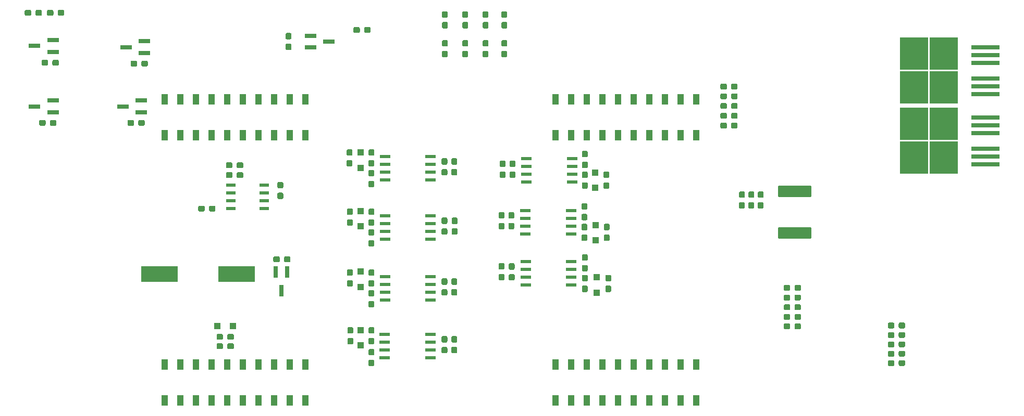
<source format=gbr>
G04 #@! TF.GenerationSoftware,KiCad,Pcbnew,(5.0.0)*
G04 #@! TF.CreationDate,2018-12-16T00:32:28-06:00*
G04 #@! TF.ProjectId,BMS_Hardware,424D535F48617264776172652E6B6963,rev?*
G04 #@! TF.SameCoordinates,Original*
G04 #@! TF.FileFunction,Paste,Top*
G04 #@! TF.FilePolarity,Positive*
%FSLAX46Y46*%
G04 Gerber Fmt 4.6, Leading zero omitted, Abs format (unit mm)*
G04 Created by KiCad (PCBNEW (5.0.0)) date 12/16/18 00:32:28*
%MOMM*%
%LPD*%
G01*
G04 APERTURE LIST*
%ADD10C,0.100000*%
%ADD11C,0.950000*%
%ADD12R,1.000000X1.000000*%
%ADD13R,6.000000X2.500000*%
%ADD14R,0.990600X1.778000*%
%ADD15R,1.900000X0.800000*%
%ADD16R,0.800000X1.900000*%
%ADD17R,1.550000X0.600000*%
%ADD18C,1.925000*%
%ADD19R,4.600000X0.800000*%
%ADD20R,4.550000X5.250000*%
%ADD21R,1.750000X0.550000*%
G04 APERTURE END LIST*
D10*
G04 #@! TO.C,R8*
G36*
X109480779Y-93597144D02*
X109503834Y-93600563D01*
X109526443Y-93606227D01*
X109548387Y-93614079D01*
X109569457Y-93624044D01*
X109589448Y-93636026D01*
X109608168Y-93649910D01*
X109625438Y-93665562D01*
X109641090Y-93682832D01*
X109654974Y-93701552D01*
X109666956Y-93721543D01*
X109676921Y-93742613D01*
X109684773Y-93764557D01*
X109690437Y-93787166D01*
X109693856Y-93810221D01*
X109695000Y-93833500D01*
X109695000Y-94408500D01*
X109693856Y-94431779D01*
X109690437Y-94454834D01*
X109684773Y-94477443D01*
X109676921Y-94499387D01*
X109666956Y-94520457D01*
X109654974Y-94540448D01*
X109641090Y-94559168D01*
X109625438Y-94576438D01*
X109608168Y-94592090D01*
X109589448Y-94605974D01*
X109569457Y-94617956D01*
X109548387Y-94627921D01*
X109526443Y-94635773D01*
X109503834Y-94641437D01*
X109480779Y-94644856D01*
X109457500Y-94646000D01*
X108982500Y-94646000D01*
X108959221Y-94644856D01*
X108936166Y-94641437D01*
X108913557Y-94635773D01*
X108891613Y-94627921D01*
X108870543Y-94617956D01*
X108850552Y-94605974D01*
X108831832Y-94592090D01*
X108814562Y-94576438D01*
X108798910Y-94559168D01*
X108785026Y-94540448D01*
X108773044Y-94520457D01*
X108763079Y-94499387D01*
X108755227Y-94477443D01*
X108749563Y-94454834D01*
X108746144Y-94431779D01*
X108745000Y-94408500D01*
X108745000Y-93833500D01*
X108746144Y-93810221D01*
X108749563Y-93787166D01*
X108755227Y-93764557D01*
X108763079Y-93742613D01*
X108773044Y-93721543D01*
X108785026Y-93701552D01*
X108798910Y-93682832D01*
X108814562Y-93665562D01*
X108831832Y-93649910D01*
X108850552Y-93636026D01*
X108870543Y-93624044D01*
X108891613Y-93614079D01*
X108913557Y-93606227D01*
X108936166Y-93600563D01*
X108959221Y-93597144D01*
X108982500Y-93596000D01*
X109457500Y-93596000D01*
X109480779Y-93597144D01*
X109480779Y-93597144D01*
G37*
D11*
X109220000Y-94121000D03*
D10*
G36*
X109480779Y-95347144D02*
X109503834Y-95350563D01*
X109526443Y-95356227D01*
X109548387Y-95364079D01*
X109569457Y-95374044D01*
X109589448Y-95386026D01*
X109608168Y-95399910D01*
X109625438Y-95415562D01*
X109641090Y-95432832D01*
X109654974Y-95451552D01*
X109666956Y-95471543D01*
X109676921Y-95492613D01*
X109684773Y-95514557D01*
X109690437Y-95537166D01*
X109693856Y-95560221D01*
X109695000Y-95583500D01*
X109695000Y-96158500D01*
X109693856Y-96181779D01*
X109690437Y-96204834D01*
X109684773Y-96227443D01*
X109676921Y-96249387D01*
X109666956Y-96270457D01*
X109654974Y-96290448D01*
X109641090Y-96309168D01*
X109625438Y-96326438D01*
X109608168Y-96342090D01*
X109589448Y-96355974D01*
X109569457Y-96367956D01*
X109548387Y-96377921D01*
X109526443Y-96385773D01*
X109503834Y-96391437D01*
X109480779Y-96394856D01*
X109457500Y-96396000D01*
X108982500Y-96396000D01*
X108959221Y-96394856D01*
X108936166Y-96391437D01*
X108913557Y-96385773D01*
X108891613Y-96377921D01*
X108870543Y-96367956D01*
X108850552Y-96355974D01*
X108831832Y-96342090D01*
X108814562Y-96326438D01*
X108798910Y-96309168D01*
X108785026Y-96290448D01*
X108773044Y-96270457D01*
X108763079Y-96249387D01*
X108755227Y-96227443D01*
X108749563Y-96204834D01*
X108746144Y-96181779D01*
X108745000Y-96158500D01*
X108745000Y-95583500D01*
X108746144Y-95560221D01*
X108749563Y-95537166D01*
X108755227Y-95514557D01*
X108763079Y-95492613D01*
X108773044Y-95471543D01*
X108785026Y-95451552D01*
X108798910Y-95432832D01*
X108814562Y-95415562D01*
X108831832Y-95399910D01*
X108850552Y-95386026D01*
X108870543Y-95374044D01*
X108891613Y-95364079D01*
X108913557Y-95356227D01*
X108936166Y-95350563D01*
X108959221Y-95347144D01*
X108982500Y-95346000D01*
X109457500Y-95346000D01*
X109480779Y-95347144D01*
X109480779Y-95347144D01*
G37*
D11*
X109220000Y-95871000D03*
G04 #@! TD*
D12*
G04 #@! TO.C,D14*
X107442000Y-84475000D03*
X107442000Y-86975000D03*
G04 #@! TD*
G04 #@! TO.C,D15*
X107505500Y-94000000D03*
X107505500Y-96500000D03*
G04 #@! TD*
G04 #@! TO.C,D16*
X107505500Y-103842500D03*
X107505500Y-106342500D03*
G04 #@! TD*
G04 #@! TO.C,D17*
X107505500Y-113367500D03*
X107505500Y-115867500D03*
G04 #@! TD*
G04 #@! TO.C,D18*
X145796000Y-107295000D03*
X145796000Y-104795000D03*
G04 #@! TD*
G04 #@! TO.C,D19*
X145669000Y-98786000D03*
X145669000Y-96286000D03*
G04 #@! TD*
G04 #@! TO.C,D20*
X145605500Y-90213500D03*
X145605500Y-87713500D03*
G04 #@! TD*
G04 #@! TO.C,D22*
X84221000Y-112712500D03*
X86721000Y-112712500D03*
G04 #@! TD*
D10*
G04 #@! TO.C,D8*
G36*
X132404279Y-85786644D02*
X132427334Y-85790063D01*
X132449943Y-85795727D01*
X132471887Y-85803579D01*
X132492957Y-85813544D01*
X132512948Y-85825526D01*
X132531668Y-85839410D01*
X132548938Y-85855062D01*
X132564590Y-85872332D01*
X132578474Y-85891052D01*
X132590456Y-85911043D01*
X132600421Y-85932113D01*
X132608273Y-85954057D01*
X132613937Y-85976666D01*
X132617356Y-85999721D01*
X132618500Y-86023000D01*
X132618500Y-86598000D01*
X132617356Y-86621279D01*
X132613937Y-86644334D01*
X132608273Y-86666943D01*
X132600421Y-86688887D01*
X132590456Y-86709957D01*
X132578474Y-86729948D01*
X132564590Y-86748668D01*
X132548938Y-86765938D01*
X132531668Y-86781590D01*
X132512948Y-86795474D01*
X132492957Y-86807456D01*
X132471887Y-86817421D01*
X132449943Y-86825273D01*
X132427334Y-86830937D01*
X132404279Y-86834356D01*
X132381000Y-86835500D01*
X131906000Y-86835500D01*
X131882721Y-86834356D01*
X131859666Y-86830937D01*
X131837057Y-86825273D01*
X131815113Y-86817421D01*
X131794043Y-86807456D01*
X131774052Y-86795474D01*
X131755332Y-86781590D01*
X131738062Y-86765938D01*
X131722410Y-86748668D01*
X131708526Y-86729948D01*
X131696544Y-86709957D01*
X131686579Y-86688887D01*
X131678727Y-86666943D01*
X131673063Y-86644334D01*
X131669644Y-86621279D01*
X131668500Y-86598000D01*
X131668500Y-86023000D01*
X131669644Y-85999721D01*
X131673063Y-85976666D01*
X131678727Y-85954057D01*
X131686579Y-85932113D01*
X131696544Y-85911043D01*
X131708526Y-85891052D01*
X131722410Y-85872332D01*
X131738062Y-85855062D01*
X131755332Y-85839410D01*
X131774052Y-85825526D01*
X131794043Y-85813544D01*
X131815113Y-85803579D01*
X131837057Y-85795727D01*
X131859666Y-85790063D01*
X131882721Y-85786644D01*
X131906000Y-85785500D01*
X132381000Y-85785500D01*
X132404279Y-85786644D01*
X132404279Y-85786644D01*
G37*
D11*
X132143500Y-86310500D03*
D10*
G36*
X132404279Y-87536644D02*
X132427334Y-87540063D01*
X132449943Y-87545727D01*
X132471887Y-87553579D01*
X132492957Y-87563544D01*
X132512948Y-87575526D01*
X132531668Y-87589410D01*
X132548938Y-87605062D01*
X132564590Y-87622332D01*
X132578474Y-87641052D01*
X132590456Y-87661043D01*
X132600421Y-87682113D01*
X132608273Y-87704057D01*
X132613937Y-87726666D01*
X132617356Y-87749721D01*
X132618500Y-87773000D01*
X132618500Y-88348000D01*
X132617356Y-88371279D01*
X132613937Y-88394334D01*
X132608273Y-88416943D01*
X132600421Y-88438887D01*
X132590456Y-88459957D01*
X132578474Y-88479948D01*
X132564590Y-88498668D01*
X132548938Y-88515938D01*
X132531668Y-88531590D01*
X132512948Y-88545474D01*
X132492957Y-88557456D01*
X132471887Y-88567421D01*
X132449943Y-88575273D01*
X132427334Y-88580937D01*
X132404279Y-88584356D01*
X132381000Y-88585500D01*
X131906000Y-88585500D01*
X131882721Y-88584356D01*
X131859666Y-88580937D01*
X131837057Y-88575273D01*
X131815113Y-88567421D01*
X131794043Y-88557456D01*
X131774052Y-88545474D01*
X131755332Y-88531590D01*
X131738062Y-88515938D01*
X131722410Y-88498668D01*
X131708526Y-88479948D01*
X131696544Y-88459957D01*
X131686579Y-88438887D01*
X131678727Y-88416943D01*
X131673063Y-88394334D01*
X131669644Y-88371279D01*
X131668500Y-88348000D01*
X131668500Y-87773000D01*
X131669644Y-87749721D01*
X131673063Y-87726666D01*
X131678727Y-87704057D01*
X131686579Y-87682113D01*
X131696544Y-87661043D01*
X131708526Y-87641052D01*
X131722410Y-87622332D01*
X131738062Y-87605062D01*
X131755332Y-87589410D01*
X131774052Y-87575526D01*
X131794043Y-87563544D01*
X131815113Y-87553579D01*
X131837057Y-87545727D01*
X131859666Y-87540063D01*
X131882721Y-87536644D01*
X131906000Y-87535500D01*
X132381000Y-87535500D01*
X132404279Y-87536644D01*
X132404279Y-87536644D01*
G37*
D11*
X132143500Y-88060500D03*
G04 #@! TD*
D13*
G04 #@! TO.C,B1*
X74749000Y-104267000D03*
X87349000Y-104267000D03*
G04 #@! TD*
D10*
G04 #@! TO.C,R23*
G36*
X86656779Y-115540644D02*
X86679834Y-115544063D01*
X86702443Y-115549727D01*
X86724387Y-115557579D01*
X86745457Y-115567544D01*
X86765448Y-115579526D01*
X86784168Y-115593410D01*
X86801438Y-115609062D01*
X86817090Y-115626332D01*
X86830974Y-115645052D01*
X86842956Y-115665043D01*
X86852921Y-115686113D01*
X86860773Y-115708057D01*
X86866437Y-115730666D01*
X86869856Y-115753721D01*
X86871000Y-115777000D01*
X86871000Y-116252000D01*
X86869856Y-116275279D01*
X86866437Y-116298334D01*
X86860773Y-116320943D01*
X86852921Y-116342887D01*
X86842956Y-116363957D01*
X86830974Y-116383948D01*
X86817090Y-116402668D01*
X86801438Y-116419938D01*
X86784168Y-116435590D01*
X86765448Y-116449474D01*
X86745457Y-116461456D01*
X86724387Y-116471421D01*
X86702443Y-116479273D01*
X86679834Y-116484937D01*
X86656779Y-116488356D01*
X86633500Y-116489500D01*
X86058500Y-116489500D01*
X86035221Y-116488356D01*
X86012166Y-116484937D01*
X85989557Y-116479273D01*
X85967613Y-116471421D01*
X85946543Y-116461456D01*
X85926552Y-116449474D01*
X85907832Y-116435590D01*
X85890562Y-116419938D01*
X85874910Y-116402668D01*
X85861026Y-116383948D01*
X85849044Y-116363957D01*
X85839079Y-116342887D01*
X85831227Y-116320943D01*
X85825563Y-116298334D01*
X85822144Y-116275279D01*
X85821000Y-116252000D01*
X85821000Y-115777000D01*
X85822144Y-115753721D01*
X85825563Y-115730666D01*
X85831227Y-115708057D01*
X85839079Y-115686113D01*
X85849044Y-115665043D01*
X85861026Y-115645052D01*
X85874910Y-115626332D01*
X85890562Y-115609062D01*
X85907832Y-115593410D01*
X85926552Y-115579526D01*
X85946543Y-115567544D01*
X85967613Y-115557579D01*
X85989557Y-115549727D01*
X86012166Y-115544063D01*
X86035221Y-115540644D01*
X86058500Y-115539500D01*
X86633500Y-115539500D01*
X86656779Y-115540644D01*
X86656779Y-115540644D01*
G37*
D11*
X86346000Y-116014500D03*
D10*
G36*
X84906779Y-115540644D02*
X84929834Y-115544063D01*
X84952443Y-115549727D01*
X84974387Y-115557579D01*
X84995457Y-115567544D01*
X85015448Y-115579526D01*
X85034168Y-115593410D01*
X85051438Y-115609062D01*
X85067090Y-115626332D01*
X85080974Y-115645052D01*
X85092956Y-115665043D01*
X85102921Y-115686113D01*
X85110773Y-115708057D01*
X85116437Y-115730666D01*
X85119856Y-115753721D01*
X85121000Y-115777000D01*
X85121000Y-116252000D01*
X85119856Y-116275279D01*
X85116437Y-116298334D01*
X85110773Y-116320943D01*
X85102921Y-116342887D01*
X85092956Y-116363957D01*
X85080974Y-116383948D01*
X85067090Y-116402668D01*
X85051438Y-116419938D01*
X85034168Y-116435590D01*
X85015448Y-116449474D01*
X84995457Y-116461456D01*
X84974387Y-116471421D01*
X84952443Y-116479273D01*
X84929834Y-116484937D01*
X84906779Y-116488356D01*
X84883500Y-116489500D01*
X84308500Y-116489500D01*
X84285221Y-116488356D01*
X84262166Y-116484937D01*
X84239557Y-116479273D01*
X84217613Y-116471421D01*
X84196543Y-116461456D01*
X84176552Y-116449474D01*
X84157832Y-116435590D01*
X84140562Y-116419938D01*
X84124910Y-116402668D01*
X84111026Y-116383948D01*
X84099044Y-116363957D01*
X84089079Y-116342887D01*
X84081227Y-116320943D01*
X84075563Y-116298334D01*
X84072144Y-116275279D01*
X84071000Y-116252000D01*
X84071000Y-115777000D01*
X84072144Y-115753721D01*
X84075563Y-115730666D01*
X84081227Y-115708057D01*
X84089079Y-115686113D01*
X84099044Y-115665043D01*
X84111026Y-115645052D01*
X84124910Y-115626332D01*
X84140562Y-115609062D01*
X84157832Y-115593410D01*
X84176552Y-115579526D01*
X84196543Y-115567544D01*
X84217613Y-115557579D01*
X84239557Y-115549727D01*
X84262166Y-115544063D01*
X84285221Y-115540644D01*
X84308500Y-115539500D01*
X84883500Y-115539500D01*
X84906779Y-115540644D01*
X84906779Y-115540644D01*
G37*
D11*
X84596000Y-116014500D03*
G04 #@! TD*
D14*
G04 #@! TO.C,U21*
X98501200Y-75793600D03*
X95961200Y-75793600D03*
X93421200Y-75793600D03*
X90881200Y-75793600D03*
X88341200Y-75793600D03*
X85801200Y-75793600D03*
X83261200Y-75793600D03*
X80721200Y-75793600D03*
X78181200Y-75793600D03*
X75641200Y-75793600D03*
X98501200Y-81686400D03*
X95961200Y-81686400D03*
X93421200Y-81686400D03*
X90881200Y-81686400D03*
X88341200Y-81686400D03*
X85801200Y-81686400D03*
X83261200Y-81686400D03*
X80721200Y-81686400D03*
X78181200Y-81686400D03*
X75641200Y-81686400D03*
X98501200Y-124866400D03*
X95961200Y-124866400D03*
X93421200Y-124866400D03*
X90881200Y-124866400D03*
X88341200Y-124866400D03*
X85801200Y-124866400D03*
X83261200Y-124866400D03*
X80721200Y-124866400D03*
X78181200Y-124866400D03*
X75641200Y-124866400D03*
X98501200Y-118973600D03*
X95961200Y-118973600D03*
X93421200Y-118973600D03*
X90881200Y-118973600D03*
X88341200Y-118973600D03*
X85801200Y-118973600D03*
X83261200Y-118973600D03*
X80721200Y-118973600D03*
X78181200Y-118973600D03*
X75641200Y-118973600D03*
X144221200Y-75793600D03*
X141681200Y-75793600D03*
X139141200Y-75793600D03*
X162001200Y-81686400D03*
X159461200Y-81686400D03*
X156921200Y-81686400D03*
X154381200Y-81686400D03*
X151841200Y-81686400D03*
X149301200Y-81686400D03*
X146761200Y-81686400D03*
X144221200Y-81686400D03*
X141681200Y-81686400D03*
X139141200Y-81686400D03*
X162001200Y-124866400D03*
X156921200Y-124866400D03*
X151841200Y-124866400D03*
X149301200Y-124866400D03*
X146761200Y-124866400D03*
X144221200Y-124866400D03*
X141681200Y-124866400D03*
X162001200Y-118973600D03*
X156921200Y-118973600D03*
X146761200Y-118973600D03*
X144221200Y-118973600D03*
X141681200Y-118973600D03*
X139141200Y-118973600D03*
X151841200Y-118973600D03*
X154381200Y-118973600D03*
X159461200Y-124866400D03*
X146761200Y-75793600D03*
X149301200Y-75793600D03*
X159461200Y-118973600D03*
X154381200Y-124866400D03*
X156921200Y-75793600D03*
X154381200Y-75793600D03*
X149301200Y-118973600D03*
X151841200Y-75793600D03*
X159461200Y-75793600D03*
X162001200Y-75793600D03*
X139141200Y-124866400D03*
G04 #@! TD*
D15*
G04 #@! TO.C,Q1*
X54507000Y-67119500D03*
X57507000Y-66169500D03*
X57507000Y-68069500D03*
G04 #@! TD*
G04 #@! TO.C,Q2*
X99328049Y-65446607D03*
X99328049Y-67346607D03*
X102328049Y-66396607D03*
G04 #@! TD*
D16*
G04 #@! TO.C,Q3*
X95565000Y-103935400D03*
X93665000Y-103935400D03*
X94615000Y-106935400D03*
G04 #@! TD*
D15*
G04 #@! TO.C,Q4*
X72366000Y-68260000D03*
X72366000Y-66360000D03*
X69366000Y-67310000D03*
G04 #@! TD*
G04 #@! TO.C,Q5*
X54507000Y-76962000D03*
X57507000Y-76012000D03*
X57507000Y-77912000D03*
G04 #@! TD*
G04 #@! TO.C,Q8*
X68858000Y-76962000D03*
X71858000Y-76012000D03*
X71858000Y-77912000D03*
G04 #@! TD*
D17*
G04 #@! TO.C,U6*
X91765100Y-89776300D03*
X91765100Y-91046300D03*
X91765100Y-92316300D03*
X91765100Y-93586300D03*
X86365100Y-93586300D03*
X86365100Y-92316300D03*
X86365100Y-91046300D03*
X86365100Y-89776300D03*
G04 #@! TD*
D10*
G04 #@! TO.C,C1*
G36*
X166758279Y-79599644D02*
X166781334Y-79603063D01*
X166803943Y-79608727D01*
X166825887Y-79616579D01*
X166846957Y-79626544D01*
X166866948Y-79638526D01*
X166885668Y-79652410D01*
X166902938Y-79668062D01*
X166918590Y-79685332D01*
X166932474Y-79704052D01*
X166944456Y-79724043D01*
X166954421Y-79745113D01*
X166962273Y-79767057D01*
X166967937Y-79789666D01*
X166971356Y-79812721D01*
X166972500Y-79836000D01*
X166972500Y-80311000D01*
X166971356Y-80334279D01*
X166967937Y-80357334D01*
X166962273Y-80379943D01*
X166954421Y-80401887D01*
X166944456Y-80422957D01*
X166932474Y-80442948D01*
X166918590Y-80461668D01*
X166902938Y-80478938D01*
X166885668Y-80494590D01*
X166866948Y-80508474D01*
X166846957Y-80520456D01*
X166825887Y-80530421D01*
X166803943Y-80538273D01*
X166781334Y-80543937D01*
X166758279Y-80547356D01*
X166735000Y-80548500D01*
X166160000Y-80548500D01*
X166136721Y-80547356D01*
X166113666Y-80543937D01*
X166091057Y-80538273D01*
X166069113Y-80530421D01*
X166048043Y-80520456D01*
X166028052Y-80508474D01*
X166009332Y-80494590D01*
X165992062Y-80478938D01*
X165976410Y-80461668D01*
X165962526Y-80442948D01*
X165950544Y-80422957D01*
X165940579Y-80401887D01*
X165932727Y-80379943D01*
X165927063Y-80357334D01*
X165923644Y-80334279D01*
X165922500Y-80311000D01*
X165922500Y-79836000D01*
X165923644Y-79812721D01*
X165927063Y-79789666D01*
X165932727Y-79767057D01*
X165940579Y-79745113D01*
X165950544Y-79724043D01*
X165962526Y-79704052D01*
X165976410Y-79685332D01*
X165992062Y-79668062D01*
X166009332Y-79652410D01*
X166028052Y-79638526D01*
X166048043Y-79626544D01*
X166069113Y-79616579D01*
X166091057Y-79608727D01*
X166113666Y-79603063D01*
X166136721Y-79599644D01*
X166160000Y-79598500D01*
X166735000Y-79598500D01*
X166758279Y-79599644D01*
X166758279Y-79599644D01*
G37*
D11*
X166447500Y-80073500D03*
D10*
G36*
X168508279Y-79599644D02*
X168531334Y-79603063D01*
X168553943Y-79608727D01*
X168575887Y-79616579D01*
X168596957Y-79626544D01*
X168616948Y-79638526D01*
X168635668Y-79652410D01*
X168652938Y-79668062D01*
X168668590Y-79685332D01*
X168682474Y-79704052D01*
X168694456Y-79724043D01*
X168704421Y-79745113D01*
X168712273Y-79767057D01*
X168717937Y-79789666D01*
X168721356Y-79812721D01*
X168722500Y-79836000D01*
X168722500Y-80311000D01*
X168721356Y-80334279D01*
X168717937Y-80357334D01*
X168712273Y-80379943D01*
X168704421Y-80401887D01*
X168694456Y-80422957D01*
X168682474Y-80442948D01*
X168668590Y-80461668D01*
X168652938Y-80478938D01*
X168635668Y-80494590D01*
X168616948Y-80508474D01*
X168596957Y-80520456D01*
X168575887Y-80530421D01*
X168553943Y-80538273D01*
X168531334Y-80543937D01*
X168508279Y-80547356D01*
X168485000Y-80548500D01*
X167910000Y-80548500D01*
X167886721Y-80547356D01*
X167863666Y-80543937D01*
X167841057Y-80538273D01*
X167819113Y-80530421D01*
X167798043Y-80520456D01*
X167778052Y-80508474D01*
X167759332Y-80494590D01*
X167742062Y-80478938D01*
X167726410Y-80461668D01*
X167712526Y-80442948D01*
X167700544Y-80422957D01*
X167690579Y-80401887D01*
X167682727Y-80379943D01*
X167677063Y-80357334D01*
X167673644Y-80334279D01*
X167672500Y-80311000D01*
X167672500Y-79836000D01*
X167673644Y-79812721D01*
X167677063Y-79789666D01*
X167682727Y-79767057D01*
X167690579Y-79745113D01*
X167700544Y-79724043D01*
X167712526Y-79704052D01*
X167726410Y-79685332D01*
X167742062Y-79668062D01*
X167759332Y-79652410D01*
X167778052Y-79638526D01*
X167798043Y-79626544D01*
X167819113Y-79616579D01*
X167841057Y-79608727D01*
X167863666Y-79603063D01*
X167886721Y-79599644D01*
X167910000Y-79598500D01*
X168485000Y-79598500D01*
X168508279Y-79599644D01*
X168508279Y-79599644D01*
G37*
D11*
X168197500Y-80073500D03*
G04 #@! TD*
D10*
G04 #@! TO.C,C2*
G36*
X144151779Y-84199144D02*
X144174834Y-84202563D01*
X144197443Y-84208227D01*
X144219387Y-84216079D01*
X144240457Y-84226044D01*
X144260448Y-84238026D01*
X144279168Y-84251910D01*
X144296438Y-84267562D01*
X144312090Y-84284832D01*
X144325974Y-84303552D01*
X144337956Y-84323543D01*
X144347921Y-84344613D01*
X144355773Y-84366557D01*
X144361437Y-84389166D01*
X144364856Y-84412221D01*
X144366000Y-84435500D01*
X144366000Y-85010500D01*
X144364856Y-85033779D01*
X144361437Y-85056834D01*
X144355773Y-85079443D01*
X144347921Y-85101387D01*
X144337956Y-85122457D01*
X144325974Y-85142448D01*
X144312090Y-85161168D01*
X144296438Y-85178438D01*
X144279168Y-85194090D01*
X144260448Y-85207974D01*
X144240457Y-85219956D01*
X144219387Y-85229921D01*
X144197443Y-85237773D01*
X144174834Y-85243437D01*
X144151779Y-85246856D01*
X144128500Y-85248000D01*
X143653500Y-85248000D01*
X143630221Y-85246856D01*
X143607166Y-85243437D01*
X143584557Y-85237773D01*
X143562613Y-85229921D01*
X143541543Y-85219956D01*
X143521552Y-85207974D01*
X143502832Y-85194090D01*
X143485562Y-85178438D01*
X143469910Y-85161168D01*
X143456026Y-85142448D01*
X143444044Y-85122457D01*
X143434079Y-85101387D01*
X143426227Y-85079443D01*
X143420563Y-85056834D01*
X143417144Y-85033779D01*
X143416000Y-85010500D01*
X143416000Y-84435500D01*
X143417144Y-84412221D01*
X143420563Y-84389166D01*
X143426227Y-84366557D01*
X143434079Y-84344613D01*
X143444044Y-84323543D01*
X143456026Y-84303552D01*
X143469910Y-84284832D01*
X143485562Y-84267562D01*
X143502832Y-84251910D01*
X143521552Y-84238026D01*
X143541543Y-84226044D01*
X143562613Y-84216079D01*
X143584557Y-84208227D01*
X143607166Y-84202563D01*
X143630221Y-84199144D01*
X143653500Y-84198000D01*
X144128500Y-84198000D01*
X144151779Y-84199144D01*
X144151779Y-84199144D01*
G37*
D11*
X143891000Y-84723000D03*
D10*
G36*
X144151779Y-85949144D02*
X144174834Y-85952563D01*
X144197443Y-85958227D01*
X144219387Y-85966079D01*
X144240457Y-85976044D01*
X144260448Y-85988026D01*
X144279168Y-86001910D01*
X144296438Y-86017562D01*
X144312090Y-86034832D01*
X144325974Y-86053552D01*
X144337956Y-86073543D01*
X144347921Y-86094613D01*
X144355773Y-86116557D01*
X144361437Y-86139166D01*
X144364856Y-86162221D01*
X144366000Y-86185500D01*
X144366000Y-86760500D01*
X144364856Y-86783779D01*
X144361437Y-86806834D01*
X144355773Y-86829443D01*
X144347921Y-86851387D01*
X144337956Y-86872457D01*
X144325974Y-86892448D01*
X144312090Y-86911168D01*
X144296438Y-86928438D01*
X144279168Y-86944090D01*
X144260448Y-86957974D01*
X144240457Y-86969956D01*
X144219387Y-86979921D01*
X144197443Y-86987773D01*
X144174834Y-86993437D01*
X144151779Y-86996856D01*
X144128500Y-86998000D01*
X143653500Y-86998000D01*
X143630221Y-86996856D01*
X143607166Y-86993437D01*
X143584557Y-86987773D01*
X143562613Y-86979921D01*
X143541543Y-86969956D01*
X143521552Y-86957974D01*
X143502832Y-86944090D01*
X143485562Y-86928438D01*
X143469910Y-86911168D01*
X143456026Y-86892448D01*
X143444044Y-86872457D01*
X143434079Y-86851387D01*
X143426227Y-86829443D01*
X143420563Y-86806834D01*
X143417144Y-86783779D01*
X143416000Y-86760500D01*
X143416000Y-86185500D01*
X143417144Y-86162221D01*
X143420563Y-86139166D01*
X143426227Y-86116557D01*
X143434079Y-86094613D01*
X143444044Y-86073543D01*
X143456026Y-86053552D01*
X143469910Y-86034832D01*
X143485562Y-86017562D01*
X143502832Y-86001910D01*
X143521552Y-85988026D01*
X143541543Y-85976044D01*
X143562613Y-85966079D01*
X143584557Y-85958227D01*
X143607166Y-85952563D01*
X143630221Y-85949144D01*
X143653500Y-85948000D01*
X144128500Y-85948000D01*
X144151779Y-85949144D01*
X144151779Y-85949144D01*
G37*
D11*
X143891000Y-86473000D03*
G04 #@! TD*
D10*
G04 #@! TO.C,C3*
G36*
X144088279Y-94458144D02*
X144111334Y-94461563D01*
X144133943Y-94467227D01*
X144155887Y-94475079D01*
X144176957Y-94485044D01*
X144196948Y-94497026D01*
X144215668Y-94510910D01*
X144232938Y-94526562D01*
X144248590Y-94543832D01*
X144262474Y-94562552D01*
X144274456Y-94582543D01*
X144284421Y-94603613D01*
X144292273Y-94625557D01*
X144297937Y-94648166D01*
X144301356Y-94671221D01*
X144302500Y-94694500D01*
X144302500Y-95269500D01*
X144301356Y-95292779D01*
X144297937Y-95315834D01*
X144292273Y-95338443D01*
X144284421Y-95360387D01*
X144274456Y-95381457D01*
X144262474Y-95401448D01*
X144248590Y-95420168D01*
X144232938Y-95437438D01*
X144215668Y-95453090D01*
X144196948Y-95466974D01*
X144176957Y-95478956D01*
X144155887Y-95488921D01*
X144133943Y-95496773D01*
X144111334Y-95502437D01*
X144088279Y-95505856D01*
X144065000Y-95507000D01*
X143590000Y-95507000D01*
X143566721Y-95505856D01*
X143543666Y-95502437D01*
X143521057Y-95496773D01*
X143499113Y-95488921D01*
X143478043Y-95478956D01*
X143458052Y-95466974D01*
X143439332Y-95453090D01*
X143422062Y-95437438D01*
X143406410Y-95420168D01*
X143392526Y-95401448D01*
X143380544Y-95381457D01*
X143370579Y-95360387D01*
X143362727Y-95338443D01*
X143357063Y-95315834D01*
X143353644Y-95292779D01*
X143352500Y-95269500D01*
X143352500Y-94694500D01*
X143353644Y-94671221D01*
X143357063Y-94648166D01*
X143362727Y-94625557D01*
X143370579Y-94603613D01*
X143380544Y-94582543D01*
X143392526Y-94562552D01*
X143406410Y-94543832D01*
X143422062Y-94526562D01*
X143439332Y-94510910D01*
X143458052Y-94497026D01*
X143478043Y-94485044D01*
X143499113Y-94475079D01*
X143521057Y-94467227D01*
X143543666Y-94461563D01*
X143566721Y-94458144D01*
X143590000Y-94457000D01*
X144065000Y-94457000D01*
X144088279Y-94458144D01*
X144088279Y-94458144D01*
G37*
D11*
X143827500Y-94982000D03*
D10*
G36*
X144088279Y-92708144D02*
X144111334Y-92711563D01*
X144133943Y-92717227D01*
X144155887Y-92725079D01*
X144176957Y-92735044D01*
X144196948Y-92747026D01*
X144215668Y-92760910D01*
X144232938Y-92776562D01*
X144248590Y-92793832D01*
X144262474Y-92812552D01*
X144274456Y-92832543D01*
X144284421Y-92853613D01*
X144292273Y-92875557D01*
X144297937Y-92898166D01*
X144301356Y-92921221D01*
X144302500Y-92944500D01*
X144302500Y-93519500D01*
X144301356Y-93542779D01*
X144297937Y-93565834D01*
X144292273Y-93588443D01*
X144284421Y-93610387D01*
X144274456Y-93631457D01*
X144262474Y-93651448D01*
X144248590Y-93670168D01*
X144232938Y-93687438D01*
X144215668Y-93703090D01*
X144196948Y-93716974D01*
X144176957Y-93728956D01*
X144155887Y-93738921D01*
X144133943Y-93746773D01*
X144111334Y-93752437D01*
X144088279Y-93755856D01*
X144065000Y-93757000D01*
X143590000Y-93757000D01*
X143566721Y-93755856D01*
X143543666Y-93752437D01*
X143521057Y-93746773D01*
X143499113Y-93738921D01*
X143478043Y-93728956D01*
X143458052Y-93716974D01*
X143439332Y-93703090D01*
X143422062Y-93687438D01*
X143406410Y-93670168D01*
X143392526Y-93651448D01*
X143380544Y-93631457D01*
X143370579Y-93610387D01*
X143362727Y-93588443D01*
X143357063Y-93565834D01*
X143353644Y-93542779D01*
X143352500Y-93519500D01*
X143352500Y-92944500D01*
X143353644Y-92921221D01*
X143357063Y-92898166D01*
X143362727Y-92875557D01*
X143370579Y-92853613D01*
X143380544Y-92832543D01*
X143392526Y-92812552D01*
X143406410Y-92793832D01*
X143422062Y-92776562D01*
X143439332Y-92760910D01*
X143458052Y-92747026D01*
X143478043Y-92735044D01*
X143499113Y-92725079D01*
X143521057Y-92717227D01*
X143543666Y-92711563D01*
X143566721Y-92708144D01*
X143590000Y-92707000D01*
X144065000Y-92707000D01*
X144088279Y-92708144D01*
X144088279Y-92708144D01*
G37*
D11*
X143827500Y-93232000D03*
G04 #@! TD*
D10*
G04 #@! TO.C,C4*
G36*
X144151779Y-101026644D02*
X144174834Y-101030063D01*
X144197443Y-101035727D01*
X144219387Y-101043579D01*
X144240457Y-101053544D01*
X144260448Y-101065526D01*
X144279168Y-101079410D01*
X144296438Y-101095062D01*
X144312090Y-101112332D01*
X144325974Y-101131052D01*
X144337956Y-101151043D01*
X144347921Y-101172113D01*
X144355773Y-101194057D01*
X144361437Y-101216666D01*
X144364856Y-101239721D01*
X144366000Y-101263000D01*
X144366000Y-101838000D01*
X144364856Y-101861279D01*
X144361437Y-101884334D01*
X144355773Y-101906943D01*
X144347921Y-101928887D01*
X144337956Y-101949957D01*
X144325974Y-101969948D01*
X144312090Y-101988668D01*
X144296438Y-102005938D01*
X144279168Y-102021590D01*
X144260448Y-102035474D01*
X144240457Y-102047456D01*
X144219387Y-102057421D01*
X144197443Y-102065273D01*
X144174834Y-102070937D01*
X144151779Y-102074356D01*
X144128500Y-102075500D01*
X143653500Y-102075500D01*
X143630221Y-102074356D01*
X143607166Y-102070937D01*
X143584557Y-102065273D01*
X143562613Y-102057421D01*
X143541543Y-102047456D01*
X143521552Y-102035474D01*
X143502832Y-102021590D01*
X143485562Y-102005938D01*
X143469910Y-101988668D01*
X143456026Y-101969948D01*
X143444044Y-101949957D01*
X143434079Y-101928887D01*
X143426227Y-101906943D01*
X143420563Y-101884334D01*
X143417144Y-101861279D01*
X143416000Y-101838000D01*
X143416000Y-101263000D01*
X143417144Y-101239721D01*
X143420563Y-101216666D01*
X143426227Y-101194057D01*
X143434079Y-101172113D01*
X143444044Y-101151043D01*
X143456026Y-101131052D01*
X143469910Y-101112332D01*
X143485562Y-101095062D01*
X143502832Y-101079410D01*
X143521552Y-101065526D01*
X143541543Y-101053544D01*
X143562613Y-101043579D01*
X143584557Y-101035727D01*
X143607166Y-101030063D01*
X143630221Y-101026644D01*
X143653500Y-101025500D01*
X144128500Y-101025500D01*
X144151779Y-101026644D01*
X144151779Y-101026644D01*
G37*
D11*
X143891000Y-101550500D03*
D10*
G36*
X144151779Y-102776644D02*
X144174834Y-102780063D01*
X144197443Y-102785727D01*
X144219387Y-102793579D01*
X144240457Y-102803544D01*
X144260448Y-102815526D01*
X144279168Y-102829410D01*
X144296438Y-102845062D01*
X144312090Y-102862332D01*
X144325974Y-102881052D01*
X144337956Y-102901043D01*
X144347921Y-102922113D01*
X144355773Y-102944057D01*
X144361437Y-102966666D01*
X144364856Y-102989721D01*
X144366000Y-103013000D01*
X144366000Y-103588000D01*
X144364856Y-103611279D01*
X144361437Y-103634334D01*
X144355773Y-103656943D01*
X144347921Y-103678887D01*
X144337956Y-103699957D01*
X144325974Y-103719948D01*
X144312090Y-103738668D01*
X144296438Y-103755938D01*
X144279168Y-103771590D01*
X144260448Y-103785474D01*
X144240457Y-103797456D01*
X144219387Y-103807421D01*
X144197443Y-103815273D01*
X144174834Y-103820937D01*
X144151779Y-103824356D01*
X144128500Y-103825500D01*
X143653500Y-103825500D01*
X143630221Y-103824356D01*
X143607166Y-103820937D01*
X143584557Y-103815273D01*
X143562613Y-103807421D01*
X143541543Y-103797456D01*
X143521552Y-103785474D01*
X143502832Y-103771590D01*
X143485562Y-103755938D01*
X143469910Y-103738668D01*
X143456026Y-103719948D01*
X143444044Y-103699957D01*
X143434079Y-103678887D01*
X143426227Y-103656943D01*
X143420563Y-103634334D01*
X143417144Y-103611279D01*
X143416000Y-103588000D01*
X143416000Y-103013000D01*
X143417144Y-102989721D01*
X143420563Y-102966666D01*
X143426227Y-102944057D01*
X143434079Y-102922113D01*
X143444044Y-102901043D01*
X143456026Y-102881052D01*
X143469910Y-102862332D01*
X143485562Y-102845062D01*
X143502832Y-102829410D01*
X143521552Y-102815526D01*
X143541543Y-102803544D01*
X143562613Y-102793579D01*
X143584557Y-102785727D01*
X143607166Y-102780063D01*
X143630221Y-102776644D01*
X143653500Y-102775500D01*
X144128500Y-102775500D01*
X144151779Y-102776644D01*
X144151779Y-102776644D01*
G37*
D11*
X143891000Y-103300500D03*
G04 #@! TD*
D10*
G04 #@! TO.C,C5*
G36*
X109480779Y-116457144D02*
X109503834Y-116460563D01*
X109526443Y-116466227D01*
X109548387Y-116474079D01*
X109569457Y-116484044D01*
X109589448Y-116496026D01*
X109608168Y-116509910D01*
X109625438Y-116525562D01*
X109641090Y-116542832D01*
X109654974Y-116561552D01*
X109666956Y-116581543D01*
X109676921Y-116602613D01*
X109684773Y-116624557D01*
X109690437Y-116647166D01*
X109693856Y-116670221D01*
X109695000Y-116693500D01*
X109695000Y-117268500D01*
X109693856Y-117291779D01*
X109690437Y-117314834D01*
X109684773Y-117337443D01*
X109676921Y-117359387D01*
X109666956Y-117380457D01*
X109654974Y-117400448D01*
X109641090Y-117419168D01*
X109625438Y-117436438D01*
X109608168Y-117452090D01*
X109589448Y-117465974D01*
X109569457Y-117477956D01*
X109548387Y-117487921D01*
X109526443Y-117495773D01*
X109503834Y-117501437D01*
X109480779Y-117504856D01*
X109457500Y-117506000D01*
X108982500Y-117506000D01*
X108959221Y-117504856D01*
X108936166Y-117501437D01*
X108913557Y-117495773D01*
X108891613Y-117487921D01*
X108870543Y-117477956D01*
X108850552Y-117465974D01*
X108831832Y-117452090D01*
X108814562Y-117436438D01*
X108798910Y-117419168D01*
X108785026Y-117400448D01*
X108773044Y-117380457D01*
X108763079Y-117359387D01*
X108755227Y-117337443D01*
X108749563Y-117314834D01*
X108746144Y-117291779D01*
X108745000Y-117268500D01*
X108745000Y-116693500D01*
X108746144Y-116670221D01*
X108749563Y-116647166D01*
X108755227Y-116624557D01*
X108763079Y-116602613D01*
X108773044Y-116581543D01*
X108785026Y-116561552D01*
X108798910Y-116542832D01*
X108814562Y-116525562D01*
X108831832Y-116509910D01*
X108850552Y-116496026D01*
X108870543Y-116484044D01*
X108891613Y-116474079D01*
X108913557Y-116466227D01*
X108936166Y-116460563D01*
X108959221Y-116457144D01*
X108982500Y-116456000D01*
X109457500Y-116456000D01*
X109480779Y-116457144D01*
X109480779Y-116457144D01*
G37*
D11*
X109220000Y-116981000D03*
D10*
G36*
X109480779Y-118207144D02*
X109503834Y-118210563D01*
X109526443Y-118216227D01*
X109548387Y-118224079D01*
X109569457Y-118234044D01*
X109589448Y-118246026D01*
X109608168Y-118259910D01*
X109625438Y-118275562D01*
X109641090Y-118292832D01*
X109654974Y-118311552D01*
X109666956Y-118331543D01*
X109676921Y-118352613D01*
X109684773Y-118374557D01*
X109690437Y-118397166D01*
X109693856Y-118420221D01*
X109695000Y-118443500D01*
X109695000Y-119018500D01*
X109693856Y-119041779D01*
X109690437Y-119064834D01*
X109684773Y-119087443D01*
X109676921Y-119109387D01*
X109666956Y-119130457D01*
X109654974Y-119150448D01*
X109641090Y-119169168D01*
X109625438Y-119186438D01*
X109608168Y-119202090D01*
X109589448Y-119215974D01*
X109569457Y-119227956D01*
X109548387Y-119237921D01*
X109526443Y-119245773D01*
X109503834Y-119251437D01*
X109480779Y-119254856D01*
X109457500Y-119256000D01*
X108982500Y-119256000D01*
X108959221Y-119254856D01*
X108936166Y-119251437D01*
X108913557Y-119245773D01*
X108891613Y-119237921D01*
X108870543Y-119227956D01*
X108850552Y-119215974D01*
X108831832Y-119202090D01*
X108814562Y-119186438D01*
X108798910Y-119169168D01*
X108785026Y-119150448D01*
X108773044Y-119130457D01*
X108763079Y-119109387D01*
X108755227Y-119087443D01*
X108749563Y-119064834D01*
X108746144Y-119041779D01*
X108745000Y-119018500D01*
X108745000Y-118443500D01*
X108746144Y-118420221D01*
X108749563Y-118397166D01*
X108755227Y-118374557D01*
X108763079Y-118352613D01*
X108773044Y-118331543D01*
X108785026Y-118311552D01*
X108798910Y-118292832D01*
X108814562Y-118275562D01*
X108831832Y-118259910D01*
X108850552Y-118246026D01*
X108870543Y-118234044D01*
X108891613Y-118224079D01*
X108913557Y-118216227D01*
X108936166Y-118210563D01*
X108959221Y-118207144D01*
X108982500Y-118206000D01*
X109457500Y-118206000D01*
X109480779Y-118207144D01*
X109480779Y-118207144D01*
G37*
D11*
X109220000Y-118731000D03*
G04 #@! TD*
D10*
G04 #@! TO.C,C6*
G36*
X109480779Y-108618644D02*
X109503834Y-108622063D01*
X109526443Y-108627727D01*
X109548387Y-108635579D01*
X109569457Y-108645544D01*
X109589448Y-108657526D01*
X109608168Y-108671410D01*
X109625438Y-108687062D01*
X109641090Y-108704332D01*
X109654974Y-108723052D01*
X109666956Y-108743043D01*
X109676921Y-108764113D01*
X109684773Y-108786057D01*
X109690437Y-108808666D01*
X109693856Y-108831721D01*
X109695000Y-108855000D01*
X109695000Y-109430000D01*
X109693856Y-109453279D01*
X109690437Y-109476334D01*
X109684773Y-109498943D01*
X109676921Y-109520887D01*
X109666956Y-109541957D01*
X109654974Y-109561948D01*
X109641090Y-109580668D01*
X109625438Y-109597938D01*
X109608168Y-109613590D01*
X109589448Y-109627474D01*
X109569457Y-109639456D01*
X109548387Y-109649421D01*
X109526443Y-109657273D01*
X109503834Y-109662937D01*
X109480779Y-109666356D01*
X109457500Y-109667500D01*
X108982500Y-109667500D01*
X108959221Y-109666356D01*
X108936166Y-109662937D01*
X108913557Y-109657273D01*
X108891613Y-109649421D01*
X108870543Y-109639456D01*
X108850552Y-109627474D01*
X108831832Y-109613590D01*
X108814562Y-109597938D01*
X108798910Y-109580668D01*
X108785026Y-109561948D01*
X108773044Y-109541957D01*
X108763079Y-109520887D01*
X108755227Y-109498943D01*
X108749563Y-109476334D01*
X108746144Y-109453279D01*
X108745000Y-109430000D01*
X108745000Y-108855000D01*
X108746144Y-108831721D01*
X108749563Y-108808666D01*
X108755227Y-108786057D01*
X108763079Y-108764113D01*
X108773044Y-108743043D01*
X108785026Y-108723052D01*
X108798910Y-108704332D01*
X108814562Y-108687062D01*
X108831832Y-108671410D01*
X108850552Y-108657526D01*
X108870543Y-108645544D01*
X108891613Y-108635579D01*
X108913557Y-108627727D01*
X108936166Y-108622063D01*
X108959221Y-108618644D01*
X108982500Y-108617500D01*
X109457500Y-108617500D01*
X109480779Y-108618644D01*
X109480779Y-108618644D01*
G37*
D11*
X109220000Y-109142500D03*
D10*
G36*
X109480779Y-106868644D02*
X109503834Y-106872063D01*
X109526443Y-106877727D01*
X109548387Y-106885579D01*
X109569457Y-106895544D01*
X109589448Y-106907526D01*
X109608168Y-106921410D01*
X109625438Y-106937062D01*
X109641090Y-106954332D01*
X109654974Y-106973052D01*
X109666956Y-106993043D01*
X109676921Y-107014113D01*
X109684773Y-107036057D01*
X109690437Y-107058666D01*
X109693856Y-107081721D01*
X109695000Y-107105000D01*
X109695000Y-107680000D01*
X109693856Y-107703279D01*
X109690437Y-107726334D01*
X109684773Y-107748943D01*
X109676921Y-107770887D01*
X109666956Y-107791957D01*
X109654974Y-107811948D01*
X109641090Y-107830668D01*
X109625438Y-107847938D01*
X109608168Y-107863590D01*
X109589448Y-107877474D01*
X109569457Y-107889456D01*
X109548387Y-107899421D01*
X109526443Y-107907273D01*
X109503834Y-107912937D01*
X109480779Y-107916356D01*
X109457500Y-107917500D01*
X108982500Y-107917500D01*
X108959221Y-107916356D01*
X108936166Y-107912937D01*
X108913557Y-107907273D01*
X108891613Y-107899421D01*
X108870543Y-107889456D01*
X108850552Y-107877474D01*
X108831832Y-107863590D01*
X108814562Y-107847938D01*
X108798910Y-107830668D01*
X108785026Y-107811948D01*
X108773044Y-107791957D01*
X108763079Y-107770887D01*
X108755227Y-107748943D01*
X108749563Y-107726334D01*
X108746144Y-107703279D01*
X108745000Y-107680000D01*
X108745000Y-107105000D01*
X108746144Y-107081721D01*
X108749563Y-107058666D01*
X108755227Y-107036057D01*
X108763079Y-107014113D01*
X108773044Y-106993043D01*
X108785026Y-106973052D01*
X108798910Y-106954332D01*
X108814562Y-106937062D01*
X108831832Y-106921410D01*
X108850552Y-106907526D01*
X108870543Y-106895544D01*
X108891613Y-106885579D01*
X108913557Y-106877727D01*
X108936166Y-106872063D01*
X108959221Y-106868644D01*
X108982500Y-106867500D01*
X109457500Y-106867500D01*
X109480779Y-106868644D01*
X109480779Y-106868644D01*
G37*
D11*
X109220000Y-107392500D03*
G04 #@! TD*
D10*
G04 #@! TO.C,C7*
G36*
X109480779Y-96962644D02*
X109503834Y-96966063D01*
X109526443Y-96971727D01*
X109548387Y-96979579D01*
X109569457Y-96989544D01*
X109589448Y-97001526D01*
X109608168Y-97015410D01*
X109625438Y-97031062D01*
X109641090Y-97048332D01*
X109654974Y-97067052D01*
X109666956Y-97087043D01*
X109676921Y-97108113D01*
X109684773Y-97130057D01*
X109690437Y-97152666D01*
X109693856Y-97175721D01*
X109695000Y-97199000D01*
X109695000Y-97774000D01*
X109693856Y-97797279D01*
X109690437Y-97820334D01*
X109684773Y-97842943D01*
X109676921Y-97864887D01*
X109666956Y-97885957D01*
X109654974Y-97905948D01*
X109641090Y-97924668D01*
X109625438Y-97941938D01*
X109608168Y-97957590D01*
X109589448Y-97971474D01*
X109569457Y-97983456D01*
X109548387Y-97993421D01*
X109526443Y-98001273D01*
X109503834Y-98006937D01*
X109480779Y-98010356D01*
X109457500Y-98011500D01*
X108982500Y-98011500D01*
X108959221Y-98010356D01*
X108936166Y-98006937D01*
X108913557Y-98001273D01*
X108891613Y-97993421D01*
X108870543Y-97983456D01*
X108850552Y-97971474D01*
X108831832Y-97957590D01*
X108814562Y-97941938D01*
X108798910Y-97924668D01*
X108785026Y-97905948D01*
X108773044Y-97885957D01*
X108763079Y-97864887D01*
X108755227Y-97842943D01*
X108749563Y-97820334D01*
X108746144Y-97797279D01*
X108745000Y-97774000D01*
X108745000Y-97199000D01*
X108746144Y-97175721D01*
X108749563Y-97152666D01*
X108755227Y-97130057D01*
X108763079Y-97108113D01*
X108773044Y-97087043D01*
X108785026Y-97067052D01*
X108798910Y-97048332D01*
X108814562Y-97031062D01*
X108831832Y-97015410D01*
X108850552Y-97001526D01*
X108870543Y-96989544D01*
X108891613Y-96979579D01*
X108913557Y-96971727D01*
X108936166Y-96966063D01*
X108959221Y-96962644D01*
X108982500Y-96961500D01*
X109457500Y-96961500D01*
X109480779Y-96962644D01*
X109480779Y-96962644D01*
G37*
D11*
X109220000Y-97486500D03*
D10*
G36*
X109480779Y-98712644D02*
X109503834Y-98716063D01*
X109526443Y-98721727D01*
X109548387Y-98729579D01*
X109569457Y-98739544D01*
X109589448Y-98751526D01*
X109608168Y-98765410D01*
X109625438Y-98781062D01*
X109641090Y-98798332D01*
X109654974Y-98817052D01*
X109666956Y-98837043D01*
X109676921Y-98858113D01*
X109684773Y-98880057D01*
X109690437Y-98902666D01*
X109693856Y-98925721D01*
X109695000Y-98949000D01*
X109695000Y-99524000D01*
X109693856Y-99547279D01*
X109690437Y-99570334D01*
X109684773Y-99592943D01*
X109676921Y-99614887D01*
X109666956Y-99635957D01*
X109654974Y-99655948D01*
X109641090Y-99674668D01*
X109625438Y-99691938D01*
X109608168Y-99707590D01*
X109589448Y-99721474D01*
X109569457Y-99733456D01*
X109548387Y-99743421D01*
X109526443Y-99751273D01*
X109503834Y-99756937D01*
X109480779Y-99760356D01*
X109457500Y-99761500D01*
X108982500Y-99761500D01*
X108959221Y-99760356D01*
X108936166Y-99756937D01*
X108913557Y-99751273D01*
X108891613Y-99743421D01*
X108870543Y-99733456D01*
X108850552Y-99721474D01*
X108831832Y-99707590D01*
X108814562Y-99691938D01*
X108798910Y-99674668D01*
X108785026Y-99655948D01*
X108773044Y-99635957D01*
X108763079Y-99614887D01*
X108755227Y-99592943D01*
X108749563Y-99570334D01*
X108746144Y-99547279D01*
X108745000Y-99524000D01*
X108745000Y-98949000D01*
X108746144Y-98925721D01*
X108749563Y-98902666D01*
X108755227Y-98880057D01*
X108763079Y-98858113D01*
X108773044Y-98837043D01*
X108785026Y-98817052D01*
X108798910Y-98798332D01*
X108814562Y-98781062D01*
X108831832Y-98765410D01*
X108850552Y-98751526D01*
X108870543Y-98739544D01*
X108891613Y-98729579D01*
X108913557Y-98721727D01*
X108936166Y-98716063D01*
X108959221Y-98712644D01*
X108982500Y-98711500D01*
X109457500Y-98711500D01*
X109480779Y-98712644D01*
X109480779Y-98712644D01*
G37*
D11*
X109220000Y-99236500D03*
G04 #@! TD*
D10*
G04 #@! TO.C,C8*
G36*
X109480779Y-87310644D02*
X109503834Y-87314063D01*
X109526443Y-87319727D01*
X109548387Y-87327579D01*
X109569457Y-87337544D01*
X109589448Y-87349526D01*
X109608168Y-87363410D01*
X109625438Y-87379062D01*
X109641090Y-87396332D01*
X109654974Y-87415052D01*
X109666956Y-87435043D01*
X109676921Y-87456113D01*
X109684773Y-87478057D01*
X109690437Y-87500666D01*
X109693856Y-87523721D01*
X109695000Y-87547000D01*
X109695000Y-88122000D01*
X109693856Y-88145279D01*
X109690437Y-88168334D01*
X109684773Y-88190943D01*
X109676921Y-88212887D01*
X109666956Y-88233957D01*
X109654974Y-88253948D01*
X109641090Y-88272668D01*
X109625438Y-88289938D01*
X109608168Y-88305590D01*
X109589448Y-88319474D01*
X109569457Y-88331456D01*
X109548387Y-88341421D01*
X109526443Y-88349273D01*
X109503834Y-88354937D01*
X109480779Y-88358356D01*
X109457500Y-88359500D01*
X108982500Y-88359500D01*
X108959221Y-88358356D01*
X108936166Y-88354937D01*
X108913557Y-88349273D01*
X108891613Y-88341421D01*
X108870543Y-88331456D01*
X108850552Y-88319474D01*
X108831832Y-88305590D01*
X108814562Y-88289938D01*
X108798910Y-88272668D01*
X108785026Y-88253948D01*
X108773044Y-88233957D01*
X108763079Y-88212887D01*
X108755227Y-88190943D01*
X108749563Y-88168334D01*
X108746144Y-88145279D01*
X108745000Y-88122000D01*
X108745000Y-87547000D01*
X108746144Y-87523721D01*
X108749563Y-87500666D01*
X108755227Y-87478057D01*
X108763079Y-87456113D01*
X108773044Y-87435043D01*
X108785026Y-87415052D01*
X108798910Y-87396332D01*
X108814562Y-87379062D01*
X108831832Y-87363410D01*
X108850552Y-87349526D01*
X108870543Y-87337544D01*
X108891613Y-87327579D01*
X108913557Y-87319727D01*
X108936166Y-87314063D01*
X108959221Y-87310644D01*
X108982500Y-87309500D01*
X109457500Y-87309500D01*
X109480779Y-87310644D01*
X109480779Y-87310644D01*
G37*
D11*
X109220000Y-87834500D03*
D10*
G36*
X109480779Y-89060644D02*
X109503834Y-89064063D01*
X109526443Y-89069727D01*
X109548387Y-89077579D01*
X109569457Y-89087544D01*
X109589448Y-89099526D01*
X109608168Y-89113410D01*
X109625438Y-89129062D01*
X109641090Y-89146332D01*
X109654974Y-89165052D01*
X109666956Y-89185043D01*
X109676921Y-89206113D01*
X109684773Y-89228057D01*
X109690437Y-89250666D01*
X109693856Y-89273721D01*
X109695000Y-89297000D01*
X109695000Y-89872000D01*
X109693856Y-89895279D01*
X109690437Y-89918334D01*
X109684773Y-89940943D01*
X109676921Y-89962887D01*
X109666956Y-89983957D01*
X109654974Y-90003948D01*
X109641090Y-90022668D01*
X109625438Y-90039938D01*
X109608168Y-90055590D01*
X109589448Y-90069474D01*
X109569457Y-90081456D01*
X109548387Y-90091421D01*
X109526443Y-90099273D01*
X109503834Y-90104937D01*
X109480779Y-90108356D01*
X109457500Y-90109500D01*
X108982500Y-90109500D01*
X108959221Y-90108356D01*
X108936166Y-90104937D01*
X108913557Y-90099273D01*
X108891613Y-90091421D01*
X108870543Y-90081456D01*
X108850552Y-90069474D01*
X108831832Y-90055590D01*
X108814562Y-90039938D01*
X108798910Y-90022668D01*
X108785026Y-90003948D01*
X108773044Y-89983957D01*
X108763079Y-89962887D01*
X108755227Y-89940943D01*
X108749563Y-89918334D01*
X108746144Y-89895279D01*
X108745000Y-89872000D01*
X108745000Y-89297000D01*
X108746144Y-89273721D01*
X108749563Y-89250666D01*
X108755227Y-89228057D01*
X108763079Y-89206113D01*
X108773044Y-89185043D01*
X108785026Y-89165052D01*
X108798910Y-89146332D01*
X108814562Y-89129062D01*
X108831832Y-89113410D01*
X108850552Y-89099526D01*
X108870543Y-89087544D01*
X108891613Y-89077579D01*
X108913557Y-89069727D01*
X108936166Y-89064063D01*
X108959221Y-89060644D01*
X108982500Y-89059500D01*
X109457500Y-89059500D01*
X109480779Y-89060644D01*
X109480779Y-89060644D01*
G37*
D11*
X109220000Y-89584500D03*
G04 #@! TD*
D10*
G04 #@! TO.C,C9*
G36*
X122942779Y-87155644D02*
X122965834Y-87159063D01*
X122988443Y-87164727D01*
X123010387Y-87172579D01*
X123031457Y-87182544D01*
X123051448Y-87194526D01*
X123070168Y-87208410D01*
X123087438Y-87224062D01*
X123103090Y-87241332D01*
X123116974Y-87260052D01*
X123128956Y-87280043D01*
X123138921Y-87301113D01*
X123146773Y-87323057D01*
X123152437Y-87345666D01*
X123155856Y-87368721D01*
X123157000Y-87392000D01*
X123157000Y-87967000D01*
X123155856Y-87990279D01*
X123152437Y-88013334D01*
X123146773Y-88035943D01*
X123138921Y-88057887D01*
X123128956Y-88078957D01*
X123116974Y-88098948D01*
X123103090Y-88117668D01*
X123087438Y-88134938D01*
X123070168Y-88150590D01*
X123051448Y-88164474D01*
X123031457Y-88176456D01*
X123010387Y-88186421D01*
X122988443Y-88194273D01*
X122965834Y-88199937D01*
X122942779Y-88203356D01*
X122919500Y-88204500D01*
X122444500Y-88204500D01*
X122421221Y-88203356D01*
X122398166Y-88199937D01*
X122375557Y-88194273D01*
X122353613Y-88186421D01*
X122332543Y-88176456D01*
X122312552Y-88164474D01*
X122293832Y-88150590D01*
X122276562Y-88134938D01*
X122260910Y-88117668D01*
X122247026Y-88098948D01*
X122235044Y-88078957D01*
X122225079Y-88057887D01*
X122217227Y-88035943D01*
X122211563Y-88013334D01*
X122208144Y-87990279D01*
X122207000Y-87967000D01*
X122207000Y-87392000D01*
X122208144Y-87368721D01*
X122211563Y-87345666D01*
X122217227Y-87323057D01*
X122225079Y-87301113D01*
X122235044Y-87280043D01*
X122247026Y-87260052D01*
X122260910Y-87241332D01*
X122276562Y-87224062D01*
X122293832Y-87208410D01*
X122312552Y-87194526D01*
X122332543Y-87182544D01*
X122353613Y-87172579D01*
X122375557Y-87164727D01*
X122398166Y-87159063D01*
X122421221Y-87155644D01*
X122444500Y-87154500D01*
X122919500Y-87154500D01*
X122942779Y-87155644D01*
X122942779Y-87155644D01*
G37*
D11*
X122682000Y-87679500D03*
D10*
G36*
X122942779Y-85405644D02*
X122965834Y-85409063D01*
X122988443Y-85414727D01*
X123010387Y-85422579D01*
X123031457Y-85432544D01*
X123051448Y-85444526D01*
X123070168Y-85458410D01*
X123087438Y-85474062D01*
X123103090Y-85491332D01*
X123116974Y-85510052D01*
X123128956Y-85530043D01*
X123138921Y-85551113D01*
X123146773Y-85573057D01*
X123152437Y-85595666D01*
X123155856Y-85618721D01*
X123157000Y-85642000D01*
X123157000Y-86217000D01*
X123155856Y-86240279D01*
X123152437Y-86263334D01*
X123146773Y-86285943D01*
X123138921Y-86307887D01*
X123128956Y-86328957D01*
X123116974Y-86348948D01*
X123103090Y-86367668D01*
X123087438Y-86384938D01*
X123070168Y-86400590D01*
X123051448Y-86414474D01*
X123031457Y-86426456D01*
X123010387Y-86436421D01*
X122988443Y-86444273D01*
X122965834Y-86449937D01*
X122942779Y-86453356D01*
X122919500Y-86454500D01*
X122444500Y-86454500D01*
X122421221Y-86453356D01*
X122398166Y-86449937D01*
X122375557Y-86444273D01*
X122353613Y-86436421D01*
X122332543Y-86426456D01*
X122312552Y-86414474D01*
X122293832Y-86400590D01*
X122276562Y-86384938D01*
X122260910Y-86367668D01*
X122247026Y-86348948D01*
X122235044Y-86328957D01*
X122225079Y-86307887D01*
X122217227Y-86285943D01*
X122211563Y-86263334D01*
X122208144Y-86240279D01*
X122207000Y-86217000D01*
X122207000Y-85642000D01*
X122208144Y-85618721D01*
X122211563Y-85595666D01*
X122217227Y-85573057D01*
X122225079Y-85551113D01*
X122235044Y-85530043D01*
X122247026Y-85510052D01*
X122260910Y-85491332D01*
X122276562Y-85474062D01*
X122293832Y-85458410D01*
X122312552Y-85444526D01*
X122332543Y-85432544D01*
X122353613Y-85422579D01*
X122375557Y-85414727D01*
X122398166Y-85409063D01*
X122421221Y-85405644D01*
X122444500Y-85404500D01*
X122919500Y-85404500D01*
X122942779Y-85405644D01*
X122942779Y-85405644D01*
G37*
D11*
X122682000Y-85929500D03*
G04 #@! TD*
D10*
G04 #@! TO.C,C10*
G36*
X94685279Y-91003744D02*
X94708334Y-91007163D01*
X94730943Y-91012827D01*
X94752887Y-91020679D01*
X94773957Y-91030644D01*
X94793948Y-91042626D01*
X94812668Y-91056510D01*
X94829938Y-91072162D01*
X94845590Y-91089432D01*
X94859474Y-91108152D01*
X94871456Y-91128143D01*
X94881421Y-91149213D01*
X94889273Y-91171157D01*
X94894937Y-91193766D01*
X94898356Y-91216821D01*
X94899500Y-91240100D01*
X94899500Y-91815100D01*
X94898356Y-91838379D01*
X94894937Y-91861434D01*
X94889273Y-91884043D01*
X94881421Y-91905987D01*
X94871456Y-91927057D01*
X94859474Y-91947048D01*
X94845590Y-91965768D01*
X94829938Y-91983038D01*
X94812668Y-91998690D01*
X94793948Y-92012574D01*
X94773957Y-92024556D01*
X94752887Y-92034521D01*
X94730943Y-92042373D01*
X94708334Y-92048037D01*
X94685279Y-92051456D01*
X94662000Y-92052600D01*
X94187000Y-92052600D01*
X94163721Y-92051456D01*
X94140666Y-92048037D01*
X94118057Y-92042373D01*
X94096113Y-92034521D01*
X94075043Y-92024556D01*
X94055052Y-92012574D01*
X94036332Y-91998690D01*
X94019062Y-91983038D01*
X94003410Y-91965768D01*
X93989526Y-91947048D01*
X93977544Y-91927057D01*
X93967579Y-91905987D01*
X93959727Y-91884043D01*
X93954063Y-91861434D01*
X93950644Y-91838379D01*
X93949500Y-91815100D01*
X93949500Y-91240100D01*
X93950644Y-91216821D01*
X93954063Y-91193766D01*
X93959727Y-91171157D01*
X93967579Y-91149213D01*
X93977544Y-91128143D01*
X93989526Y-91108152D01*
X94003410Y-91089432D01*
X94019062Y-91072162D01*
X94036332Y-91056510D01*
X94055052Y-91042626D01*
X94075043Y-91030644D01*
X94096113Y-91020679D01*
X94118057Y-91012827D01*
X94140666Y-91007163D01*
X94163721Y-91003744D01*
X94187000Y-91002600D01*
X94662000Y-91002600D01*
X94685279Y-91003744D01*
X94685279Y-91003744D01*
G37*
D11*
X94424500Y-91527600D03*
D10*
G36*
X94685279Y-89253744D02*
X94708334Y-89257163D01*
X94730943Y-89262827D01*
X94752887Y-89270679D01*
X94773957Y-89280644D01*
X94793948Y-89292626D01*
X94812668Y-89306510D01*
X94829938Y-89322162D01*
X94845590Y-89339432D01*
X94859474Y-89358152D01*
X94871456Y-89378143D01*
X94881421Y-89399213D01*
X94889273Y-89421157D01*
X94894937Y-89443766D01*
X94898356Y-89466821D01*
X94899500Y-89490100D01*
X94899500Y-90065100D01*
X94898356Y-90088379D01*
X94894937Y-90111434D01*
X94889273Y-90134043D01*
X94881421Y-90155987D01*
X94871456Y-90177057D01*
X94859474Y-90197048D01*
X94845590Y-90215768D01*
X94829938Y-90233038D01*
X94812668Y-90248690D01*
X94793948Y-90262574D01*
X94773957Y-90274556D01*
X94752887Y-90284521D01*
X94730943Y-90292373D01*
X94708334Y-90298037D01*
X94685279Y-90301456D01*
X94662000Y-90302600D01*
X94187000Y-90302600D01*
X94163721Y-90301456D01*
X94140666Y-90298037D01*
X94118057Y-90292373D01*
X94096113Y-90284521D01*
X94075043Y-90274556D01*
X94055052Y-90262574D01*
X94036332Y-90248690D01*
X94019062Y-90233038D01*
X94003410Y-90215768D01*
X93989526Y-90197048D01*
X93977544Y-90177057D01*
X93967579Y-90155987D01*
X93959727Y-90134043D01*
X93954063Y-90111434D01*
X93950644Y-90088379D01*
X93949500Y-90065100D01*
X93949500Y-89490100D01*
X93950644Y-89466821D01*
X93954063Y-89443766D01*
X93959727Y-89421157D01*
X93967579Y-89399213D01*
X93977544Y-89378143D01*
X93989526Y-89358152D01*
X94003410Y-89339432D01*
X94019062Y-89322162D01*
X94036332Y-89306510D01*
X94055052Y-89292626D01*
X94075043Y-89280644D01*
X94096113Y-89270679D01*
X94118057Y-89262827D01*
X94140666Y-89257163D01*
X94163721Y-89253744D01*
X94187000Y-89252600D01*
X94662000Y-89252600D01*
X94685279Y-89253744D01*
X94685279Y-89253744D01*
G37*
D11*
X94424500Y-89777600D03*
G04 #@! TD*
D10*
G04 #@! TO.C,C11*
G36*
X123006279Y-96807644D02*
X123029334Y-96811063D01*
X123051943Y-96816727D01*
X123073887Y-96824579D01*
X123094957Y-96834544D01*
X123114948Y-96846526D01*
X123133668Y-96860410D01*
X123150938Y-96876062D01*
X123166590Y-96893332D01*
X123180474Y-96912052D01*
X123192456Y-96932043D01*
X123202421Y-96953113D01*
X123210273Y-96975057D01*
X123215937Y-96997666D01*
X123219356Y-97020721D01*
X123220500Y-97044000D01*
X123220500Y-97619000D01*
X123219356Y-97642279D01*
X123215937Y-97665334D01*
X123210273Y-97687943D01*
X123202421Y-97709887D01*
X123192456Y-97730957D01*
X123180474Y-97750948D01*
X123166590Y-97769668D01*
X123150938Y-97786938D01*
X123133668Y-97802590D01*
X123114948Y-97816474D01*
X123094957Y-97828456D01*
X123073887Y-97838421D01*
X123051943Y-97846273D01*
X123029334Y-97851937D01*
X123006279Y-97855356D01*
X122983000Y-97856500D01*
X122508000Y-97856500D01*
X122484721Y-97855356D01*
X122461666Y-97851937D01*
X122439057Y-97846273D01*
X122417113Y-97838421D01*
X122396043Y-97828456D01*
X122376052Y-97816474D01*
X122357332Y-97802590D01*
X122340062Y-97786938D01*
X122324410Y-97769668D01*
X122310526Y-97750948D01*
X122298544Y-97730957D01*
X122288579Y-97709887D01*
X122280727Y-97687943D01*
X122275063Y-97665334D01*
X122271644Y-97642279D01*
X122270500Y-97619000D01*
X122270500Y-97044000D01*
X122271644Y-97020721D01*
X122275063Y-96997666D01*
X122280727Y-96975057D01*
X122288579Y-96953113D01*
X122298544Y-96932043D01*
X122310526Y-96912052D01*
X122324410Y-96893332D01*
X122340062Y-96876062D01*
X122357332Y-96860410D01*
X122376052Y-96846526D01*
X122396043Y-96834544D01*
X122417113Y-96824579D01*
X122439057Y-96816727D01*
X122461666Y-96811063D01*
X122484721Y-96807644D01*
X122508000Y-96806500D01*
X122983000Y-96806500D01*
X123006279Y-96807644D01*
X123006279Y-96807644D01*
G37*
D11*
X122745500Y-97331500D03*
D10*
G36*
X123006279Y-95057644D02*
X123029334Y-95061063D01*
X123051943Y-95066727D01*
X123073887Y-95074579D01*
X123094957Y-95084544D01*
X123114948Y-95096526D01*
X123133668Y-95110410D01*
X123150938Y-95126062D01*
X123166590Y-95143332D01*
X123180474Y-95162052D01*
X123192456Y-95182043D01*
X123202421Y-95203113D01*
X123210273Y-95225057D01*
X123215937Y-95247666D01*
X123219356Y-95270721D01*
X123220500Y-95294000D01*
X123220500Y-95869000D01*
X123219356Y-95892279D01*
X123215937Y-95915334D01*
X123210273Y-95937943D01*
X123202421Y-95959887D01*
X123192456Y-95980957D01*
X123180474Y-96000948D01*
X123166590Y-96019668D01*
X123150938Y-96036938D01*
X123133668Y-96052590D01*
X123114948Y-96066474D01*
X123094957Y-96078456D01*
X123073887Y-96088421D01*
X123051943Y-96096273D01*
X123029334Y-96101937D01*
X123006279Y-96105356D01*
X122983000Y-96106500D01*
X122508000Y-96106500D01*
X122484721Y-96105356D01*
X122461666Y-96101937D01*
X122439057Y-96096273D01*
X122417113Y-96088421D01*
X122396043Y-96078456D01*
X122376052Y-96066474D01*
X122357332Y-96052590D01*
X122340062Y-96036938D01*
X122324410Y-96019668D01*
X122310526Y-96000948D01*
X122298544Y-95980957D01*
X122288579Y-95959887D01*
X122280727Y-95937943D01*
X122275063Y-95915334D01*
X122271644Y-95892279D01*
X122270500Y-95869000D01*
X122270500Y-95294000D01*
X122271644Y-95270721D01*
X122275063Y-95247666D01*
X122280727Y-95225057D01*
X122288579Y-95203113D01*
X122298544Y-95182043D01*
X122310526Y-95162052D01*
X122324410Y-95143332D01*
X122340062Y-95126062D01*
X122357332Y-95110410D01*
X122376052Y-95096526D01*
X122396043Y-95084544D01*
X122417113Y-95074579D01*
X122439057Y-95066727D01*
X122461666Y-95061063D01*
X122484721Y-95057644D01*
X122508000Y-95056500D01*
X122983000Y-95056500D01*
X123006279Y-95057644D01*
X123006279Y-95057644D01*
G37*
D11*
X122745500Y-95581500D03*
G04 #@! TD*
D10*
G04 #@! TO.C,C12*
G36*
X122942779Y-104963644D02*
X122965834Y-104967063D01*
X122988443Y-104972727D01*
X123010387Y-104980579D01*
X123031457Y-104990544D01*
X123051448Y-105002526D01*
X123070168Y-105016410D01*
X123087438Y-105032062D01*
X123103090Y-105049332D01*
X123116974Y-105068052D01*
X123128956Y-105088043D01*
X123138921Y-105109113D01*
X123146773Y-105131057D01*
X123152437Y-105153666D01*
X123155856Y-105176721D01*
X123157000Y-105200000D01*
X123157000Y-105775000D01*
X123155856Y-105798279D01*
X123152437Y-105821334D01*
X123146773Y-105843943D01*
X123138921Y-105865887D01*
X123128956Y-105886957D01*
X123116974Y-105906948D01*
X123103090Y-105925668D01*
X123087438Y-105942938D01*
X123070168Y-105958590D01*
X123051448Y-105972474D01*
X123031457Y-105984456D01*
X123010387Y-105994421D01*
X122988443Y-106002273D01*
X122965834Y-106007937D01*
X122942779Y-106011356D01*
X122919500Y-106012500D01*
X122444500Y-106012500D01*
X122421221Y-106011356D01*
X122398166Y-106007937D01*
X122375557Y-106002273D01*
X122353613Y-105994421D01*
X122332543Y-105984456D01*
X122312552Y-105972474D01*
X122293832Y-105958590D01*
X122276562Y-105942938D01*
X122260910Y-105925668D01*
X122247026Y-105906948D01*
X122235044Y-105886957D01*
X122225079Y-105865887D01*
X122217227Y-105843943D01*
X122211563Y-105821334D01*
X122208144Y-105798279D01*
X122207000Y-105775000D01*
X122207000Y-105200000D01*
X122208144Y-105176721D01*
X122211563Y-105153666D01*
X122217227Y-105131057D01*
X122225079Y-105109113D01*
X122235044Y-105088043D01*
X122247026Y-105068052D01*
X122260910Y-105049332D01*
X122276562Y-105032062D01*
X122293832Y-105016410D01*
X122312552Y-105002526D01*
X122332543Y-104990544D01*
X122353613Y-104980579D01*
X122375557Y-104972727D01*
X122398166Y-104967063D01*
X122421221Y-104963644D01*
X122444500Y-104962500D01*
X122919500Y-104962500D01*
X122942779Y-104963644D01*
X122942779Y-104963644D01*
G37*
D11*
X122682000Y-105487500D03*
D10*
G36*
X122942779Y-106713644D02*
X122965834Y-106717063D01*
X122988443Y-106722727D01*
X123010387Y-106730579D01*
X123031457Y-106740544D01*
X123051448Y-106752526D01*
X123070168Y-106766410D01*
X123087438Y-106782062D01*
X123103090Y-106799332D01*
X123116974Y-106818052D01*
X123128956Y-106838043D01*
X123138921Y-106859113D01*
X123146773Y-106881057D01*
X123152437Y-106903666D01*
X123155856Y-106926721D01*
X123157000Y-106950000D01*
X123157000Y-107525000D01*
X123155856Y-107548279D01*
X123152437Y-107571334D01*
X123146773Y-107593943D01*
X123138921Y-107615887D01*
X123128956Y-107636957D01*
X123116974Y-107656948D01*
X123103090Y-107675668D01*
X123087438Y-107692938D01*
X123070168Y-107708590D01*
X123051448Y-107722474D01*
X123031457Y-107734456D01*
X123010387Y-107744421D01*
X122988443Y-107752273D01*
X122965834Y-107757937D01*
X122942779Y-107761356D01*
X122919500Y-107762500D01*
X122444500Y-107762500D01*
X122421221Y-107761356D01*
X122398166Y-107757937D01*
X122375557Y-107752273D01*
X122353613Y-107744421D01*
X122332543Y-107734456D01*
X122312552Y-107722474D01*
X122293832Y-107708590D01*
X122276562Y-107692938D01*
X122260910Y-107675668D01*
X122247026Y-107656948D01*
X122235044Y-107636957D01*
X122225079Y-107615887D01*
X122217227Y-107593943D01*
X122211563Y-107571334D01*
X122208144Y-107548279D01*
X122207000Y-107525000D01*
X122207000Y-106950000D01*
X122208144Y-106926721D01*
X122211563Y-106903666D01*
X122217227Y-106881057D01*
X122225079Y-106859113D01*
X122235044Y-106838043D01*
X122247026Y-106818052D01*
X122260910Y-106799332D01*
X122276562Y-106782062D01*
X122293832Y-106766410D01*
X122312552Y-106752526D01*
X122332543Y-106740544D01*
X122353613Y-106730579D01*
X122375557Y-106722727D01*
X122398166Y-106717063D01*
X122421221Y-106713644D01*
X122444500Y-106712500D01*
X122919500Y-106712500D01*
X122942779Y-106713644D01*
X122942779Y-106713644D01*
G37*
D11*
X122682000Y-107237500D03*
G04 #@! TD*
D10*
G04 #@! TO.C,C13*
G36*
X122942779Y-116111644D02*
X122965834Y-116115063D01*
X122988443Y-116120727D01*
X123010387Y-116128579D01*
X123031457Y-116138544D01*
X123051448Y-116150526D01*
X123070168Y-116164410D01*
X123087438Y-116180062D01*
X123103090Y-116197332D01*
X123116974Y-116216052D01*
X123128956Y-116236043D01*
X123138921Y-116257113D01*
X123146773Y-116279057D01*
X123152437Y-116301666D01*
X123155856Y-116324721D01*
X123157000Y-116348000D01*
X123157000Y-116923000D01*
X123155856Y-116946279D01*
X123152437Y-116969334D01*
X123146773Y-116991943D01*
X123138921Y-117013887D01*
X123128956Y-117034957D01*
X123116974Y-117054948D01*
X123103090Y-117073668D01*
X123087438Y-117090938D01*
X123070168Y-117106590D01*
X123051448Y-117120474D01*
X123031457Y-117132456D01*
X123010387Y-117142421D01*
X122988443Y-117150273D01*
X122965834Y-117155937D01*
X122942779Y-117159356D01*
X122919500Y-117160500D01*
X122444500Y-117160500D01*
X122421221Y-117159356D01*
X122398166Y-117155937D01*
X122375557Y-117150273D01*
X122353613Y-117142421D01*
X122332543Y-117132456D01*
X122312552Y-117120474D01*
X122293832Y-117106590D01*
X122276562Y-117090938D01*
X122260910Y-117073668D01*
X122247026Y-117054948D01*
X122235044Y-117034957D01*
X122225079Y-117013887D01*
X122217227Y-116991943D01*
X122211563Y-116969334D01*
X122208144Y-116946279D01*
X122207000Y-116923000D01*
X122207000Y-116348000D01*
X122208144Y-116324721D01*
X122211563Y-116301666D01*
X122217227Y-116279057D01*
X122225079Y-116257113D01*
X122235044Y-116236043D01*
X122247026Y-116216052D01*
X122260910Y-116197332D01*
X122276562Y-116180062D01*
X122293832Y-116164410D01*
X122312552Y-116150526D01*
X122332543Y-116138544D01*
X122353613Y-116128579D01*
X122375557Y-116120727D01*
X122398166Y-116115063D01*
X122421221Y-116111644D01*
X122444500Y-116110500D01*
X122919500Y-116110500D01*
X122942779Y-116111644D01*
X122942779Y-116111644D01*
G37*
D11*
X122682000Y-116635500D03*
D10*
G36*
X122942779Y-114361644D02*
X122965834Y-114365063D01*
X122988443Y-114370727D01*
X123010387Y-114378579D01*
X123031457Y-114388544D01*
X123051448Y-114400526D01*
X123070168Y-114414410D01*
X123087438Y-114430062D01*
X123103090Y-114447332D01*
X123116974Y-114466052D01*
X123128956Y-114486043D01*
X123138921Y-114507113D01*
X123146773Y-114529057D01*
X123152437Y-114551666D01*
X123155856Y-114574721D01*
X123157000Y-114598000D01*
X123157000Y-115173000D01*
X123155856Y-115196279D01*
X123152437Y-115219334D01*
X123146773Y-115241943D01*
X123138921Y-115263887D01*
X123128956Y-115284957D01*
X123116974Y-115304948D01*
X123103090Y-115323668D01*
X123087438Y-115340938D01*
X123070168Y-115356590D01*
X123051448Y-115370474D01*
X123031457Y-115382456D01*
X123010387Y-115392421D01*
X122988443Y-115400273D01*
X122965834Y-115405937D01*
X122942779Y-115409356D01*
X122919500Y-115410500D01*
X122444500Y-115410500D01*
X122421221Y-115409356D01*
X122398166Y-115405937D01*
X122375557Y-115400273D01*
X122353613Y-115392421D01*
X122332543Y-115382456D01*
X122312552Y-115370474D01*
X122293832Y-115356590D01*
X122276562Y-115340938D01*
X122260910Y-115323668D01*
X122247026Y-115304948D01*
X122235044Y-115284957D01*
X122225079Y-115263887D01*
X122217227Y-115241943D01*
X122211563Y-115219334D01*
X122208144Y-115196279D01*
X122207000Y-115173000D01*
X122207000Y-114598000D01*
X122208144Y-114574721D01*
X122211563Y-114551666D01*
X122217227Y-114529057D01*
X122225079Y-114507113D01*
X122235044Y-114486043D01*
X122247026Y-114466052D01*
X122260910Y-114447332D01*
X122276562Y-114430062D01*
X122293832Y-114414410D01*
X122312552Y-114400526D01*
X122332543Y-114388544D01*
X122353613Y-114378579D01*
X122375557Y-114370727D01*
X122398166Y-114365063D01*
X122421221Y-114361644D01*
X122444500Y-114360500D01*
X122919500Y-114360500D01*
X122942779Y-114361644D01*
X122942779Y-114361644D01*
G37*
D11*
X122682000Y-114885500D03*
G04 #@! TD*
D10*
G04 #@! TO.C,C14*
G36*
X130626279Y-104237144D02*
X130649334Y-104240563D01*
X130671943Y-104246227D01*
X130693887Y-104254079D01*
X130714957Y-104264044D01*
X130734948Y-104276026D01*
X130753668Y-104289910D01*
X130770938Y-104305562D01*
X130786590Y-104322832D01*
X130800474Y-104341552D01*
X130812456Y-104361543D01*
X130822421Y-104382613D01*
X130830273Y-104404557D01*
X130835937Y-104427166D01*
X130839356Y-104450221D01*
X130840500Y-104473500D01*
X130840500Y-105048500D01*
X130839356Y-105071779D01*
X130835937Y-105094834D01*
X130830273Y-105117443D01*
X130822421Y-105139387D01*
X130812456Y-105160457D01*
X130800474Y-105180448D01*
X130786590Y-105199168D01*
X130770938Y-105216438D01*
X130753668Y-105232090D01*
X130734948Y-105245974D01*
X130714957Y-105257956D01*
X130693887Y-105267921D01*
X130671943Y-105275773D01*
X130649334Y-105281437D01*
X130626279Y-105284856D01*
X130603000Y-105286000D01*
X130128000Y-105286000D01*
X130104721Y-105284856D01*
X130081666Y-105281437D01*
X130059057Y-105275773D01*
X130037113Y-105267921D01*
X130016043Y-105257956D01*
X129996052Y-105245974D01*
X129977332Y-105232090D01*
X129960062Y-105216438D01*
X129944410Y-105199168D01*
X129930526Y-105180448D01*
X129918544Y-105160457D01*
X129908579Y-105139387D01*
X129900727Y-105117443D01*
X129895063Y-105094834D01*
X129891644Y-105071779D01*
X129890500Y-105048500D01*
X129890500Y-104473500D01*
X129891644Y-104450221D01*
X129895063Y-104427166D01*
X129900727Y-104404557D01*
X129908579Y-104382613D01*
X129918544Y-104361543D01*
X129930526Y-104341552D01*
X129944410Y-104322832D01*
X129960062Y-104305562D01*
X129977332Y-104289910D01*
X129996052Y-104276026D01*
X130016043Y-104264044D01*
X130037113Y-104254079D01*
X130059057Y-104246227D01*
X130081666Y-104240563D01*
X130104721Y-104237144D01*
X130128000Y-104236000D01*
X130603000Y-104236000D01*
X130626279Y-104237144D01*
X130626279Y-104237144D01*
G37*
D11*
X130365500Y-104761000D03*
D10*
G36*
X130626279Y-102487144D02*
X130649334Y-102490563D01*
X130671943Y-102496227D01*
X130693887Y-102504079D01*
X130714957Y-102514044D01*
X130734948Y-102526026D01*
X130753668Y-102539910D01*
X130770938Y-102555562D01*
X130786590Y-102572832D01*
X130800474Y-102591552D01*
X130812456Y-102611543D01*
X130822421Y-102632613D01*
X130830273Y-102654557D01*
X130835937Y-102677166D01*
X130839356Y-102700221D01*
X130840500Y-102723500D01*
X130840500Y-103298500D01*
X130839356Y-103321779D01*
X130835937Y-103344834D01*
X130830273Y-103367443D01*
X130822421Y-103389387D01*
X130812456Y-103410457D01*
X130800474Y-103430448D01*
X130786590Y-103449168D01*
X130770938Y-103466438D01*
X130753668Y-103482090D01*
X130734948Y-103495974D01*
X130714957Y-103507956D01*
X130693887Y-103517921D01*
X130671943Y-103525773D01*
X130649334Y-103531437D01*
X130626279Y-103534856D01*
X130603000Y-103536000D01*
X130128000Y-103536000D01*
X130104721Y-103534856D01*
X130081666Y-103531437D01*
X130059057Y-103525773D01*
X130037113Y-103517921D01*
X130016043Y-103507956D01*
X129996052Y-103495974D01*
X129977332Y-103482090D01*
X129960062Y-103466438D01*
X129944410Y-103449168D01*
X129930526Y-103430448D01*
X129918544Y-103410457D01*
X129908579Y-103389387D01*
X129900727Y-103367443D01*
X129895063Y-103344834D01*
X129891644Y-103321779D01*
X129890500Y-103298500D01*
X129890500Y-102723500D01*
X129891644Y-102700221D01*
X129895063Y-102677166D01*
X129900727Y-102654557D01*
X129908579Y-102632613D01*
X129918544Y-102611543D01*
X129930526Y-102591552D01*
X129944410Y-102572832D01*
X129960062Y-102555562D01*
X129977332Y-102539910D01*
X129996052Y-102526026D01*
X130016043Y-102514044D01*
X130037113Y-102504079D01*
X130059057Y-102496227D01*
X130081666Y-102490563D01*
X130104721Y-102487144D01*
X130128000Y-102486000D01*
X130603000Y-102486000D01*
X130626279Y-102487144D01*
X130626279Y-102487144D01*
G37*
D11*
X130365500Y-103011000D03*
G04 #@! TD*
D10*
G04 #@! TO.C,C15*
G36*
X130626279Y-94168644D02*
X130649334Y-94172063D01*
X130671943Y-94177727D01*
X130693887Y-94185579D01*
X130714957Y-94195544D01*
X130734948Y-94207526D01*
X130753668Y-94221410D01*
X130770938Y-94237062D01*
X130786590Y-94254332D01*
X130800474Y-94273052D01*
X130812456Y-94293043D01*
X130822421Y-94314113D01*
X130830273Y-94336057D01*
X130835937Y-94358666D01*
X130839356Y-94381721D01*
X130840500Y-94405000D01*
X130840500Y-94980000D01*
X130839356Y-95003279D01*
X130835937Y-95026334D01*
X130830273Y-95048943D01*
X130822421Y-95070887D01*
X130812456Y-95091957D01*
X130800474Y-95111948D01*
X130786590Y-95130668D01*
X130770938Y-95147938D01*
X130753668Y-95163590D01*
X130734948Y-95177474D01*
X130714957Y-95189456D01*
X130693887Y-95199421D01*
X130671943Y-95207273D01*
X130649334Y-95212937D01*
X130626279Y-95216356D01*
X130603000Y-95217500D01*
X130128000Y-95217500D01*
X130104721Y-95216356D01*
X130081666Y-95212937D01*
X130059057Y-95207273D01*
X130037113Y-95199421D01*
X130016043Y-95189456D01*
X129996052Y-95177474D01*
X129977332Y-95163590D01*
X129960062Y-95147938D01*
X129944410Y-95130668D01*
X129930526Y-95111948D01*
X129918544Y-95091957D01*
X129908579Y-95070887D01*
X129900727Y-95048943D01*
X129895063Y-95026334D01*
X129891644Y-95003279D01*
X129890500Y-94980000D01*
X129890500Y-94405000D01*
X129891644Y-94381721D01*
X129895063Y-94358666D01*
X129900727Y-94336057D01*
X129908579Y-94314113D01*
X129918544Y-94293043D01*
X129930526Y-94273052D01*
X129944410Y-94254332D01*
X129960062Y-94237062D01*
X129977332Y-94221410D01*
X129996052Y-94207526D01*
X130016043Y-94195544D01*
X130037113Y-94185579D01*
X130059057Y-94177727D01*
X130081666Y-94172063D01*
X130104721Y-94168644D01*
X130128000Y-94167500D01*
X130603000Y-94167500D01*
X130626279Y-94168644D01*
X130626279Y-94168644D01*
G37*
D11*
X130365500Y-94692500D03*
D10*
G36*
X130626279Y-95918644D02*
X130649334Y-95922063D01*
X130671943Y-95927727D01*
X130693887Y-95935579D01*
X130714957Y-95945544D01*
X130734948Y-95957526D01*
X130753668Y-95971410D01*
X130770938Y-95987062D01*
X130786590Y-96004332D01*
X130800474Y-96023052D01*
X130812456Y-96043043D01*
X130822421Y-96064113D01*
X130830273Y-96086057D01*
X130835937Y-96108666D01*
X130839356Y-96131721D01*
X130840500Y-96155000D01*
X130840500Y-96730000D01*
X130839356Y-96753279D01*
X130835937Y-96776334D01*
X130830273Y-96798943D01*
X130822421Y-96820887D01*
X130812456Y-96841957D01*
X130800474Y-96861948D01*
X130786590Y-96880668D01*
X130770938Y-96897938D01*
X130753668Y-96913590D01*
X130734948Y-96927474D01*
X130714957Y-96939456D01*
X130693887Y-96949421D01*
X130671943Y-96957273D01*
X130649334Y-96962937D01*
X130626279Y-96966356D01*
X130603000Y-96967500D01*
X130128000Y-96967500D01*
X130104721Y-96966356D01*
X130081666Y-96962937D01*
X130059057Y-96957273D01*
X130037113Y-96949421D01*
X130016043Y-96939456D01*
X129996052Y-96927474D01*
X129977332Y-96913590D01*
X129960062Y-96897938D01*
X129944410Y-96880668D01*
X129930526Y-96861948D01*
X129918544Y-96841957D01*
X129908579Y-96820887D01*
X129900727Y-96798943D01*
X129895063Y-96776334D01*
X129891644Y-96753279D01*
X129890500Y-96730000D01*
X129890500Y-96155000D01*
X129891644Y-96131721D01*
X129895063Y-96108666D01*
X129900727Y-96086057D01*
X129908579Y-96064113D01*
X129918544Y-96043043D01*
X129930526Y-96023052D01*
X129944410Y-96004332D01*
X129960062Y-95987062D01*
X129977332Y-95971410D01*
X129996052Y-95957526D01*
X130016043Y-95945544D01*
X130037113Y-95935579D01*
X130059057Y-95927727D01*
X130081666Y-95922063D01*
X130104721Y-95918644D01*
X130128000Y-95917500D01*
X130603000Y-95917500D01*
X130626279Y-95918644D01*
X130626279Y-95918644D01*
G37*
D11*
X130365500Y-96442500D03*
G04 #@! TD*
D10*
G04 #@! TO.C,C16*
G36*
X130816779Y-85786644D02*
X130839834Y-85790063D01*
X130862443Y-85795727D01*
X130884387Y-85803579D01*
X130905457Y-85813544D01*
X130925448Y-85825526D01*
X130944168Y-85839410D01*
X130961438Y-85855062D01*
X130977090Y-85872332D01*
X130990974Y-85891052D01*
X131002956Y-85911043D01*
X131012921Y-85932113D01*
X131020773Y-85954057D01*
X131026437Y-85976666D01*
X131029856Y-85999721D01*
X131031000Y-86023000D01*
X131031000Y-86598000D01*
X131029856Y-86621279D01*
X131026437Y-86644334D01*
X131020773Y-86666943D01*
X131012921Y-86688887D01*
X131002956Y-86709957D01*
X130990974Y-86729948D01*
X130977090Y-86748668D01*
X130961438Y-86765938D01*
X130944168Y-86781590D01*
X130925448Y-86795474D01*
X130905457Y-86807456D01*
X130884387Y-86817421D01*
X130862443Y-86825273D01*
X130839834Y-86830937D01*
X130816779Y-86834356D01*
X130793500Y-86835500D01*
X130318500Y-86835500D01*
X130295221Y-86834356D01*
X130272166Y-86830937D01*
X130249557Y-86825273D01*
X130227613Y-86817421D01*
X130206543Y-86807456D01*
X130186552Y-86795474D01*
X130167832Y-86781590D01*
X130150562Y-86765938D01*
X130134910Y-86748668D01*
X130121026Y-86729948D01*
X130109044Y-86709957D01*
X130099079Y-86688887D01*
X130091227Y-86666943D01*
X130085563Y-86644334D01*
X130082144Y-86621279D01*
X130081000Y-86598000D01*
X130081000Y-86023000D01*
X130082144Y-85999721D01*
X130085563Y-85976666D01*
X130091227Y-85954057D01*
X130099079Y-85932113D01*
X130109044Y-85911043D01*
X130121026Y-85891052D01*
X130134910Y-85872332D01*
X130150562Y-85855062D01*
X130167832Y-85839410D01*
X130186552Y-85825526D01*
X130206543Y-85813544D01*
X130227613Y-85803579D01*
X130249557Y-85795727D01*
X130272166Y-85790063D01*
X130295221Y-85786644D01*
X130318500Y-85785500D01*
X130793500Y-85785500D01*
X130816779Y-85786644D01*
X130816779Y-85786644D01*
G37*
D11*
X130556000Y-86310500D03*
D10*
G36*
X130816779Y-87536644D02*
X130839834Y-87540063D01*
X130862443Y-87545727D01*
X130884387Y-87553579D01*
X130905457Y-87563544D01*
X130925448Y-87575526D01*
X130944168Y-87589410D01*
X130961438Y-87605062D01*
X130977090Y-87622332D01*
X130990974Y-87641052D01*
X131002956Y-87661043D01*
X131012921Y-87682113D01*
X131020773Y-87704057D01*
X131026437Y-87726666D01*
X131029856Y-87749721D01*
X131031000Y-87773000D01*
X131031000Y-88348000D01*
X131029856Y-88371279D01*
X131026437Y-88394334D01*
X131020773Y-88416943D01*
X131012921Y-88438887D01*
X131002956Y-88459957D01*
X130990974Y-88479948D01*
X130977090Y-88498668D01*
X130961438Y-88515938D01*
X130944168Y-88531590D01*
X130925448Y-88545474D01*
X130905457Y-88557456D01*
X130884387Y-88567421D01*
X130862443Y-88575273D01*
X130839834Y-88580937D01*
X130816779Y-88584356D01*
X130793500Y-88585500D01*
X130318500Y-88585500D01*
X130295221Y-88584356D01*
X130272166Y-88580937D01*
X130249557Y-88575273D01*
X130227613Y-88567421D01*
X130206543Y-88557456D01*
X130186552Y-88545474D01*
X130167832Y-88531590D01*
X130150562Y-88515938D01*
X130134910Y-88498668D01*
X130121026Y-88479948D01*
X130109044Y-88459957D01*
X130099079Y-88438887D01*
X130091227Y-88416943D01*
X130085563Y-88394334D01*
X130082144Y-88371279D01*
X130081000Y-88348000D01*
X130081000Y-87773000D01*
X130082144Y-87749721D01*
X130085563Y-87726666D01*
X130091227Y-87704057D01*
X130099079Y-87682113D01*
X130109044Y-87661043D01*
X130121026Y-87641052D01*
X130134910Y-87622332D01*
X130150562Y-87605062D01*
X130167832Y-87589410D01*
X130186552Y-87575526D01*
X130206543Y-87563544D01*
X130227613Y-87553579D01*
X130249557Y-87545727D01*
X130272166Y-87540063D01*
X130295221Y-87536644D01*
X130318500Y-87535500D01*
X130793500Y-87535500D01*
X130816779Y-87536644D01*
X130816779Y-87536644D01*
G37*
D11*
X130556000Y-88060500D03*
G04 #@! TD*
D10*
G04 #@! TO.C,C27*
G36*
X177045279Y-112302144D02*
X177068334Y-112305563D01*
X177090943Y-112311227D01*
X177112887Y-112319079D01*
X177133957Y-112329044D01*
X177153948Y-112341026D01*
X177172668Y-112354910D01*
X177189938Y-112370562D01*
X177205590Y-112387832D01*
X177219474Y-112406552D01*
X177231456Y-112426543D01*
X177241421Y-112447613D01*
X177249273Y-112469557D01*
X177254937Y-112492166D01*
X177258356Y-112515221D01*
X177259500Y-112538500D01*
X177259500Y-113013500D01*
X177258356Y-113036779D01*
X177254937Y-113059834D01*
X177249273Y-113082443D01*
X177241421Y-113104387D01*
X177231456Y-113125457D01*
X177219474Y-113145448D01*
X177205590Y-113164168D01*
X177189938Y-113181438D01*
X177172668Y-113197090D01*
X177153948Y-113210974D01*
X177133957Y-113222956D01*
X177112887Y-113232921D01*
X177090943Y-113240773D01*
X177068334Y-113246437D01*
X177045279Y-113249856D01*
X177022000Y-113251000D01*
X176447000Y-113251000D01*
X176423721Y-113249856D01*
X176400666Y-113246437D01*
X176378057Y-113240773D01*
X176356113Y-113232921D01*
X176335043Y-113222956D01*
X176315052Y-113210974D01*
X176296332Y-113197090D01*
X176279062Y-113181438D01*
X176263410Y-113164168D01*
X176249526Y-113145448D01*
X176237544Y-113125457D01*
X176227579Y-113104387D01*
X176219727Y-113082443D01*
X176214063Y-113059834D01*
X176210644Y-113036779D01*
X176209500Y-113013500D01*
X176209500Y-112538500D01*
X176210644Y-112515221D01*
X176214063Y-112492166D01*
X176219727Y-112469557D01*
X176227579Y-112447613D01*
X176237544Y-112426543D01*
X176249526Y-112406552D01*
X176263410Y-112387832D01*
X176279062Y-112370562D01*
X176296332Y-112354910D01*
X176315052Y-112341026D01*
X176335043Y-112329044D01*
X176356113Y-112319079D01*
X176378057Y-112311227D01*
X176400666Y-112305563D01*
X176423721Y-112302144D01*
X176447000Y-112301000D01*
X177022000Y-112301000D01*
X177045279Y-112302144D01*
X177045279Y-112302144D01*
G37*
D11*
X176734500Y-112776000D03*
D10*
G36*
X178795279Y-112302144D02*
X178818334Y-112305563D01*
X178840943Y-112311227D01*
X178862887Y-112319079D01*
X178883957Y-112329044D01*
X178903948Y-112341026D01*
X178922668Y-112354910D01*
X178939938Y-112370562D01*
X178955590Y-112387832D01*
X178969474Y-112406552D01*
X178981456Y-112426543D01*
X178991421Y-112447613D01*
X178999273Y-112469557D01*
X179004937Y-112492166D01*
X179008356Y-112515221D01*
X179009500Y-112538500D01*
X179009500Y-113013500D01*
X179008356Y-113036779D01*
X179004937Y-113059834D01*
X178999273Y-113082443D01*
X178991421Y-113104387D01*
X178981456Y-113125457D01*
X178969474Y-113145448D01*
X178955590Y-113164168D01*
X178939938Y-113181438D01*
X178922668Y-113197090D01*
X178903948Y-113210974D01*
X178883957Y-113222956D01*
X178862887Y-113232921D01*
X178840943Y-113240773D01*
X178818334Y-113246437D01*
X178795279Y-113249856D01*
X178772000Y-113251000D01*
X178197000Y-113251000D01*
X178173721Y-113249856D01*
X178150666Y-113246437D01*
X178128057Y-113240773D01*
X178106113Y-113232921D01*
X178085043Y-113222956D01*
X178065052Y-113210974D01*
X178046332Y-113197090D01*
X178029062Y-113181438D01*
X178013410Y-113164168D01*
X177999526Y-113145448D01*
X177987544Y-113125457D01*
X177977579Y-113104387D01*
X177969727Y-113082443D01*
X177964063Y-113059834D01*
X177960644Y-113036779D01*
X177959500Y-113013500D01*
X177959500Y-112538500D01*
X177960644Y-112515221D01*
X177964063Y-112492166D01*
X177969727Y-112469557D01*
X177977579Y-112447613D01*
X177987544Y-112426543D01*
X177999526Y-112406552D01*
X178013410Y-112387832D01*
X178029062Y-112370562D01*
X178046332Y-112354910D01*
X178065052Y-112341026D01*
X178085043Y-112329044D01*
X178106113Y-112319079D01*
X178128057Y-112311227D01*
X178150666Y-112305563D01*
X178173721Y-112302144D01*
X178197000Y-112301000D01*
X178772000Y-112301000D01*
X178795279Y-112302144D01*
X178795279Y-112302144D01*
G37*
D11*
X178484500Y-112776000D03*
G04 #@! TD*
D10*
G04 #@! TO.C,C28*
G36*
X178795279Y-110752744D02*
X178818334Y-110756163D01*
X178840943Y-110761827D01*
X178862887Y-110769679D01*
X178883957Y-110779644D01*
X178903948Y-110791626D01*
X178922668Y-110805510D01*
X178939938Y-110821162D01*
X178955590Y-110838432D01*
X178969474Y-110857152D01*
X178981456Y-110877143D01*
X178991421Y-110898213D01*
X178999273Y-110920157D01*
X179004937Y-110942766D01*
X179008356Y-110965821D01*
X179009500Y-110989100D01*
X179009500Y-111464100D01*
X179008356Y-111487379D01*
X179004937Y-111510434D01*
X178999273Y-111533043D01*
X178991421Y-111554987D01*
X178981456Y-111576057D01*
X178969474Y-111596048D01*
X178955590Y-111614768D01*
X178939938Y-111632038D01*
X178922668Y-111647690D01*
X178903948Y-111661574D01*
X178883957Y-111673556D01*
X178862887Y-111683521D01*
X178840943Y-111691373D01*
X178818334Y-111697037D01*
X178795279Y-111700456D01*
X178772000Y-111701600D01*
X178197000Y-111701600D01*
X178173721Y-111700456D01*
X178150666Y-111697037D01*
X178128057Y-111691373D01*
X178106113Y-111683521D01*
X178085043Y-111673556D01*
X178065052Y-111661574D01*
X178046332Y-111647690D01*
X178029062Y-111632038D01*
X178013410Y-111614768D01*
X177999526Y-111596048D01*
X177987544Y-111576057D01*
X177977579Y-111554987D01*
X177969727Y-111533043D01*
X177964063Y-111510434D01*
X177960644Y-111487379D01*
X177959500Y-111464100D01*
X177959500Y-110989100D01*
X177960644Y-110965821D01*
X177964063Y-110942766D01*
X177969727Y-110920157D01*
X177977579Y-110898213D01*
X177987544Y-110877143D01*
X177999526Y-110857152D01*
X178013410Y-110838432D01*
X178029062Y-110821162D01*
X178046332Y-110805510D01*
X178065052Y-110791626D01*
X178085043Y-110779644D01*
X178106113Y-110769679D01*
X178128057Y-110761827D01*
X178150666Y-110756163D01*
X178173721Y-110752744D01*
X178197000Y-110751600D01*
X178772000Y-110751600D01*
X178795279Y-110752744D01*
X178795279Y-110752744D01*
G37*
D11*
X178484500Y-111226600D03*
D10*
G36*
X177045279Y-110752744D02*
X177068334Y-110756163D01*
X177090943Y-110761827D01*
X177112887Y-110769679D01*
X177133957Y-110779644D01*
X177153948Y-110791626D01*
X177172668Y-110805510D01*
X177189938Y-110821162D01*
X177205590Y-110838432D01*
X177219474Y-110857152D01*
X177231456Y-110877143D01*
X177241421Y-110898213D01*
X177249273Y-110920157D01*
X177254937Y-110942766D01*
X177258356Y-110965821D01*
X177259500Y-110989100D01*
X177259500Y-111464100D01*
X177258356Y-111487379D01*
X177254937Y-111510434D01*
X177249273Y-111533043D01*
X177241421Y-111554987D01*
X177231456Y-111576057D01*
X177219474Y-111596048D01*
X177205590Y-111614768D01*
X177189938Y-111632038D01*
X177172668Y-111647690D01*
X177153948Y-111661574D01*
X177133957Y-111673556D01*
X177112887Y-111683521D01*
X177090943Y-111691373D01*
X177068334Y-111697037D01*
X177045279Y-111700456D01*
X177022000Y-111701600D01*
X176447000Y-111701600D01*
X176423721Y-111700456D01*
X176400666Y-111697037D01*
X176378057Y-111691373D01*
X176356113Y-111683521D01*
X176335043Y-111673556D01*
X176315052Y-111661574D01*
X176296332Y-111647690D01*
X176279062Y-111632038D01*
X176263410Y-111614768D01*
X176249526Y-111596048D01*
X176237544Y-111576057D01*
X176227579Y-111554987D01*
X176219727Y-111533043D01*
X176214063Y-111510434D01*
X176210644Y-111487379D01*
X176209500Y-111464100D01*
X176209500Y-110989100D01*
X176210644Y-110965821D01*
X176214063Y-110942766D01*
X176219727Y-110920157D01*
X176227579Y-110898213D01*
X176237544Y-110877143D01*
X176249526Y-110857152D01*
X176263410Y-110838432D01*
X176279062Y-110821162D01*
X176296332Y-110805510D01*
X176315052Y-110791626D01*
X176335043Y-110779644D01*
X176356113Y-110769679D01*
X176378057Y-110761827D01*
X176400666Y-110756163D01*
X176423721Y-110752744D01*
X176447000Y-110751600D01*
X177022000Y-110751600D01*
X177045279Y-110752744D01*
X177045279Y-110752744D01*
G37*
D11*
X176734500Y-111226600D03*
G04 #@! TD*
D10*
G04 #@! TO.C,C29*
G36*
X177045279Y-109190644D02*
X177068334Y-109194063D01*
X177090943Y-109199727D01*
X177112887Y-109207579D01*
X177133957Y-109217544D01*
X177153948Y-109229526D01*
X177172668Y-109243410D01*
X177189938Y-109259062D01*
X177205590Y-109276332D01*
X177219474Y-109295052D01*
X177231456Y-109315043D01*
X177241421Y-109336113D01*
X177249273Y-109358057D01*
X177254937Y-109380666D01*
X177258356Y-109403721D01*
X177259500Y-109427000D01*
X177259500Y-109902000D01*
X177258356Y-109925279D01*
X177254937Y-109948334D01*
X177249273Y-109970943D01*
X177241421Y-109992887D01*
X177231456Y-110013957D01*
X177219474Y-110033948D01*
X177205590Y-110052668D01*
X177189938Y-110069938D01*
X177172668Y-110085590D01*
X177153948Y-110099474D01*
X177133957Y-110111456D01*
X177112887Y-110121421D01*
X177090943Y-110129273D01*
X177068334Y-110134937D01*
X177045279Y-110138356D01*
X177022000Y-110139500D01*
X176447000Y-110139500D01*
X176423721Y-110138356D01*
X176400666Y-110134937D01*
X176378057Y-110129273D01*
X176356113Y-110121421D01*
X176335043Y-110111456D01*
X176315052Y-110099474D01*
X176296332Y-110085590D01*
X176279062Y-110069938D01*
X176263410Y-110052668D01*
X176249526Y-110033948D01*
X176237544Y-110013957D01*
X176227579Y-109992887D01*
X176219727Y-109970943D01*
X176214063Y-109948334D01*
X176210644Y-109925279D01*
X176209500Y-109902000D01*
X176209500Y-109427000D01*
X176210644Y-109403721D01*
X176214063Y-109380666D01*
X176219727Y-109358057D01*
X176227579Y-109336113D01*
X176237544Y-109315043D01*
X176249526Y-109295052D01*
X176263410Y-109276332D01*
X176279062Y-109259062D01*
X176296332Y-109243410D01*
X176315052Y-109229526D01*
X176335043Y-109217544D01*
X176356113Y-109207579D01*
X176378057Y-109199727D01*
X176400666Y-109194063D01*
X176423721Y-109190644D01*
X176447000Y-109189500D01*
X177022000Y-109189500D01*
X177045279Y-109190644D01*
X177045279Y-109190644D01*
G37*
D11*
X176734500Y-109664500D03*
D10*
G36*
X178795279Y-109190644D02*
X178818334Y-109194063D01*
X178840943Y-109199727D01*
X178862887Y-109207579D01*
X178883957Y-109217544D01*
X178903948Y-109229526D01*
X178922668Y-109243410D01*
X178939938Y-109259062D01*
X178955590Y-109276332D01*
X178969474Y-109295052D01*
X178981456Y-109315043D01*
X178991421Y-109336113D01*
X178999273Y-109358057D01*
X179004937Y-109380666D01*
X179008356Y-109403721D01*
X179009500Y-109427000D01*
X179009500Y-109902000D01*
X179008356Y-109925279D01*
X179004937Y-109948334D01*
X178999273Y-109970943D01*
X178991421Y-109992887D01*
X178981456Y-110013957D01*
X178969474Y-110033948D01*
X178955590Y-110052668D01*
X178939938Y-110069938D01*
X178922668Y-110085590D01*
X178903948Y-110099474D01*
X178883957Y-110111456D01*
X178862887Y-110121421D01*
X178840943Y-110129273D01*
X178818334Y-110134937D01*
X178795279Y-110138356D01*
X178772000Y-110139500D01*
X178197000Y-110139500D01*
X178173721Y-110138356D01*
X178150666Y-110134937D01*
X178128057Y-110129273D01*
X178106113Y-110121421D01*
X178085043Y-110111456D01*
X178065052Y-110099474D01*
X178046332Y-110085590D01*
X178029062Y-110069938D01*
X178013410Y-110052668D01*
X177999526Y-110033948D01*
X177987544Y-110013957D01*
X177977579Y-109992887D01*
X177969727Y-109970943D01*
X177964063Y-109948334D01*
X177960644Y-109925279D01*
X177959500Y-109902000D01*
X177959500Y-109427000D01*
X177960644Y-109403721D01*
X177964063Y-109380666D01*
X177969727Y-109358057D01*
X177977579Y-109336113D01*
X177987544Y-109315043D01*
X177999526Y-109295052D01*
X178013410Y-109276332D01*
X178029062Y-109259062D01*
X178046332Y-109243410D01*
X178065052Y-109229526D01*
X178085043Y-109217544D01*
X178106113Y-109207579D01*
X178128057Y-109199727D01*
X178150666Y-109194063D01*
X178173721Y-109190644D01*
X178197000Y-109189500D01*
X178772000Y-109189500D01*
X178795279Y-109190644D01*
X178795279Y-109190644D01*
G37*
D11*
X178484500Y-109664500D03*
G04 #@! TD*
D10*
G04 #@! TO.C,C30*
G36*
X178795279Y-107603144D02*
X178818334Y-107606563D01*
X178840943Y-107612227D01*
X178862887Y-107620079D01*
X178883957Y-107630044D01*
X178903948Y-107642026D01*
X178922668Y-107655910D01*
X178939938Y-107671562D01*
X178955590Y-107688832D01*
X178969474Y-107707552D01*
X178981456Y-107727543D01*
X178991421Y-107748613D01*
X178999273Y-107770557D01*
X179004937Y-107793166D01*
X179008356Y-107816221D01*
X179009500Y-107839500D01*
X179009500Y-108314500D01*
X179008356Y-108337779D01*
X179004937Y-108360834D01*
X178999273Y-108383443D01*
X178991421Y-108405387D01*
X178981456Y-108426457D01*
X178969474Y-108446448D01*
X178955590Y-108465168D01*
X178939938Y-108482438D01*
X178922668Y-108498090D01*
X178903948Y-108511974D01*
X178883957Y-108523956D01*
X178862887Y-108533921D01*
X178840943Y-108541773D01*
X178818334Y-108547437D01*
X178795279Y-108550856D01*
X178772000Y-108552000D01*
X178197000Y-108552000D01*
X178173721Y-108550856D01*
X178150666Y-108547437D01*
X178128057Y-108541773D01*
X178106113Y-108533921D01*
X178085043Y-108523956D01*
X178065052Y-108511974D01*
X178046332Y-108498090D01*
X178029062Y-108482438D01*
X178013410Y-108465168D01*
X177999526Y-108446448D01*
X177987544Y-108426457D01*
X177977579Y-108405387D01*
X177969727Y-108383443D01*
X177964063Y-108360834D01*
X177960644Y-108337779D01*
X177959500Y-108314500D01*
X177959500Y-107839500D01*
X177960644Y-107816221D01*
X177964063Y-107793166D01*
X177969727Y-107770557D01*
X177977579Y-107748613D01*
X177987544Y-107727543D01*
X177999526Y-107707552D01*
X178013410Y-107688832D01*
X178029062Y-107671562D01*
X178046332Y-107655910D01*
X178065052Y-107642026D01*
X178085043Y-107630044D01*
X178106113Y-107620079D01*
X178128057Y-107612227D01*
X178150666Y-107606563D01*
X178173721Y-107603144D01*
X178197000Y-107602000D01*
X178772000Y-107602000D01*
X178795279Y-107603144D01*
X178795279Y-107603144D01*
G37*
D11*
X178484500Y-108077000D03*
D10*
G36*
X177045279Y-107603144D02*
X177068334Y-107606563D01*
X177090943Y-107612227D01*
X177112887Y-107620079D01*
X177133957Y-107630044D01*
X177153948Y-107642026D01*
X177172668Y-107655910D01*
X177189938Y-107671562D01*
X177205590Y-107688832D01*
X177219474Y-107707552D01*
X177231456Y-107727543D01*
X177241421Y-107748613D01*
X177249273Y-107770557D01*
X177254937Y-107793166D01*
X177258356Y-107816221D01*
X177259500Y-107839500D01*
X177259500Y-108314500D01*
X177258356Y-108337779D01*
X177254937Y-108360834D01*
X177249273Y-108383443D01*
X177241421Y-108405387D01*
X177231456Y-108426457D01*
X177219474Y-108446448D01*
X177205590Y-108465168D01*
X177189938Y-108482438D01*
X177172668Y-108498090D01*
X177153948Y-108511974D01*
X177133957Y-108523956D01*
X177112887Y-108533921D01*
X177090943Y-108541773D01*
X177068334Y-108547437D01*
X177045279Y-108550856D01*
X177022000Y-108552000D01*
X176447000Y-108552000D01*
X176423721Y-108550856D01*
X176400666Y-108547437D01*
X176378057Y-108541773D01*
X176356113Y-108533921D01*
X176335043Y-108523956D01*
X176315052Y-108511974D01*
X176296332Y-108498090D01*
X176279062Y-108482438D01*
X176263410Y-108465168D01*
X176249526Y-108446448D01*
X176237544Y-108426457D01*
X176227579Y-108405387D01*
X176219727Y-108383443D01*
X176214063Y-108360834D01*
X176210644Y-108337779D01*
X176209500Y-108314500D01*
X176209500Y-107839500D01*
X176210644Y-107816221D01*
X176214063Y-107793166D01*
X176219727Y-107770557D01*
X176227579Y-107748613D01*
X176237544Y-107727543D01*
X176249526Y-107707552D01*
X176263410Y-107688832D01*
X176279062Y-107671562D01*
X176296332Y-107655910D01*
X176315052Y-107642026D01*
X176335043Y-107630044D01*
X176356113Y-107620079D01*
X176378057Y-107612227D01*
X176400666Y-107606563D01*
X176423721Y-107603144D01*
X176447000Y-107602000D01*
X177022000Y-107602000D01*
X177045279Y-107603144D01*
X177045279Y-107603144D01*
G37*
D11*
X176734500Y-108077000D03*
G04 #@! TD*
D10*
G04 #@! TO.C,C31*
G36*
X177045279Y-106015644D02*
X177068334Y-106019063D01*
X177090943Y-106024727D01*
X177112887Y-106032579D01*
X177133957Y-106042544D01*
X177153948Y-106054526D01*
X177172668Y-106068410D01*
X177189938Y-106084062D01*
X177205590Y-106101332D01*
X177219474Y-106120052D01*
X177231456Y-106140043D01*
X177241421Y-106161113D01*
X177249273Y-106183057D01*
X177254937Y-106205666D01*
X177258356Y-106228721D01*
X177259500Y-106252000D01*
X177259500Y-106727000D01*
X177258356Y-106750279D01*
X177254937Y-106773334D01*
X177249273Y-106795943D01*
X177241421Y-106817887D01*
X177231456Y-106838957D01*
X177219474Y-106858948D01*
X177205590Y-106877668D01*
X177189938Y-106894938D01*
X177172668Y-106910590D01*
X177153948Y-106924474D01*
X177133957Y-106936456D01*
X177112887Y-106946421D01*
X177090943Y-106954273D01*
X177068334Y-106959937D01*
X177045279Y-106963356D01*
X177022000Y-106964500D01*
X176447000Y-106964500D01*
X176423721Y-106963356D01*
X176400666Y-106959937D01*
X176378057Y-106954273D01*
X176356113Y-106946421D01*
X176335043Y-106936456D01*
X176315052Y-106924474D01*
X176296332Y-106910590D01*
X176279062Y-106894938D01*
X176263410Y-106877668D01*
X176249526Y-106858948D01*
X176237544Y-106838957D01*
X176227579Y-106817887D01*
X176219727Y-106795943D01*
X176214063Y-106773334D01*
X176210644Y-106750279D01*
X176209500Y-106727000D01*
X176209500Y-106252000D01*
X176210644Y-106228721D01*
X176214063Y-106205666D01*
X176219727Y-106183057D01*
X176227579Y-106161113D01*
X176237544Y-106140043D01*
X176249526Y-106120052D01*
X176263410Y-106101332D01*
X176279062Y-106084062D01*
X176296332Y-106068410D01*
X176315052Y-106054526D01*
X176335043Y-106042544D01*
X176356113Y-106032579D01*
X176378057Y-106024727D01*
X176400666Y-106019063D01*
X176423721Y-106015644D01*
X176447000Y-106014500D01*
X177022000Y-106014500D01*
X177045279Y-106015644D01*
X177045279Y-106015644D01*
G37*
D11*
X176734500Y-106489500D03*
D10*
G36*
X178795279Y-106015644D02*
X178818334Y-106019063D01*
X178840943Y-106024727D01*
X178862887Y-106032579D01*
X178883957Y-106042544D01*
X178903948Y-106054526D01*
X178922668Y-106068410D01*
X178939938Y-106084062D01*
X178955590Y-106101332D01*
X178969474Y-106120052D01*
X178981456Y-106140043D01*
X178991421Y-106161113D01*
X178999273Y-106183057D01*
X179004937Y-106205666D01*
X179008356Y-106228721D01*
X179009500Y-106252000D01*
X179009500Y-106727000D01*
X179008356Y-106750279D01*
X179004937Y-106773334D01*
X178999273Y-106795943D01*
X178991421Y-106817887D01*
X178981456Y-106838957D01*
X178969474Y-106858948D01*
X178955590Y-106877668D01*
X178939938Y-106894938D01*
X178922668Y-106910590D01*
X178903948Y-106924474D01*
X178883957Y-106936456D01*
X178862887Y-106946421D01*
X178840943Y-106954273D01*
X178818334Y-106959937D01*
X178795279Y-106963356D01*
X178772000Y-106964500D01*
X178197000Y-106964500D01*
X178173721Y-106963356D01*
X178150666Y-106959937D01*
X178128057Y-106954273D01*
X178106113Y-106946421D01*
X178085043Y-106936456D01*
X178065052Y-106924474D01*
X178046332Y-106910590D01*
X178029062Y-106894938D01*
X178013410Y-106877668D01*
X177999526Y-106858948D01*
X177987544Y-106838957D01*
X177977579Y-106817887D01*
X177969727Y-106795943D01*
X177964063Y-106773334D01*
X177960644Y-106750279D01*
X177959500Y-106727000D01*
X177959500Y-106252000D01*
X177960644Y-106228721D01*
X177964063Y-106205666D01*
X177969727Y-106183057D01*
X177977579Y-106161113D01*
X177987544Y-106140043D01*
X177999526Y-106120052D01*
X178013410Y-106101332D01*
X178029062Y-106084062D01*
X178046332Y-106068410D01*
X178065052Y-106054526D01*
X178085043Y-106042544D01*
X178106113Y-106032579D01*
X178128057Y-106024727D01*
X178150666Y-106019063D01*
X178173721Y-106015644D01*
X178197000Y-106014500D01*
X178772000Y-106014500D01*
X178795279Y-106015644D01*
X178795279Y-106015644D01*
G37*
D11*
X178484500Y-106489500D03*
G04 #@! TD*
D10*
G04 #@! TO.C,D9*
G36*
X131070779Y-61466144D02*
X131093834Y-61469563D01*
X131116443Y-61475227D01*
X131138387Y-61483079D01*
X131159457Y-61493044D01*
X131179448Y-61505026D01*
X131198168Y-61518910D01*
X131215438Y-61534562D01*
X131231090Y-61551832D01*
X131244974Y-61570552D01*
X131256956Y-61590543D01*
X131266921Y-61611613D01*
X131274773Y-61633557D01*
X131280437Y-61656166D01*
X131283856Y-61679221D01*
X131285000Y-61702500D01*
X131285000Y-62277500D01*
X131283856Y-62300779D01*
X131280437Y-62323834D01*
X131274773Y-62346443D01*
X131266921Y-62368387D01*
X131256956Y-62389457D01*
X131244974Y-62409448D01*
X131231090Y-62428168D01*
X131215438Y-62445438D01*
X131198168Y-62461090D01*
X131179448Y-62474974D01*
X131159457Y-62486956D01*
X131138387Y-62496921D01*
X131116443Y-62504773D01*
X131093834Y-62510437D01*
X131070779Y-62513856D01*
X131047500Y-62515000D01*
X130572500Y-62515000D01*
X130549221Y-62513856D01*
X130526166Y-62510437D01*
X130503557Y-62504773D01*
X130481613Y-62496921D01*
X130460543Y-62486956D01*
X130440552Y-62474974D01*
X130421832Y-62461090D01*
X130404562Y-62445438D01*
X130388910Y-62428168D01*
X130375026Y-62409448D01*
X130363044Y-62389457D01*
X130353079Y-62368387D01*
X130345227Y-62346443D01*
X130339563Y-62323834D01*
X130336144Y-62300779D01*
X130335000Y-62277500D01*
X130335000Y-61702500D01*
X130336144Y-61679221D01*
X130339563Y-61656166D01*
X130345227Y-61633557D01*
X130353079Y-61611613D01*
X130363044Y-61590543D01*
X130375026Y-61570552D01*
X130388910Y-61551832D01*
X130404562Y-61534562D01*
X130421832Y-61518910D01*
X130440552Y-61505026D01*
X130460543Y-61493044D01*
X130481613Y-61483079D01*
X130503557Y-61475227D01*
X130526166Y-61469563D01*
X130549221Y-61466144D01*
X130572500Y-61465000D01*
X131047500Y-61465000D01*
X131070779Y-61466144D01*
X131070779Y-61466144D01*
G37*
D11*
X130810000Y-61990000D03*
D10*
G36*
X131070779Y-63216144D02*
X131093834Y-63219563D01*
X131116443Y-63225227D01*
X131138387Y-63233079D01*
X131159457Y-63243044D01*
X131179448Y-63255026D01*
X131198168Y-63268910D01*
X131215438Y-63284562D01*
X131231090Y-63301832D01*
X131244974Y-63320552D01*
X131256956Y-63340543D01*
X131266921Y-63361613D01*
X131274773Y-63383557D01*
X131280437Y-63406166D01*
X131283856Y-63429221D01*
X131285000Y-63452500D01*
X131285000Y-64027500D01*
X131283856Y-64050779D01*
X131280437Y-64073834D01*
X131274773Y-64096443D01*
X131266921Y-64118387D01*
X131256956Y-64139457D01*
X131244974Y-64159448D01*
X131231090Y-64178168D01*
X131215438Y-64195438D01*
X131198168Y-64211090D01*
X131179448Y-64224974D01*
X131159457Y-64236956D01*
X131138387Y-64246921D01*
X131116443Y-64254773D01*
X131093834Y-64260437D01*
X131070779Y-64263856D01*
X131047500Y-64265000D01*
X130572500Y-64265000D01*
X130549221Y-64263856D01*
X130526166Y-64260437D01*
X130503557Y-64254773D01*
X130481613Y-64246921D01*
X130460543Y-64236956D01*
X130440552Y-64224974D01*
X130421832Y-64211090D01*
X130404562Y-64195438D01*
X130388910Y-64178168D01*
X130375026Y-64159448D01*
X130363044Y-64139457D01*
X130353079Y-64118387D01*
X130345227Y-64096443D01*
X130339563Y-64073834D01*
X130336144Y-64050779D01*
X130335000Y-64027500D01*
X130335000Y-63452500D01*
X130336144Y-63429221D01*
X130339563Y-63406166D01*
X130345227Y-63383557D01*
X130353079Y-63361613D01*
X130363044Y-63340543D01*
X130375026Y-63320552D01*
X130388910Y-63301832D01*
X130404562Y-63284562D01*
X130421832Y-63268910D01*
X130440552Y-63255026D01*
X130460543Y-63243044D01*
X130481613Y-63233079D01*
X130503557Y-63225227D01*
X130526166Y-63219563D01*
X130549221Y-63216144D01*
X130572500Y-63215000D01*
X131047500Y-63215000D01*
X131070779Y-63216144D01*
X131070779Y-63216144D01*
G37*
D11*
X130810000Y-63740000D03*
G04 #@! TD*
D10*
G04 #@! TO.C,D10*
G36*
X128022779Y-63216144D02*
X128045834Y-63219563D01*
X128068443Y-63225227D01*
X128090387Y-63233079D01*
X128111457Y-63243044D01*
X128131448Y-63255026D01*
X128150168Y-63268910D01*
X128167438Y-63284562D01*
X128183090Y-63301832D01*
X128196974Y-63320552D01*
X128208956Y-63340543D01*
X128218921Y-63361613D01*
X128226773Y-63383557D01*
X128232437Y-63406166D01*
X128235856Y-63429221D01*
X128237000Y-63452500D01*
X128237000Y-64027500D01*
X128235856Y-64050779D01*
X128232437Y-64073834D01*
X128226773Y-64096443D01*
X128218921Y-64118387D01*
X128208956Y-64139457D01*
X128196974Y-64159448D01*
X128183090Y-64178168D01*
X128167438Y-64195438D01*
X128150168Y-64211090D01*
X128131448Y-64224974D01*
X128111457Y-64236956D01*
X128090387Y-64246921D01*
X128068443Y-64254773D01*
X128045834Y-64260437D01*
X128022779Y-64263856D01*
X127999500Y-64265000D01*
X127524500Y-64265000D01*
X127501221Y-64263856D01*
X127478166Y-64260437D01*
X127455557Y-64254773D01*
X127433613Y-64246921D01*
X127412543Y-64236956D01*
X127392552Y-64224974D01*
X127373832Y-64211090D01*
X127356562Y-64195438D01*
X127340910Y-64178168D01*
X127327026Y-64159448D01*
X127315044Y-64139457D01*
X127305079Y-64118387D01*
X127297227Y-64096443D01*
X127291563Y-64073834D01*
X127288144Y-64050779D01*
X127287000Y-64027500D01*
X127287000Y-63452500D01*
X127288144Y-63429221D01*
X127291563Y-63406166D01*
X127297227Y-63383557D01*
X127305079Y-63361613D01*
X127315044Y-63340543D01*
X127327026Y-63320552D01*
X127340910Y-63301832D01*
X127356562Y-63284562D01*
X127373832Y-63268910D01*
X127392552Y-63255026D01*
X127412543Y-63243044D01*
X127433613Y-63233079D01*
X127455557Y-63225227D01*
X127478166Y-63219563D01*
X127501221Y-63216144D01*
X127524500Y-63215000D01*
X127999500Y-63215000D01*
X128022779Y-63216144D01*
X128022779Y-63216144D01*
G37*
D11*
X127762000Y-63740000D03*
D10*
G36*
X128022779Y-61466144D02*
X128045834Y-61469563D01*
X128068443Y-61475227D01*
X128090387Y-61483079D01*
X128111457Y-61493044D01*
X128131448Y-61505026D01*
X128150168Y-61518910D01*
X128167438Y-61534562D01*
X128183090Y-61551832D01*
X128196974Y-61570552D01*
X128208956Y-61590543D01*
X128218921Y-61611613D01*
X128226773Y-61633557D01*
X128232437Y-61656166D01*
X128235856Y-61679221D01*
X128237000Y-61702500D01*
X128237000Y-62277500D01*
X128235856Y-62300779D01*
X128232437Y-62323834D01*
X128226773Y-62346443D01*
X128218921Y-62368387D01*
X128208956Y-62389457D01*
X128196974Y-62409448D01*
X128183090Y-62428168D01*
X128167438Y-62445438D01*
X128150168Y-62461090D01*
X128131448Y-62474974D01*
X128111457Y-62486956D01*
X128090387Y-62496921D01*
X128068443Y-62504773D01*
X128045834Y-62510437D01*
X128022779Y-62513856D01*
X127999500Y-62515000D01*
X127524500Y-62515000D01*
X127501221Y-62513856D01*
X127478166Y-62510437D01*
X127455557Y-62504773D01*
X127433613Y-62496921D01*
X127412543Y-62486956D01*
X127392552Y-62474974D01*
X127373832Y-62461090D01*
X127356562Y-62445438D01*
X127340910Y-62428168D01*
X127327026Y-62409448D01*
X127315044Y-62389457D01*
X127305079Y-62368387D01*
X127297227Y-62346443D01*
X127291563Y-62323834D01*
X127288144Y-62300779D01*
X127287000Y-62277500D01*
X127287000Y-61702500D01*
X127288144Y-61679221D01*
X127291563Y-61656166D01*
X127297227Y-61633557D01*
X127305079Y-61611613D01*
X127315044Y-61590543D01*
X127327026Y-61570552D01*
X127340910Y-61551832D01*
X127356562Y-61534562D01*
X127373832Y-61518910D01*
X127392552Y-61505026D01*
X127412543Y-61493044D01*
X127433613Y-61483079D01*
X127455557Y-61475227D01*
X127478166Y-61469563D01*
X127501221Y-61466144D01*
X127524500Y-61465000D01*
X127999500Y-61465000D01*
X128022779Y-61466144D01*
X128022779Y-61466144D01*
G37*
D11*
X127762000Y-61990000D03*
G04 #@! TD*
D10*
G04 #@! TO.C,D12*
G36*
X168508279Y-73249644D02*
X168531334Y-73253063D01*
X168553943Y-73258727D01*
X168575887Y-73266579D01*
X168596957Y-73276544D01*
X168616948Y-73288526D01*
X168635668Y-73302410D01*
X168652938Y-73318062D01*
X168668590Y-73335332D01*
X168682474Y-73354052D01*
X168694456Y-73374043D01*
X168704421Y-73395113D01*
X168712273Y-73417057D01*
X168717937Y-73439666D01*
X168721356Y-73462721D01*
X168722500Y-73486000D01*
X168722500Y-73961000D01*
X168721356Y-73984279D01*
X168717937Y-74007334D01*
X168712273Y-74029943D01*
X168704421Y-74051887D01*
X168694456Y-74072957D01*
X168682474Y-74092948D01*
X168668590Y-74111668D01*
X168652938Y-74128938D01*
X168635668Y-74144590D01*
X168616948Y-74158474D01*
X168596957Y-74170456D01*
X168575887Y-74180421D01*
X168553943Y-74188273D01*
X168531334Y-74193937D01*
X168508279Y-74197356D01*
X168485000Y-74198500D01*
X167910000Y-74198500D01*
X167886721Y-74197356D01*
X167863666Y-74193937D01*
X167841057Y-74188273D01*
X167819113Y-74180421D01*
X167798043Y-74170456D01*
X167778052Y-74158474D01*
X167759332Y-74144590D01*
X167742062Y-74128938D01*
X167726410Y-74111668D01*
X167712526Y-74092948D01*
X167700544Y-74072957D01*
X167690579Y-74051887D01*
X167682727Y-74029943D01*
X167677063Y-74007334D01*
X167673644Y-73984279D01*
X167672500Y-73961000D01*
X167672500Y-73486000D01*
X167673644Y-73462721D01*
X167677063Y-73439666D01*
X167682727Y-73417057D01*
X167690579Y-73395113D01*
X167700544Y-73374043D01*
X167712526Y-73354052D01*
X167726410Y-73335332D01*
X167742062Y-73318062D01*
X167759332Y-73302410D01*
X167778052Y-73288526D01*
X167798043Y-73276544D01*
X167819113Y-73266579D01*
X167841057Y-73258727D01*
X167863666Y-73253063D01*
X167886721Y-73249644D01*
X167910000Y-73248500D01*
X168485000Y-73248500D01*
X168508279Y-73249644D01*
X168508279Y-73249644D01*
G37*
D11*
X168197500Y-73723500D03*
D10*
G36*
X166758279Y-73249644D02*
X166781334Y-73253063D01*
X166803943Y-73258727D01*
X166825887Y-73266579D01*
X166846957Y-73276544D01*
X166866948Y-73288526D01*
X166885668Y-73302410D01*
X166902938Y-73318062D01*
X166918590Y-73335332D01*
X166932474Y-73354052D01*
X166944456Y-73374043D01*
X166954421Y-73395113D01*
X166962273Y-73417057D01*
X166967937Y-73439666D01*
X166971356Y-73462721D01*
X166972500Y-73486000D01*
X166972500Y-73961000D01*
X166971356Y-73984279D01*
X166967937Y-74007334D01*
X166962273Y-74029943D01*
X166954421Y-74051887D01*
X166944456Y-74072957D01*
X166932474Y-74092948D01*
X166918590Y-74111668D01*
X166902938Y-74128938D01*
X166885668Y-74144590D01*
X166866948Y-74158474D01*
X166846957Y-74170456D01*
X166825887Y-74180421D01*
X166803943Y-74188273D01*
X166781334Y-74193937D01*
X166758279Y-74197356D01*
X166735000Y-74198500D01*
X166160000Y-74198500D01*
X166136721Y-74197356D01*
X166113666Y-74193937D01*
X166091057Y-74188273D01*
X166069113Y-74180421D01*
X166048043Y-74170456D01*
X166028052Y-74158474D01*
X166009332Y-74144590D01*
X165992062Y-74128938D01*
X165976410Y-74111668D01*
X165962526Y-74092948D01*
X165950544Y-74072957D01*
X165940579Y-74051887D01*
X165932727Y-74029943D01*
X165927063Y-74007334D01*
X165923644Y-73984279D01*
X165922500Y-73961000D01*
X165922500Y-73486000D01*
X165923644Y-73462721D01*
X165927063Y-73439666D01*
X165932727Y-73417057D01*
X165940579Y-73395113D01*
X165950544Y-73374043D01*
X165962526Y-73354052D01*
X165976410Y-73335332D01*
X165992062Y-73318062D01*
X166009332Y-73302410D01*
X166028052Y-73288526D01*
X166048043Y-73276544D01*
X166069113Y-73266579D01*
X166091057Y-73258727D01*
X166113666Y-73253063D01*
X166136721Y-73249644D01*
X166160000Y-73248500D01*
X166735000Y-73248500D01*
X166758279Y-73249644D01*
X166758279Y-73249644D01*
G37*
D11*
X166447500Y-73723500D03*
G04 #@! TD*
D10*
G04 #@! TO.C,D13*
G36*
X169678779Y-92553144D02*
X169701834Y-92556563D01*
X169724443Y-92562227D01*
X169746387Y-92570079D01*
X169767457Y-92580044D01*
X169787448Y-92592026D01*
X169806168Y-92605910D01*
X169823438Y-92621562D01*
X169839090Y-92638832D01*
X169852974Y-92657552D01*
X169864956Y-92677543D01*
X169874921Y-92698613D01*
X169882773Y-92720557D01*
X169888437Y-92743166D01*
X169891856Y-92766221D01*
X169893000Y-92789500D01*
X169893000Y-93364500D01*
X169891856Y-93387779D01*
X169888437Y-93410834D01*
X169882773Y-93433443D01*
X169874921Y-93455387D01*
X169864956Y-93476457D01*
X169852974Y-93496448D01*
X169839090Y-93515168D01*
X169823438Y-93532438D01*
X169806168Y-93548090D01*
X169787448Y-93561974D01*
X169767457Y-93573956D01*
X169746387Y-93583921D01*
X169724443Y-93591773D01*
X169701834Y-93597437D01*
X169678779Y-93600856D01*
X169655500Y-93602000D01*
X169180500Y-93602000D01*
X169157221Y-93600856D01*
X169134166Y-93597437D01*
X169111557Y-93591773D01*
X169089613Y-93583921D01*
X169068543Y-93573956D01*
X169048552Y-93561974D01*
X169029832Y-93548090D01*
X169012562Y-93532438D01*
X168996910Y-93515168D01*
X168983026Y-93496448D01*
X168971044Y-93476457D01*
X168961079Y-93455387D01*
X168953227Y-93433443D01*
X168947563Y-93410834D01*
X168944144Y-93387779D01*
X168943000Y-93364500D01*
X168943000Y-92789500D01*
X168944144Y-92766221D01*
X168947563Y-92743166D01*
X168953227Y-92720557D01*
X168961079Y-92698613D01*
X168971044Y-92677543D01*
X168983026Y-92657552D01*
X168996910Y-92638832D01*
X169012562Y-92621562D01*
X169029832Y-92605910D01*
X169048552Y-92592026D01*
X169068543Y-92580044D01*
X169089613Y-92570079D01*
X169111557Y-92562227D01*
X169134166Y-92556563D01*
X169157221Y-92553144D01*
X169180500Y-92552000D01*
X169655500Y-92552000D01*
X169678779Y-92553144D01*
X169678779Y-92553144D01*
G37*
D11*
X169418000Y-93077000D03*
D10*
G36*
X169678779Y-90803144D02*
X169701834Y-90806563D01*
X169724443Y-90812227D01*
X169746387Y-90820079D01*
X169767457Y-90830044D01*
X169787448Y-90842026D01*
X169806168Y-90855910D01*
X169823438Y-90871562D01*
X169839090Y-90888832D01*
X169852974Y-90907552D01*
X169864956Y-90927543D01*
X169874921Y-90948613D01*
X169882773Y-90970557D01*
X169888437Y-90993166D01*
X169891856Y-91016221D01*
X169893000Y-91039500D01*
X169893000Y-91614500D01*
X169891856Y-91637779D01*
X169888437Y-91660834D01*
X169882773Y-91683443D01*
X169874921Y-91705387D01*
X169864956Y-91726457D01*
X169852974Y-91746448D01*
X169839090Y-91765168D01*
X169823438Y-91782438D01*
X169806168Y-91798090D01*
X169787448Y-91811974D01*
X169767457Y-91823956D01*
X169746387Y-91833921D01*
X169724443Y-91841773D01*
X169701834Y-91847437D01*
X169678779Y-91850856D01*
X169655500Y-91852000D01*
X169180500Y-91852000D01*
X169157221Y-91850856D01*
X169134166Y-91847437D01*
X169111557Y-91841773D01*
X169089613Y-91833921D01*
X169068543Y-91823956D01*
X169048552Y-91811974D01*
X169029832Y-91798090D01*
X169012562Y-91782438D01*
X168996910Y-91765168D01*
X168983026Y-91746448D01*
X168971044Y-91726457D01*
X168961079Y-91705387D01*
X168953227Y-91683443D01*
X168947563Y-91660834D01*
X168944144Y-91637779D01*
X168943000Y-91614500D01*
X168943000Y-91039500D01*
X168944144Y-91016221D01*
X168947563Y-90993166D01*
X168953227Y-90970557D01*
X168961079Y-90948613D01*
X168971044Y-90927543D01*
X168983026Y-90907552D01*
X168996910Y-90888832D01*
X169012562Y-90871562D01*
X169029832Y-90855910D01*
X169048552Y-90842026D01*
X169068543Y-90830044D01*
X169089613Y-90820079D01*
X169111557Y-90812227D01*
X169134166Y-90806563D01*
X169157221Y-90803144D01*
X169180500Y-90802000D01*
X169655500Y-90802000D01*
X169678779Y-90803144D01*
X169678779Y-90803144D01*
G37*
D11*
X169418000Y-91327000D03*
G04 #@! TD*
D10*
G04 #@! TO.C,F1*
G36*
X180490005Y-96596704D02*
X180514273Y-96600304D01*
X180538072Y-96606265D01*
X180561171Y-96614530D01*
X180583350Y-96625020D01*
X180604393Y-96637632D01*
X180624099Y-96652247D01*
X180642277Y-96668723D01*
X180658753Y-96686901D01*
X180673368Y-96706607D01*
X180685980Y-96727650D01*
X180696470Y-96749829D01*
X180704735Y-96772928D01*
X180710696Y-96796727D01*
X180714296Y-96820995D01*
X180715500Y-96845499D01*
X180715500Y-98270501D01*
X180714296Y-98295005D01*
X180710696Y-98319273D01*
X180704735Y-98343072D01*
X180696470Y-98366171D01*
X180685980Y-98388350D01*
X180673368Y-98409393D01*
X180658753Y-98429099D01*
X180642277Y-98447277D01*
X180624099Y-98463753D01*
X180604393Y-98478368D01*
X180583350Y-98490980D01*
X180561171Y-98501470D01*
X180538072Y-98509735D01*
X180514273Y-98515696D01*
X180490005Y-98519296D01*
X180465501Y-98520500D01*
X175515499Y-98520500D01*
X175490995Y-98519296D01*
X175466727Y-98515696D01*
X175442928Y-98509735D01*
X175419829Y-98501470D01*
X175397650Y-98490980D01*
X175376607Y-98478368D01*
X175356901Y-98463753D01*
X175338723Y-98447277D01*
X175322247Y-98429099D01*
X175307632Y-98409393D01*
X175295020Y-98388350D01*
X175284530Y-98366171D01*
X175276265Y-98343072D01*
X175270304Y-98319273D01*
X175266704Y-98295005D01*
X175265500Y-98270501D01*
X175265500Y-96845499D01*
X175266704Y-96820995D01*
X175270304Y-96796727D01*
X175276265Y-96772928D01*
X175284530Y-96749829D01*
X175295020Y-96727650D01*
X175307632Y-96706607D01*
X175322247Y-96686901D01*
X175338723Y-96668723D01*
X175356901Y-96652247D01*
X175376607Y-96637632D01*
X175397650Y-96625020D01*
X175419829Y-96614530D01*
X175442928Y-96606265D01*
X175466727Y-96600304D01*
X175490995Y-96596704D01*
X175515499Y-96595500D01*
X180465501Y-96595500D01*
X180490005Y-96596704D01*
X180490005Y-96596704D01*
G37*
D18*
X177990500Y-97558000D03*
D10*
G36*
X180490005Y-89821704D02*
X180514273Y-89825304D01*
X180538072Y-89831265D01*
X180561171Y-89839530D01*
X180583350Y-89850020D01*
X180604393Y-89862632D01*
X180624099Y-89877247D01*
X180642277Y-89893723D01*
X180658753Y-89911901D01*
X180673368Y-89931607D01*
X180685980Y-89952650D01*
X180696470Y-89974829D01*
X180704735Y-89997928D01*
X180710696Y-90021727D01*
X180714296Y-90045995D01*
X180715500Y-90070499D01*
X180715500Y-91495501D01*
X180714296Y-91520005D01*
X180710696Y-91544273D01*
X180704735Y-91568072D01*
X180696470Y-91591171D01*
X180685980Y-91613350D01*
X180673368Y-91634393D01*
X180658753Y-91654099D01*
X180642277Y-91672277D01*
X180624099Y-91688753D01*
X180604393Y-91703368D01*
X180583350Y-91715980D01*
X180561171Y-91726470D01*
X180538072Y-91734735D01*
X180514273Y-91740696D01*
X180490005Y-91744296D01*
X180465501Y-91745500D01*
X175515499Y-91745500D01*
X175490995Y-91744296D01*
X175466727Y-91740696D01*
X175442928Y-91734735D01*
X175419829Y-91726470D01*
X175397650Y-91715980D01*
X175376607Y-91703368D01*
X175356901Y-91688753D01*
X175338723Y-91672277D01*
X175322247Y-91654099D01*
X175307632Y-91634393D01*
X175295020Y-91613350D01*
X175284530Y-91591171D01*
X175276265Y-91568072D01*
X175270304Y-91544273D01*
X175266704Y-91520005D01*
X175265500Y-91495501D01*
X175265500Y-90070499D01*
X175266704Y-90045995D01*
X175270304Y-90021727D01*
X175276265Y-89997928D01*
X175284530Y-89974829D01*
X175295020Y-89952650D01*
X175307632Y-89931607D01*
X175322247Y-89911901D01*
X175338723Y-89893723D01*
X175356901Y-89877247D01*
X175376607Y-89862632D01*
X175397650Y-89850020D01*
X175419829Y-89839530D01*
X175442928Y-89831265D01*
X175466727Y-89825304D01*
X175490995Y-89821704D01*
X175515499Y-89820500D01*
X180465501Y-89820500D01*
X180490005Y-89821704D01*
X180490005Y-89821704D01*
G37*
D18*
X177990500Y-90783000D03*
G04 #@! TD*
D19*
G04 #@! TO.C,Q6*
X208975000Y-74930000D03*
X208975000Y-73660000D03*
X208975000Y-72390000D03*
X208975000Y-69850000D03*
X208975000Y-68580000D03*
X208975000Y-67310000D03*
D20*
X197400000Y-68345000D03*
X202250000Y-73895000D03*
X197400000Y-73895000D03*
X202250000Y-68345000D03*
G04 #@! TD*
G04 #@! TO.C,Q7*
X202250000Y-79775000D03*
X197400000Y-85325000D03*
X202250000Y-85325000D03*
X197400000Y-79775000D03*
D19*
X208975000Y-78740000D03*
X208975000Y-80010000D03*
X208975000Y-81280000D03*
X208975000Y-83820000D03*
X208975000Y-85090000D03*
X208975000Y-86360000D03*
G04 #@! TD*
D10*
G04 #@! TO.C,R1*
G36*
X168508279Y-76424644D02*
X168531334Y-76428063D01*
X168553943Y-76433727D01*
X168575887Y-76441579D01*
X168596957Y-76451544D01*
X168616948Y-76463526D01*
X168635668Y-76477410D01*
X168652938Y-76493062D01*
X168668590Y-76510332D01*
X168682474Y-76529052D01*
X168694456Y-76549043D01*
X168704421Y-76570113D01*
X168712273Y-76592057D01*
X168717937Y-76614666D01*
X168721356Y-76637721D01*
X168722500Y-76661000D01*
X168722500Y-77136000D01*
X168721356Y-77159279D01*
X168717937Y-77182334D01*
X168712273Y-77204943D01*
X168704421Y-77226887D01*
X168694456Y-77247957D01*
X168682474Y-77267948D01*
X168668590Y-77286668D01*
X168652938Y-77303938D01*
X168635668Y-77319590D01*
X168616948Y-77333474D01*
X168596957Y-77345456D01*
X168575887Y-77355421D01*
X168553943Y-77363273D01*
X168531334Y-77368937D01*
X168508279Y-77372356D01*
X168485000Y-77373500D01*
X167910000Y-77373500D01*
X167886721Y-77372356D01*
X167863666Y-77368937D01*
X167841057Y-77363273D01*
X167819113Y-77355421D01*
X167798043Y-77345456D01*
X167778052Y-77333474D01*
X167759332Y-77319590D01*
X167742062Y-77303938D01*
X167726410Y-77286668D01*
X167712526Y-77267948D01*
X167700544Y-77247957D01*
X167690579Y-77226887D01*
X167682727Y-77204943D01*
X167677063Y-77182334D01*
X167673644Y-77159279D01*
X167672500Y-77136000D01*
X167672500Y-76661000D01*
X167673644Y-76637721D01*
X167677063Y-76614666D01*
X167682727Y-76592057D01*
X167690579Y-76570113D01*
X167700544Y-76549043D01*
X167712526Y-76529052D01*
X167726410Y-76510332D01*
X167742062Y-76493062D01*
X167759332Y-76477410D01*
X167778052Y-76463526D01*
X167798043Y-76451544D01*
X167819113Y-76441579D01*
X167841057Y-76433727D01*
X167863666Y-76428063D01*
X167886721Y-76424644D01*
X167910000Y-76423500D01*
X168485000Y-76423500D01*
X168508279Y-76424644D01*
X168508279Y-76424644D01*
G37*
D11*
X168197500Y-76898500D03*
D10*
G36*
X166758279Y-76424644D02*
X166781334Y-76428063D01*
X166803943Y-76433727D01*
X166825887Y-76441579D01*
X166846957Y-76451544D01*
X166866948Y-76463526D01*
X166885668Y-76477410D01*
X166902938Y-76493062D01*
X166918590Y-76510332D01*
X166932474Y-76529052D01*
X166944456Y-76549043D01*
X166954421Y-76570113D01*
X166962273Y-76592057D01*
X166967937Y-76614666D01*
X166971356Y-76637721D01*
X166972500Y-76661000D01*
X166972500Y-77136000D01*
X166971356Y-77159279D01*
X166967937Y-77182334D01*
X166962273Y-77204943D01*
X166954421Y-77226887D01*
X166944456Y-77247957D01*
X166932474Y-77267948D01*
X166918590Y-77286668D01*
X166902938Y-77303938D01*
X166885668Y-77319590D01*
X166866948Y-77333474D01*
X166846957Y-77345456D01*
X166825887Y-77355421D01*
X166803943Y-77363273D01*
X166781334Y-77368937D01*
X166758279Y-77372356D01*
X166735000Y-77373500D01*
X166160000Y-77373500D01*
X166136721Y-77372356D01*
X166113666Y-77368937D01*
X166091057Y-77363273D01*
X166069113Y-77355421D01*
X166048043Y-77345456D01*
X166028052Y-77333474D01*
X166009332Y-77319590D01*
X165992062Y-77303938D01*
X165976410Y-77286668D01*
X165962526Y-77267948D01*
X165950544Y-77247957D01*
X165940579Y-77226887D01*
X165932727Y-77204943D01*
X165927063Y-77182334D01*
X165923644Y-77159279D01*
X165922500Y-77136000D01*
X165922500Y-76661000D01*
X165923644Y-76637721D01*
X165927063Y-76614666D01*
X165932727Y-76592057D01*
X165940579Y-76570113D01*
X165950544Y-76549043D01*
X165962526Y-76529052D01*
X165976410Y-76510332D01*
X165992062Y-76493062D01*
X166009332Y-76477410D01*
X166028052Y-76463526D01*
X166048043Y-76451544D01*
X166069113Y-76441579D01*
X166091057Y-76433727D01*
X166113666Y-76428063D01*
X166136721Y-76424644D01*
X166160000Y-76423500D01*
X166735000Y-76423500D01*
X166758279Y-76424644D01*
X166758279Y-76424644D01*
G37*
D11*
X166447500Y-76898500D03*
G04 #@! TD*
D10*
G04 #@! TO.C,R2*
G36*
X166758279Y-74837144D02*
X166781334Y-74840563D01*
X166803943Y-74846227D01*
X166825887Y-74854079D01*
X166846957Y-74864044D01*
X166866948Y-74876026D01*
X166885668Y-74889910D01*
X166902938Y-74905562D01*
X166918590Y-74922832D01*
X166932474Y-74941552D01*
X166944456Y-74961543D01*
X166954421Y-74982613D01*
X166962273Y-75004557D01*
X166967937Y-75027166D01*
X166971356Y-75050221D01*
X166972500Y-75073500D01*
X166972500Y-75548500D01*
X166971356Y-75571779D01*
X166967937Y-75594834D01*
X166962273Y-75617443D01*
X166954421Y-75639387D01*
X166944456Y-75660457D01*
X166932474Y-75680448D01*
X166918590Y-75699168D01*
X166902938Y-75716438D01*
X166885668Y-75732090D01*
X166866948Y-75745974D01*
X166846957Y-75757956D01*
X166825887Y-75767921D01*
X166803943Y-75775773D01*
X166781334Y-75781437D01*
X166758279Y-75784856D01*
X166735000Y-75786000D01*
X166160000Y-75786000D01*
X166136721Y-75784856D01*
X166113666Y-75781437D01*
X166091057Y-75775773D01*
X166069113Y-75767921D01*
X166048043Y-75757956D01*
X166028052Y-75745974D01*
X166009332Y-75732090D01*
X165992062Y-75716438D01*
X165976410Y-75699168D01*
X165962526Y-75680448D01*
X165950544Y-75660457D01*
X165940579Y-75639387D01*
X165932727Y-75617443D01*
X165927063Y-75594834D01*
X165923644Y-75571779D01*
X165922500Y-75548500D01*
X165922500Y-75073500D01*
X165923644Y-75050221D01*
X165927063Y-75027166D01*
X165932727Y-75004557D01*
X165940579Y-74982613D01*
X165950544Y-74961543D01*
X165962526Y-74941552D01*
X165976410Y-74922832D01*
X165992062Y-74905562D01*
X166009332Y-74889910D01*
X166028052Y-74876026D01*
X166048043Y-74864044D01*
X166069113Y-74854079D01*
X166091057Y-74846227D01*
X166113666Y-74840563D01*
X166136721Y-74837144D01*
X166160000Y-74836000D01*
X166735000Y-74836000D01*
X166758279Y-74837144D01*
X166758279Y-74837144D01*
G37*
D11*
X166447500Y-75311000D03*
D10*
G36*
X168508279Y-74837144D02*
X168531334Y-74840563D01*
X168553943Y-74846227D01*
X168575887Y-74854079D01*
X168596957Y-74864044D01*
X168616948Y-74876026D01*
X168635668Y-74889910D01*
X168652938Y-74905562D01*
X168668590Y-74922832D01*
X168682474Y-74941552D01*
X168694456Y-74961543D01*
X168704421Y-74982613D01*
X168712273Y-75004557D01*
X168717937Y-75027166D01*
X168721356Y-75050221D01*
X168722500Y-75073500D01*
X168722500Y-75548500D01*
X168721356Y-75571779D01*
X168717937Y-75594834D01*
X168712273Y-75617443D01*
X168704421Y-75639387D01*
X168694456Y-75660457D01*
X168682474Y-75680448D01*
X168668590Y-75699168D01*
X168652938Y-75716438D01*
X168635668Y-75732090D01*
X168616948Y-75745974D01*
X168596957Y-75757956D01*
X168575887Y-75767921D01*
X168553943Y-75775773D01*
X168531334Y-75781437D01*
X168508279Y-75784856D01*
X168485000Y-75786000D01*
X167910000Y-75786000D01*
X167886721Y-75784856D01*
X167863666Y-75781437D01*
X167841057Y-75775773D01*
X167819113Y-75767921D01*
X167798043Y-75757956D01*
X167778052Y-75745974D01*
X167759332Y-75732090D01*
X167742062Y-75716438D01*
X167726410Y-75699168D01*
X167712526Y-75680448D01*
X167700544Y-75660457D01*
X167690579Y-75639387D01*
X167682727Y-75617443D01*
X167677063Y-75594834D01*
X167673644Y-75571779D01*
X167672500Y-75548500D01*
X167672500Y-75073500D01*
X167673644Y-75050221D01*
X167677063Y-75027166D01*
X167682727Y-75004557D01*
X167690579Y-74982613D01*
X167700544Y-74961543D01*
X167712526Y-74941552D01*
X167726410Y-74922832D01*
X167742062Y-74905562D01*
X167759332Y-74889910D01*
X167778052Y-74876026D01*
X167798043Y-74864044D01*
X167819113Y-74854079D01*
X167841057Y-74846227D01*
X167863666Y-74840563D01*
X167886721Y-74837144D01*
X167910000Y-74836000D01*
X168485000Y-74836000D01*
X168508279Y-74837144D01*
X168508279Y-74837144D01*
G37*
D11*
X168197500Y-75311000D03*
G04 #@! TD*
D10*
G04 #@! TO.C,R3*
G36*
X144151779Y-89314644D02*
X144174834Y-89318063D01*
X144197443Y-89323727D01*
X144219387Y-89331579D01*
X144240457Y-89341544D01*
X144260448Y-89353526D01*
X144279168Y-89367410D01*
X144296438Y-89383062D01*
X144312090Y-89400332D01*
X144325974Y-89419052D01*
X144337956Y-89439043D01*
X144347921Y-89460113D01*
X144355773Y-89482057D01*
X144361437Y-89504666D01*
X144364856Y-89527721D01*
X144366000Y-89551000D01*
X144366000Y-90126000D01*
X144364856Y-90149279D01*
X144361437Y-90172334D01*
X144355773Y-90194943D01*
X144347921Y-90216887D01*
X144337956Y-90237957D01*
X144325974Y-90257948D01*
X144312090Y-90276668D01*
X144296438Y-90293938D01*
X144279168Y-90309590D01*
X144260448Y-90323474D01*
X144240457Y-90335456D01*
X144219387Y-90345421D01*
X144197443Y-90353273D01*
X144174834Y-90358937D01*
X144151779Y-90362356D01*
X144128500Y-90363500D01*
X143653500Y-90363500D01*
X143630221Y-90362356D01*
X143607166Y-90358937D01*
X143584557Y-90353273D01*
X143562613Y-90345421D01*
X143541543Y-90335456D01*
X143521552Y-90323474D01*
X143502832Y-90309590D01*
X143485562Y-90293938D01*
X143469910Y-90276668D01*
X143456026Y-90257948D01*
X143444044Y-90237957D01*
X143434079Y-90216887D01*
X143426227Y-90194943D01*
X143420563Y-90172334D01*
X143417144Y-90149279D01*
X143416000Y-90126000D01*
X143416000Y-89551000D01*
X143417144Y-89527721D01*
X143420563Y-89504666D01*
X143426227Y-89482057D01*
X143434079Y-89460113D01*
X143444044Y-89439043D01*
X143456026Y-89419052D01*
X143469910Y-89400332D01*
X143485562Y-89383062D01*
X143502832Y-89367410D01*
X143521552Y-89353526D01*
X143541543Y-89341544D01*
X143562613Y-89331579D01*
X143584557Y-89323727D01*
X143607166Y-89318063D01*
X143630221Y-89314644D01*
X143653500Y-89313500D01*
X144128500Y-89313500D01*
X144151779Y-89314644D01*
X144151779Y-89314644D01*
G37*
D11*
X143891000Y-89838500D03*
D10*
G36*
X144151779Y-87564644D02*
X144174834Y-87568063D01*
X144197443Y-87573727D01*
X144219387Y-87581579D01*
X144240457Y-87591544D01*
X144260448Y-87603526D01*
X144279168Y-87617410D01*
X144296438Y-87633062D01*
X144312090Y-87650332D01*
X144325974Y-87669052D01*
X144337956Y-87689043D01*
X144347921Y-87710113D01*
X144355773Y-87732057D01*
X144361437Y-87754666D01*
X144364856Y-87777721D01*
X144366000Y-87801000D01*
X144366000Y-88376000D01*
X144364856Y-88399279D01*
X144361437Y-88422334D01*
X144355773Y-88444943D01*
X144347921Y-88466887D01*
X144337956Y-88487957D01*
X144325974Y-88507948D01*
X144312090Y-88526668D01*
X144296438Y-88543938D01*
X144279168Y-88559590D01*
X144260448Y-88573474D01*
X144240457Y-88585456D01*
X144219387Y-88595421D01*
X144197443Y-88603273D01*
X144174834Y-88608937D01*
X144151779Y-88612356D01*
X144128500Y-88613500D01*
X143653500Y-88613500D01*
X143630221Y-88612356D01*
X143607166Y-88608937D01*
X143584557Y-88603273D01*
X143562613Y-88595421D01*
X143541543Y-88585456D01*
X143521552Y-88573474D01*
X143502832Y-88559590D01*
X143485562Y-88543938D01*
X143469910Y-88526668D01*
X143456026Y-88507948D01*
X143444044Y-88487957D01*
X143434079Y-88466887D01*
X143426227Y-88444943D01*
X143420563Y-88422334D01*
X143417144Y-88399279D01*
X143416000Y-88376000D01*
X143416000Y-87801000D01*
X143417144Y-87777721D01*
X143420563Y-87754666D01*
X143426227Y-87732057D01*
X143434079Y-87710113D01*
X143444044Y-87689043D01*
X143456026Y-87669052D01*
X143469910Y-87650332D01*
X143485562Y-87633062D01*
X143502832Y-87617410D01*
X143521552Y-87603526D01*
X143541543Y-87591544D01*
X143562613Y-87581579D01*
X143584557Y-87573727D01*
X143607166Y-87568063D01*
X143630221Y-87564644D01*
X143653500Y-87563500D01*
X144128500Y-87563500D01*
X144151779Y-87564644D01*
X144151779Y-87564644D01*
G37*
D11*
X143891000Y-88088500D03*
G04 #@! TD*
D10*
G04 #@! TO.C,R4*
G36*
X144088279Y-97823644D02*
X144111334Y-97827063D01*
X144133943Y-97832727D01*
X144155887Y-97840579D01*
X144176957Y-97850544D01*
X144196948Y-97862526D01*
X144215668Y-97876410D01*
X144232938Y-97892062D01*
X144248590Y-97909332D01*
X144262474Y-97928052D01*
X144274456Y-97948043D01*
X144284421Y-97969113D01*
X144292273Y-97991057D01*
X144297937Y-98013666D01*
X144301356Y-98036721D01*
X144302500Y-98060000D01*
X144302500Y-98635000D01*
X144301356Y-98658279D01*
X144297937Y-98681334D01*
X144292273Y-98703943D01*
X144284421Y-98725887D01*
X144274456Y-98746957D01*
X144262474Y-98766948D01*
X144248590Y-98785668D01*
X144232938Y-98802938D01*
X144215668Y-98818590D01*
X144196948Y-98832474D01*
X144176957Y-98844456D01*
X144155887Y-98854421D01*
X144133943Y-98862273D01*
X144111334Y-98867937D01*
X144088279Y-98871356D01*
X144065000Y-98872500D01*
X143590000Y-98872500D01*
X143566721Y-98871356D01*
X143543666Y-98867937D01*
X143521057Y-98862273D01*
X143499113Y-98854421D01*
X143478043Y-98844456D01*
X143458052Y-98832474D01*
X143439332Y-98818590D01*
X143422062Y-98802938D01*
X143406410Y-98785668D01*
X143392526Y-98766948D01*
X143380544Y-98746957D01*
X143370579Y-98725887D01*
X143362727Y-98703943D01*
X143357063Y-98681334D01*
X143353644Y-98658279D01*
X143352500Y-98635000D01*
X143352500Y-98060000D01*
X143353644Y-98036721D01*
X143357063Y-98013666D01*
X143362727Y-97991057D01*
X143370579Y-97969113D01*
X143380544Y-97948043D01*
X143392526Y-97928052D01*
X143406410Y-97909332D01*
X143422062Y-97892062D01*
X143439332Y-97876410D01*
X143458052Y-97862526D01*
X143478043Y-97850544D01*
X143499113Y-97840579D01*
X143521057Y-97832727D01*
X143543666Y-97827063D01*
X143566721Y-97823644D01*
X143590000Y-97822500D01*
X144065000Y-97822500D01*
X144088279Y-97823644D01*
X144088279Y-97823644D01*
G37*
D11*
X143827500Y-98347500D03*
D10*
G36*
X144088279Y-96073644D02*
X144111334Y-96077063D01*
X144133943Y-96082727D01*
X144155887Y-96090579D01*
X144176957Y-96100544D01*
X144196948Y-96112526D01*
X144215668Y-96126410D01*
X144232938Y-96142062D01*
X144248590Y-96159332D01*
X144262474Y-96178052D01*
X144274456Y-96198043D01*
X144284421Y-96219113D01*
X144292273Y-96241057D01*
X144297937Y-96263666D01*
X144301356Y-96286721D01*
X144302500Y-96310000D01*
X144302500Y-96885000D01*
X144301356Y-96908279D01*
X144297937Y-96931334D01*
X144292273Y-96953943D01*
X144284421Y-96975887D01*
X144274456Y-96996957D01*
X144262474Y-97016948D01*
X144248590Y-97035668D01*
X144232938Y-97052938D01*
X144215668Y-97068590D01*
X144196948Y-97082474D01*
X144176957Y-97094456D01*
X144155887Y-97104421D01*
X144133943Y-97112273D01*
X144111334Y-97117937D01*
X144088279Y-97121356D01*
X144065000Y-97122500D01*
X143590000Y-97122500D01*
X143566721Y-97121356D01*
X143543666Y-97117937D01*
X143521057Y-97112273D01*
X143499113Y-97104421D01*
X143478043Y-97094456D01*
X143458052Y-97082474D01*
X143439332Y-97068590D01*
X143422062Y-97052938D01*
X143406410Y-97035668D01*
X143392526Y-97016948D01*
X143380544Y-96996957D01*
X143370579Y-96975887D01*
X143362727Y-96953943D01*
X143357063Y-96931334D01*
X143353644Y-96908279D01*
X143352500Y-96885000D01*
X143352500Y-96310000D01*
X143353644Y-96286721D01*
X143357063Y-96263666D01*
X143362727Y-96241057D01*
X143370579Y-96219113D01*
X143380544Y-96198043D01*
X143392526Y-96178052D01*
X143406410Y-96159332D01*
X143422062Y-96142062D01*
X143439332Y-96126410D01*
X143458052Y-96112526D01*
X143478043Y-96100544D01*
X143499113Y-96090579D01*
X143521057Y-96082727D01*
X143543666Y-96077063D01*
X143566721Y-96073644D01*
X143590000Y-96072500D01*
X144065000Y-96072500D01*
X144088279Y-96073644D01*
X144088279Y-96073644D01*
G37*
D11*
X143827500Y-96597500D03*
G04 #@! TD*
D10*
G04 #@! TO.C,R5*
G36*
X144151779Y-104392144D02*
X144174834Y-104395563D01*
X144197443Y-104401227D01*
X144219387Y-104409079D01*
X144240457Y-104419044D01*
X144260448Y-104431026D01*
X144279168Y-104444910D01*
X144296438Y-104460562D01*
X144312090Y-104477832D01*
X144325974Y-104496552D01*
X144337956Y-104516543D01*
X144347921Y-104537613D01*
X144355773Y-104559557D01*
X144361437Y-104582166D01*
X144364856Y-104605221D01*
X144366000Y-104628500D01*
X144366000Y-105203500D01*
X144364856Y-105226779D01*
X144361437Y-105249834D01*
X144355773Y-105272443D01*
X144347921Y-105294387D01*
X144337956Y-105315457D01*
X144325974Y-105335448D01*
X144312090Y-105354168D01*
X144296438Y-105371438D01*
X144279168Y-105387090D01*
X144260448Y-105400974D01*
X144240457Y-105412956D01*
X144219387Y-105422921D01*
X144197443Y-105430773D01*
X144174834Y-105436437D01*
X144151779Y-105439856D01*
X144128500Y-105441000D01*
X143653500Y-105441000D01*
X143630221Y-105439856D01*
X143607166Y-105436437D01*
X143584557Y-105430773D01*
X143562613Y-105422921D01*
X143541543Y-105412956D01*
X143521552Y-105400974D01*
X143502832Y-105387090D01*
X143485562Y-105371438D01*
X143469910Y-105354168D01*
X143456026Y-105335448D01*
X143444044Y-105315457D01*
X143434079Y-105294387D01*
X143426227Y-105272443D01*
X143420563Y-105249834D01*
X143417144Y-105226779D01*
X143416000Y-105203500D01*
X143416000Y-104628500D01*
X143417144Y-104605221D01*
X143420563Y-104582166D01*
X143426227Y-104559557D01*
X143434079Y-104537613D01*
X143444044Y-104516543D01*
X143456026Y-104496552D01*
X143469910Y-104477832D01*
X143485562Y-104460562D01*
X143502832Y-104444910D01*
X143521552Y-104431026D01*
X143541543Y-104419044D01*
X143562613Y-104409079D01*
X143584557Y-104401227D01*
X143607166Y-104395563D01*
X143630221Y-104392144D01*
X143653500Y-104391000D01*
X144128500Y-104391000D01*
X144151779Y-104392144D01*
X144151779Y-104392144D01*
G37*
D11*
X143891000Y-104916000D03*
D10*
G36*
X144151779Y-106142144D02*
X144174834Y-106145563D01*
X144197443Y-106151227D01*
X144219387Y-106159079D01*
X144240457Y-106169044D01*
X144260448Y-106181026D01*
X144279168Y-106194910D01*
X144296438Y-106210562D01*
X144312090Y-106227832D01*
X144325974Y-106246552D01*
X144337956Y-106266543D01*
X144347921Y-106287613D01*
X144355773Y-106309557D01*
X144361437Y-106332166D01*
X144364856Y-106355221D01*
X144366000Y-106378500D01*
X144366000Y-106953500D01*
X144364856Y-106976779D01*
X144361437Y-106999834D01*
X144355773Y-107022443D01*
X144347921Y-107044387D01*
X144337956Y-107065457D01*
X144325974Y-107085448D01*
X144312090Y-107104168D01*
X144296438Y-107121438D01*
X144279168Y-107137090D01*
X144260448Y-107150974D01*
X144240457Y-107162956D01*
X144219387Y-107172921D01*
X144197443Y-107180773D01*
X144174834Y-107186437D01*
X144151779Y-107189856D01*
X144128500Y-107191000D01*
X143653500Y-107191000D01*
X143630221Y-107189856D01*
X143607166Y-107186437D01*
X143584557Y-107180773D01*
X143562613Y-107172921D01*
X143541543Y-107162956D01*
X143521552Y-107150974D01*
X143502832Y-107137090D01*
X143485562Y-107121438D01*
X143469910Y-107104168D01*
X143456026Y-107085448D01*
X143444044Y-107065457D01*
X143434079Y-107044387D01*
X143426227Y-107022443D01*
X143420563Y-106999834D01*
X143417144Y-106976779D01*
X143416000Y-106953500D01*
X143416000Y-106378500D01*
X143417144Y-106355221D01*
X143420563Y-106332166D01*
X143426227Y-106309557D01*
X143434079Y-106287613D01*
X143444044Y-106266543D01*
X143456026Y-106246552D01*
X143469910Y-106227832D01*
X143485562Y-106210562D01*
X143502832Y-106194910D01*
X143521552Y-106181026D01*
X143541543Y-106169044D01*
X143562613Y-106159079D01*
X143584557Y-106151227D01*
X143607166Y-106145563D01*
X143630221Y-106142144D01*
X143653500Y-106141000D01*
X144128500Y-106141000D01*
X144151779Y-106142144D01*
X144151779Y-106142144D01*
G37*
D11*
X143891000Y-106666000D03*
G04 #@! TD*
D10*
G04 #@! TO.C,R6*
G36*
X109480779Y-112901144D02*
X109503834Y-112904563D01*
X109526443Y-112910227D01*
X109548387Y-112918079D01*
X109569457Y-112928044D01*
X109589448Y-112940026D01*
X109608168Y-112953910D01*
X109625438Y-112969562D01*
X109641090Y-112986832D01*
X109654974Y-113005552D01*
X109666956Y-113025543D01*
X109676921Y-113046613D01*
X109684773Y-113068557D01*
X109690437Y-113091166D01*
X109693856Y-113114221D01*
X109695000Y-113137500D01*
X109695000Y-113712500D01*
X109693856Y-113735779D01*
X109690437Y-113758834D01*
X109684773Y-113781443D01*
X109676921Y-113803387D01*
X109666956Y-113824457D01*
X109654974Y-113844448D01*
X109641090Y-113863168D01*
X109625438Y-113880438D01*
X109608168Y-113896090D01*
X109589448Y-113909974D01*
X109569457Y-113921956D01*
X109548387Y-113931921D01*
X109526443Y-113939773D01*
X109503834Y-113945437D01*
X109480779Y-113948856D01*
X109457500Y-113950000D01*
X108982500Y-113950000D01*
X108959221Y-113948856D01*
X108936166Y-113945437D01*
X108913557Y-113939773D01*
X108891613Y-113931921D01*
X108870543Y-113921956D01*
X108850552Y-113909974D01*
X108831832Y-113896090D01*
X108814562Y-113880438D01*
X108798910Y-113863168D01*
X108785026Y-113844448D01*
X108773044Y-113824457D01*
X108763079Y-113803387D01*
X108755227Y-113781443D01*
X108749563Y-113758834D01*
X108746144Y-113735779D01*
X108745000Y-113712500D01*
X108745000Y-113137500D01*
X108746144Y-113114221D01*
X108749563Y-113091166D01*
X108755227Y-113068557D01*
X108763079Y-113046613D01*
X108773044Y-113025543D01*
X108785026Y-113005552D01*
X108798910Y-112986832D01*
X108814562Y-112969562D01*
X108831832Y-112953910D01*
X108850552Y-112940026D01*
X108870543Y-112928044D01*
X108891613Y-112918079D01*
X108913557Y-112910227D01*
X108936166Y-112904563D01*
X108959221Y-112901144D01*
X108982500Y-112900000D01*
X109457500Y-112900000D01*
X109480779Y-112901144D01*
X109480779Y-112901144D01*
G37*
D11*
X109220000Y-113425000D03*
D10*
G36*
X109480779Y-114651144D02*
X109503834Y-114654563D01*
X109526443Y-114660227D01*
X109548387Y-114668079D01*
X109569457Y-114678044D01*
X109589448Y-114690026D01*
X109608168Y-114703910D01*
X109625438Y-114719562D01*
X109641090Y-114736832D01*
X109654974Y-114755552D01*
X109666956Y-114775543D01*
X109676921Y-114796613D01*
X109684773Y-114818557D01*
X109690437Y-114841166D01*
X109693856Y-114864221D01*
X109695000Y-114887500D01*
X109695000Y-115462500D01*
X109693856Y-115485779D01*
X109690437Y-115508834D01*
X109684773Y-115531443D01*
X109676921Y-115553387D01*
X109666956Y-115574457D01*
X109654974Y-115594448D01*
X109641090Y-115613168D01*
X109625438Y-115630438D01*
X109608168Y-115646090D01*
X109589448Y-115659974D01*
X109569457Y-115671956D01*
X109548387Y-115681921D01*
X109526443Y-115689773D01*
X109503834Y-115695437D01*
X109480779Y-115698856D01*
X109457500Y-115700000D01*
X108982500Y-115700000D01*
X108959221Y-115698856D01*
X108936166Y-115695437D01*
X108913557Y-115689773D01*
X108891613Y-115681921D01*
X108870543Y-115671956D01*
X108850552Y-115659974D01*
X108831832Y-115646090D01*
X108814562Y-115630438D01*
X108798910Y-115613168D01*
X108785026Y-115594448D01*
X108773044Y-115574457D01*
X108763079Y-115553387D01*
X108755227Y-115531443D01*
X108749563Y-115508834D01*
X108746144Y-115485779D01*
X108745000Y-115462500D01*
X108745000Y-114887500D01*
X108746144Y-114864221D01*
X108749563Y-114841166D01*
X108755227Y-114818557D01*
X108763079Y-114796613D01*
X108773044Y-114775543D01*
X108785026Y-114755552D01*
X108798910Y-114736832D01*
X108814562Y-114719562D01*
X108831832Y-114703910D01*
X108850552Y-114690026D01*
X108870543Y-114678044D01*
X108891613Y-114668079D01*
X108913557Y-114660227D01*
X108936166Y-114654563D01*
X108959221Y-114651144D01*
X108982500Y-114650000D01*
X109457500Y-114650000D01*
X109480779Y-114651144D01*
X109480779Y-114651144D01*
G37*
D11*
X109220000Y-115175000D03*
G04 #@! TD*
D10*
G04 #@! TO.C,R7*
G36*
X109480779Y-103503144D02*
X109503834Y-103506563D01*
X109526443Y-103512227D01*
X109548387Y-103520079D01*
X109569457Y-103530044D01*
X109589448Y-103542026D01*
X109608168Y-103555910D01*
X109625438Y-103571562D01*
X109641090Y-103588832D01*
X109654974Y-103607552D01*
X109666956Y-103627543D01*
X109676921Y-103648613D01*
X109684773Y-103670557D01*
X109690437Y-103693166D01*
X109693856Y-103716221D01*
X109695000Y-103739500D01*
X109695000Y-104314500D01*
X109693856Y-104337779D01*
X109690437Y-104360834D01*
X109684773Y-104383443D01*
X109676921Y-104405387D01*
X109666956Y-104426457D01*
X109654974Y-104446448D01*
X109641090Y-104465168D01*
X109625438Y-104482438D01*
X109608168Y-104498090D01*
X109589448Y-104511974D01*
X109569457Y-104523956D01*
X109548387Y-104533921D01*
X109526443Y-104541773D01*
X109503834Y-104547437D01*
X109480779Y-104550856D01*
X109457500Y-104552000D01*
X108982500Y-104552000D01*
X108959221Y-104550856D01*
X108936166Y-104547437D01*
X108913557Y-104541773D01*
X108891613Y-104533921D01*
X108870543Y-104523956D01*
X108850552Y-104511974D01*
X108831832Y-104498090D01*
X108814562Y-104482438D01*
X108798910Y-104465168D01*
X108785026Y-104446448D01*
X108773044Y-104426457D01*
X108763079Y-104405387D01*
X108755227Y-104383443D01*
X108749563Y-104360834D01*
X108746144Y-104337779D01*
X108745000Y-104314500D01*
X108745000Y-103739500D01*
X108746144Y-103716221D01*
X108749563Y-103693166D01*
X108755227Y-103670557D01*
X108763079Y-103648613D01*
X108773044Y-103627543D01*
X108785026Y-103607552D01*
X108798910Y-103588832D01*
X108814562Y-103571562D01*
X108831832Y-103555910D01*
X108850552Y-103542026D01*
X108870543Y-103530044D01*
X108891613Y-103520079D01*
X108913557Y-103512227D01*
X108936166Y-103506563D01*
X108959221Y-103503144D01*
X108982500Y-103502000D01*
X109457500Y-103502000D01*
X109480779Y-103503144D01*
X109480779Y-103503144D01*
G37*
D11*
X109220000Y-104027000D03*
D10*
G36*
X109480779Y-105253144D02*
X109503834Y-105256563D01*
X109526443Y-105262227D01*
X109548387Y-105270079D01*
X109569457Y-105280044D01*
X109589448Y-105292026D01*
X109608168Y-105305910D01*
X109625438Y-105321562D01*
X109641090Y-105338832D01*
X109654974Y-105357552D01*
X109666956Y-105377543D01*
X109676921Y-105398613D01*
X109684773Y-105420557D01*
X109690437Y-105443166D01*
X109693856Y-105466221D01*
X109695000Y-105489500D01*
X109695000Y-106064500D01*
X109693856Y-106087779D01*
X109690437Y-106110834D01*
X109684773Y-106133443D01*
X109676921Y-106155387D01*
X109666956Y-106176457D01*
X109654974Y-106196448D01*
X109641090Y-106215168D01*
X109625438Y-106232438D01*
X109608168Y-106248090D01*
X109589448Y-106261974D01*
X109569457Y-106273956D01*
X109548387Y-106283921D01*
X109526443Y-106291773D01*
X109503834Y-106297437D01*
X109480779Y-106300856D01*
X109457500Y-106302000D01*
X108982500Y-106302000D01*
X108959221Y-106300856D01*
X108936166Y-106297437D01*
X108913557Y-106291773D01*
X108891613Y-106283921D01*
X108870543Y-106273956D01*
X108850552Y-106261974D01*
X108831832Y-106248090D01*
X108814562Y-106232438D01*
X108798910Y-106215168D01*
X108785026Y-106196448D01*
X108773044Y-106176457D01*
X108763079Y-106155387D01*
X108755227Y-106133443D01*
X108749563Y-106110834D01*
X108746144Y-106087779D01*
X108745000Y-106064500D01*
X108745000Y-105489500D01*
X108746144Y-105466221D01*
X108749563Y-105443166D01*
X108755227Y-105420557D01*
X108763079Y-105398613D01*
X108773044Y-105377543D01*
X108785026Y-105357552D01*
X108798910Y-105338832D01*
X108814562Y-105321562D01*
X108831832Y-105305910D01*
X108850552Y-105292026D01*
X108870543Y-105280044D01*
X108891613Y-105270079D01*
X108913557Y-105262227D01*
X108936166Y-105256563D01*
X108959221Y-105253144D01*
X108982500Y-105252000D01*
X109457500Y-105252000D01*
X109480779Y-105253144D01*
X109480779Y-105253144D01*
G37*
D11*
X109220000Y-105777000D03*
G04 #@! TD*
D10*
G04 #@! TO.C,R9*
G36*
X96008828Y-66747751D02*
X96031883Y-66751170D01*
X96054492Y-66756834D01*
X96076436Y-66764686D01*
X96097506Y-66774651D01*
X96117497Y-66786633D01*
X96136217Y-66800517D01*
X96153487Y-66816169D01*
X96169139Y-66833439D01*
X96183023Y-66852159D01*
X96195005Y-66872150D01*
X96204970Y-66893220D01*
X96212822Y-66915164D01*
X96218486Y-66937773D01*
X96221905Y-66960828D01*
X96223049Y-66984107D01*
X96223049Y-67559107D01*
X96221905Y-67582386D01*
X96218486Y-67605441D01*
X96212822Y-67628050D01*
X96204970Y-67649994D01*
X96195005Y-67671064D01*
X96183023Y-67691055D01*
X96169139Y-67709775D01*
X96153487Y-67727045D01*
X96136217Y-67742697D01*
X96117497Y-67756581D01*
X96097506Y-67768563D01*
X96076436Y-67778528D01*
X96054492Y-67786380D01*
X96031883Y-67792044D01*
X96008828Y-67795463D01*
X95985549Y-67796607D01*
X95510549Y-67796607D01*
X95487270Y-67795463D01*
X95464215Y-67792044D01*
X95441606Y-67786380D01*
X95419662Y-67778528D01*
X95398592Y-67768563D01*
X95378601Y-67756581D01*
X95359881Y-67742697D01*
X95342611Y-67727045D01*
X95326959Y-67709775D01*
X95313075Y-67691055D01*
X95301093Y-67671064D01*
X95291128Y-67649994D01*
X95283276Y-67628050D01*
X95277612Y-67605441D01*
X95274193Y-67582386D01*
X95273049Y-67559107D01*
X95273049Y-66984107D01*
X95274193Y-66960828D01*
X95277612Y-66937773D01*
X95283276Y-66915164D01*
X95291128Y-66893220D01*
X95301093Y-66872150D01*
X95313075Y-66852159D01*
X95326959Y-66833439D01*
X95342611Y-66816169D01*
X95359881Y-66800517D01*
X95378601Y-66786633D01*
X95398592Y-66774651D01*
X95419662Y-66764686D01*
X95441606Y-66756834D01*
X95464215Y-66751170D01*
X95487270Y-66747751D01*
X95510549Y-66746607D01*
X95985549Y-66746607D01*
X96008828Y-66747751D01*
X96008828Y-66747751D01*
G37*
D11*
X95748049Y-67271607D03*
D10*
G36*
X96008828Y-64997751D02*
X96031883Y-65001170D01*
X96054492Y-65006834D01*
X96076436Y-65014686D01*
X96097506Y-65024651D01*
X96117497Y-65036633D01*
X96136217Y-65050517D01*
X96153487Y-65066169D01*
X96169139Y-65083439D01*
X96183023Y-65102159D01*
X96195005Y-65122150D01*
X96204970Y-65143220D01*
X96212822Y-65165164D01*
X96218486Y-65187773D01*
X96221905Y-65210828D01*
X96223049Y-65234107D01*
X96223049Y-65809107D01*
X96221905Y-65832386D01*
X96218486Y-65855441D01*
X96212822Y-65878050D01*
X96204970Y-65899994D01*
X96195005Y-65921064D01*
X96183023Y-65941055D01*
X96169139Y-65959775D01*
X96153487Y-65977045D01*
X96136217Y-65992697D01*
X96117497Y-66006581D01*
X96097506Y-66018563D01*
X96076436Y-66028528D01*
X96054492Y-66036380D01*
X96031883Y-66042044D01*
X96008828Y-66045463D01*
X95985549Y-66046607D01*
X95510549Y-66046607D01*
X95487270Y-66045463D01*
X95464215Y-66042044D01*
X95441606Y-66036380D01*
X95419662Y-66028528D01*
X95398592Y-66018563D01*
X95378601Y-66006581D01*
X95359881Y-65992697D01*
X95342611Y-65977045D01*
X95326959Y-65959775D01*
X95313075Y-65941055D01*
X95301093Y-65921064D01*
X95291128Y-65899994D01*
X95283276Y-65878050D01*
X95277612Y-65855441D01*
X95274193Y-65832386D01*
X95273049Y-65809107D01*
X95273049Y-65234107D01*
X95274193Y-65210828D01*
X95277612Y-65187773D01*
X95283276Y-65165164D01*
X95291128Y-65143220D01*
X95301093Y-65122150D01*
X95313075Y-65102159D01*
X95326959Y-65083439D01*
X95342611Y-65066169D01*
X95359881Y-65050517D01*
X95378601Y-65036633D01*
X95398592Y-65024651D01*
X95419662Y-65014686D01*
X95441606Y-65006834D01*
X95464215Y-65001170D01*
X95487270Y-64997751D01*
X95510549Y-64996607D01*
X95985549Y-64996607D01*
X96008828Y-64997751D01*
X96008828Y-64997751D01*
G37*
D11*
X95748049Y-65521607D03*
G04 #@! TD*
D10*
G04 #@! TO.C,R10*
G36*
X58222779Y-69376144D02*
X58245834Y-69379563D01*
X58268443Y-69385227D01*
X58290387Y-69393079D01*
X58311457Y-69403044D01*
X58331448Y-69415026D01*
X58350168Y-69428910D01*
X58367438Y-69444562D01*
X58383090Y-69461832D01*
X58396974Y-69480552D01*
X58408956Y-69500543D01*
X58418921Y-69521613D01*
X58426773Y-69543557D01*
X58432437Y-69566166D01*
X58435856Y-69589221D01*
X58437000Y-69612500D01*
X58437000Y-70087500D01*
X58435856Y-70110779D01*
X58432437Y-70133834D01*
X58426773Y-70156443D01*
X58418921Y-70178387D01*
X58408956Y-70199457D01*
X58396974Y-70219448D01*
X58383090Y-70238168D01*
X58367438Y-70255438D01*
X58350168Y-70271090D01*
X58331448Y-70284974D01*
X58311457Y-70296956D01*
X58290387Y-70306921D01*
X58268443Y-70314773D01*
X58245834Y-70320437D01*
X58222779Y-70323856D01*
X58199500Y-70325000D01*
X57624500Y-70325000D01*
X57601221Y-70323856D01*
X57578166Y-70320437D01*
X57555557Y-70314773D01*
X57533613Y-70306921D01*
X57512543Y-70296956D01*
X57492552Y-70284974D01*
X57473832Y-70271090D01*
X57456562Y-70255438D01*
X57440910Y-70238168D01*
X57427026Y-70219448D01*
X57415044Y-70199457D01*
X57405079Y-70178387D01*
X57397227Y-70156443D01*
X57391563Y-70133834D01*
X57388144Y-70110779D01*
X57387000Y-70087500D01*
X57387000Y-69612500D01*
X57388144Y-69589221D01*
X57391563Y-69566166D01*
X57397227Y-69543557D01*
X57405079Y-69521613D01*
X57415044Y-69500543D01*
X57427026Y-69480552D01*
X57440910Y-69461832D01*
X57456562Y-69444562D01*
X57473832Y-69428910D01*
X57492552Y-69415026D01*
X57512543Y-69403044D01*
X57533613Y-69393079D01*
X57555557Y-69385227D01*
X57578166Y-69379563D01*
X57601221Y-69376144D01*
X57624500Y-69375000D01*
X58199500Y-69375000D01*
X58222779Y-69376144D01*
X58222779Y-69376144D01*
G37*
D11*
X57912000Y-69850000D03*
D10*
G36*
X56472779Y-69376144D02*
X56495834Y-69379563D01*
X56518443Y-69385227D01*
X56540387Y-69393079D01*
X56561457Y-69403044D01*
X56581448Y-69415026D01*
X56600168Y-69428910D01*
X56617438Y-69444562D01*
X56633090Y-69461832D01*
X56646974Y-69480552D01*
X56658956Y-69500543D01*
X56668921Y-69521613D01*
X56676773Y-69543557D01*
X56682437Y-69566166D01*
X56685856Y-69589221D01*
X56687000Y-69612500D01*
X56687000Y-70087500D01*
X56685856Y-70110779D01*
X56682437Y-70133834D01*
X56676773Y-70156443D01*
X56668921Y-70178387D01*
X56658956Y-70199457D01*
X56646974Y-70219448D01*
X56633090Y-70238168D01*
X56617438Y-70255438D01*
X56600168Y-70271090D01*
X56581448Y-70284974D01*
X56561457Y-70296956D01*
X56540387Y-70306921D01*
X56518443Y-70314773D01*
X56495834Y-70320437D01*
X56472779Y-70323856D01*
X56449500Y-70325000D01*
X55874500Y-70325000D01*
X55851221Y-70323856D01*
X55828166Y-70320437D01*
X55805557Y-70314773D01*
X55783613Y-70306921D01*
X55762543Y-70296956D01*
X55742552Y-70284974D01*
X55723832Y-70271090D01*
X55706562Y-70255438D01*
X55690910Y-70238168D01*
X55677026Y-70219448D01*
X55665044Y-70199457D01*
X55655079Y-70178387D01*
X55647227Y-70156443D01*
X55641563Y-70133834D01*
X55638144Y-70110779D01*
X55637000Y-70087500D01*
X55637000Y-69612500D01*
X55638144Y-69589221D01*
X55641563Y-69566166D01*
X55647227Y-69543557D01*
X55655079Y-69521613D01*
X55665044Y-69500543D01*
X55677026Y-69480552D01*
X55690910Y-69461832D01*
X55706562Y-69444562D01*
X55723832Y-69428910D01*
X55742552Y-69415026D01*
X55762543Y-69403044D01*
X55783613Y-69393079D01*
X55805557Y-69385227D01*
X55828166Y-69379563D01*
X55851221Y-69376144D01*
X55874500Y-69375000D01*
X56449500Y-69375000D01*
X56472779Y-69376144D01*
X56472779Y-69376144D01*
G37*
D11*
X56162000Y-69850000D03*
G04 #@! TD*
D10*
G04 #@! TO.C,R11*
G36*
X95864279Y-101380144D02*
X95887334Y-101383563D01*
X95909943Y-101389227D01*
X95931887Y-101397079D01*
X95952957Y-101407044D01*
X95972948Y-101419026D01*
X95991668Y-101432910D01*
X96008938Y-101448562D01*
X96024590Y-101465832D01*
X96038474Y-101484552D01*
X96050456Y-101504543D01*
X96060421Y-101525613D01*
X96068273Y-101547557D01*
X96073937Y-101570166D01*
X96077356Y-101593221D01*
X96078500Y-101616500D01*
X96078500Y-102091500D01*
X96077356Y-102114779D01*
X96073937Y-102137834D01*
X96068273Y-102160443D01*
X96060421Y-102182387D01*
X96050456Y-102203457D01*
X96038474Y-102223448D01*
X96024590Y-102242168D01*
X96008938Y-102259438D01*
X95991668Y-102275090D01*
X95972948Y-102288974D01*
X95952957Y-102300956D01*
X95931887Y-102310921D01*
X95909943Y-102318773D01*
X95887334Y-102324437D01*
X95864279Y-102327856D01*
X95841000Y-102329000D01*
X95266000Y-102329000D01*
X95242721Y-102327856D01*
X95219666Y-102324437D01*
X95197057Y-102318773D01*
X95175113Y-102310921D01*
X95154043Y-102300956D01*
X95134052Y-102288974D01*
X95115332Y-102275090D01*
X95098062Y-102259438D01*
X95082410Y-102242168D01*
X95068526Y-102223448D01*
X95056544Y-102203457D01*
X95046579Y-102182387D01*
X95038727Y-102160443D01*
X95033063Y-102137834D01*
X95029644Y-102114779D01*
X95028500Y-102091500D01*
X95028500Y-101616500D01*
X95029644Y-101593221D01*
X95033063Y-101570166D01*
X95038727Y-101547557D01*
X95046579Y-101525613D01*
X95056544Y-101504543D01*
X95068526Y-101484552D01*
X95082410Y-101465832D01*
X95098062Y-101448562D01*
X95115332Y-101432910D01*
X95134052Y-101419026D01*
X95154043Y-101407044D01*
X95175113Y-101397079D01*
X95197057Y-101389227D01*
X95219666Y-101383563D01*
X95242721Y-101380144D01*
X95266000Y-101379000D01*
X95841000Y-101379000D01*
X95864279Y-101380144D01*
X95864279Y-101380144D01*
G37*
D11*
X95553500Y-101854000D03*
D10*
G36*
X94114279Y-101380144D02*
X94137334Y-101383563D01*
X94159943Y-101389227D01*
X94181887Y-101397079D01*
X94202957Y-101407044D01*
X94222948Y-101419026D01*
X94241668Y-101432910D01*
X94258938Y-101448562D01*
X94274590Y-101465832D01*
X94288474Y-101484552D01*
X94300456Y-101504543D01*
X94310421Y-101525613D01*
X94318273Y-101547557D01*
X94323937Y-101570166D01*
X94327356Y-101593221D01*
X94328500Y-101616500D01*
X94328500Y-102091500D01*
X94327356Y-102114779D01*
X94323937Y-102137834D01*
X94318273Y-102160443D01*
X94310421Y-102182387D01*
X94300456Y-102203457D01*
X94288474Y-102223448D01*
X94274590Y-102242168D01*
X94258938Y-102259438D01*
X94241668Y-102275090D01*
X94222948Y-102288974D01*
X94202957Y-102300956D01*
X94181887Y-102310921D01*
X94159943Y-102318773D01*
X94137334Y-102324437D01*
X94114279Y-102327856D01*
X94091000Y-102329000D01*
X93516000Y-102329000D01*
X93492721Y-102327856D01*
X93469666Y-102324437D01*
X93447057Y-102318773D01*
X93425113Y-102310921D01*
X93404043Y-102300956D01*
X93384052Y-102288974D01*
X93365332Y-102275090D01*
X93348062Y-102259438D01*
X93332410Y-102242168D01*
X93318526Y-102223448D01*
X93306544Y-102203457D01*
X93296579Y-102182387D01*
X93288727Y-102160443D01*
X93283063Y-102137834D01*
X93279644Y-102114779D01*
X93278500Y-102091500D01*
X93278500Y-101616500D01*
X93279644Y-101593221D01*
X93283063Y-101570166D01*
X93288727Y-101547557D01*
X93296579Y-101525613D01*
X93306544Y-101504543D01*
X93318526Y-101484552D01*
X93332410Y-101465832D01*
X93348062Y-101448562D01*
X93365332Y-101432910D01*
X93384052Y-101419026D01*
X93404043Y-101407044D01*
X93425113Y-101397079D01*
X93447057Y-101389227D01*
X93469666Y-101383563D01*
X93492721Y-101380144D01*
X93516000Y-101379000D01*
X94091000Y-101379000D01*
X94114279Y-101380144D01*
X94114279Y-101380144D01*
G37*
D11*
X93803500Y-101854000D03*
G04 #@! TD*
D10*
G04 #@! TO.C,R12*
G36*
X70936779Y-69503144D02*
X70959834Y-69506563D01*
X70982443Y-69512227D01*
X71004387Y-69520079D01*
X71025457Y-69530044D01*
X71045448Y-69542026D01*
X71064168Y-69555910D01*
X71081438Y-69571562D01*
X71097090Y-69588832D01*
X71110974Y-69607552D01*
X71122956Y-69627543D01*
X71132921Y-69648613D01*
X71140773Y-69670557D01*
X71146437Y-69693166D01*
X71149856Y-69716221D01*
X71151000Y-69739500D01*
X71151000Y-70214500D01*
X71149856Y-70237779D01*
X71146437Y-70260834D01*
X71140773Y-70283443D01*
X71132921Y-70305387D01*
X71122956Y-70326457D01*
X71110974Y-70346448D01*
X71097090Y-70365168D01*
X71081438Y-70382438D01*
X71064168Y-70398090D01*
X71045448Y-70411974D01*
X71025457Y-70423956D01*
X71004387Y-70433921D01*
X70982443Y-70441773D01*
X70959834Y-70447437D01*
X70936779Y-70450856D01*
X70913500Y-70452000D01*
X70338500Y-70452000D01*
X70315221Y-70450856D01*
X70292166Y-70447437D01*
X70269557Y-70441773D01*
X70247613Y-70433921D01*
X70226543Y-70423956D01*
X70206552Y-70411974D01*
X70187832Y-70398090D01*
X70170562Y-70382438D01*
X70154910Y-70365168D01*
X70141026Y-70346448D01*
X70129044Y-70326457D01*
X70119079Y-70305387D01*
X70111227Y-70283443D01*
X70105563Y-70260834D01*
X70102144Y-70237779D01*
X70101000Y-70214500D01*
X70101000Y-69739500D01*
X70102144Y-69716221D01*
X70105563Y-69693166D01*
X70111227Y-69670557D01*
X70119079Y-69648613D01*
X70129044Y-69627543D01*
X70141026Y-69607552D01*
X70154910Y-69588832D01*
X70170562Y-69571562D01*
X70187832Y-69555910D01*
X70206552Y-69542026D01*
X70226543Y-69530044D01*
X70247613Y-69520079D01*
X70269557Y-69512227D01*
X70292166Y-69506563D01*
X70315221Y-69503144D01*
X70338500Y-69502000D01*
X70913500Y-69502000D01*
X70936779Y-69503144D01*
X70936779Y-69503144D01*
G37*
D11*
X70626000Y-69977000D03*
D10*
G36*
X72686779Y-69503144D02*
X72709834Y-69506563D01*
X72732443Y-69512227D01*
X72754387Y-69520079D01*
X72775457Y-69530044D01*
X72795448Y-69542026D01*
X72814168Y-69555910D01*
X72831438Y-69571562D01*
X72847090Y-69588832D01*
X72860974Y-69607552D01*
X72872956Y-69627543D01*
X72882921Y-69648613D01*
X72890773Y-69670557D01*
X72896437Y-69693166D01*
X72899856Y-69716221D01*
X72901000Y-69739500D01*
X72901000Y-70214500D01*
X72899856Y-70237779D01*
X72896437Y-70260834D01*
X72890773Y-70283443D01*
X72882921Y-70305387D01*
X72872956Y-70326457D01*
X72860974Y-70346448D01*
X72847090Y-70365168D01*
X72831438Y-70382438D01*
X72814168Y-70398090D01*
X72795448Y-70411974D01*
X72775457Y-70423956D01*
X72754387Y-70433921D01*
X72732443Y-70441773D01*
X72709834Y-70447437D01*
X72686779Y-70450856D01*
X72663500Y-70452000D01*
X72088500Y-70452000D01*
X72065221Y-70450856D01*
X72042166Y-70447437D01*
X72019557Y-70441773D01*
X71997613Y-70433921D01*
X71976543Y-70423956D01*
X71956552Y-70411974D01*
X71937832Y-70398090D01*
X71920562Y-70382438D01*
X71904910Y-70365168D01*
X71891026Y-70346448D01*
X71879044Y-70326457D01*
X71869079Y-70305387D01*
X71861227Y-70283443D01*
X71855563Y-70260834D01*
X71852144Y-70237779D01*
X71851000Y-70214500D01*
X71851000Y-69739500D01*
X71852144Y-69716221D01*
X71855563Y-69693166D01*
X71861227Y-69670557D01*
X71869079Y-69648613D01*
X71879044Y-69627543D01*
X71891026Y-69607552D01*
X71904910Y-69588832D01*
X71920562Y-69571562D01*
X71937832Y-69555910D01*
X71956552Y-69542026D01*
X71976543Y-69530044D01*
X71997613Y-69520079D01*
X72019557Y-69512227D01*
X72042166Y-69506563D01*
X72065221Y-69503144D01*
X72088500Y-69502000D01*
X72663500Y-69502000D01*
X72686779Y-69503144D01*
X72686779Y-69503144D01*
G37*
D11*
X72376000Y-69977000D03*
G04 #@! TD*
D10*
G04 #@! TO.C,R13*
G36*
X83672279Y-93125144D02*
X83695334Y-93128563D01*
X83717943Y-93134227D01*
X83739887Y-93142079D01*
X83760957Y-93152044D01*
X83780948Y-93164026D01*
X83799668Y-93177910D01*
X83816938Y-93193562D01*
X83832590Y-93210832D01*
X83846474Y-93229552D01*
X83858456Y-93249543D01*
X83868421Y-93270613D01*
X83876273Y-93292557D01*
X83881937Y-93315166D01*
X83885356Y-93338221D01*
X83886500Y-93361500D01*
X83886500Y-93836500D01*
X83885356Y-93859779D01*
X83881937Y-93882834D01*
X83876273Y-93905443D01*
X83868421Y-93927387D01*
X83858456Y-93948457D01*
X83846474Y-93968448D01*
X83832590Y-93987168D01*
X83816938Y-94004438D01*
X83799668Y-94020090D01*
X83780948Y-94033974D01*
X83760957Y-94045956D01*
X83739887Y-94055921D01*
X83717943Y-94063773D01*
X83695334Y-94069437D01*
X83672279Y-94072856D01*
X83649000Y-94074000D01*
X83074000Y-94074000D01*
X83050721Y-94072856D01*
X83027666Y-94069437D01*
X83005057Y-94063773D01*
X82983113Y-94055921D01*
X82962043Y-94045956D01*
X82942052Y-94033974D01*
X82923332Y-94020090D01*
X82906062Y-94004438D01*
X82890410Y-93987168D01*
X82876526Y-93968448D01*
X82864544Y-93948457D01*
X82854579Y-93927387D01*
X82846727Y-93905443D01*
X82841063Y-93882834D01*
X82837644Y-93859779D01*
X82836500Y-93836500D01*
X82836500Y-93361500D01*
X82837644Y-93338221D01*
X82841063Y-93315166D01*
X82846727Y-93292557D01*
X82854579Y-93270613D01*
X82864544Y-93249543D01*
X82876526Y-93229552D01*
X82890410Y-93210832D01*
X82906062Y-93193562D01*
X82923332Y-93177910D01*
X82942052Y-93164026D01*
X82962043Y-93152044D01*
X82983113Y-93142079D01*
X83005057Y-93134227D01*
X83027666Y-93128563D01*
X83050721Y-93125144D01*
X83074000Y-93124000D01*
X83649000Y-93124000D01*
X83672279Y-93125144D01*
X83672279Y-93125144D01*
G37*
D11*
X83361500Y-93599000D03*
D10*
G36*
X81922279Y-93125144D02*
X81945334Y-93128563D01*
X81967943Y-93134227D01*
X81989887Y-93142079D01*
X82010957Y-93152044D01*
X82030948Y-93164026D01*
X82049668Y-93177910D01*
X82066938Y-93193562D01*
X82082590Y-93210832D01*
X82096474Y-93229552D01*
X82108456Y-93249543D01*
X82118421Y-93270613D01*
X82126273Y-93292557D01*
X82131937Y-93315166D01*
X82135356Y-93338221D01*
X82136500Y-93361500D01*
X82136500Y-93836500D01*
X82135356Y-93859779D01*
X82131937Y-93882834D01*
X82126273Y-93905443D01*
X82118421Y-93927387D01*
X82108456Y-93948457D01*
X82096474Y-93968448D01*
X82082590Y-93987168D01*
X82066938Y-94004438D01*
X82049668Y-94020090D01*
X82030948Y-94033974D01*
X82010957Y-94045956D01*
X81989887Y-94055921D01*
X81967943Y-94063773D01*
X81945334Y-94069437D01*
X81922279Y-94072856D01*
X81899000Y-94074000D01*
X81324000Y-94074000D01*
X81300721Y-94072856D01*
X81277666Y-94069437D01*
X81255057Y-94063773D01*
X81233113Y-94055921D01*
X81212043Y-94045956D01*
X81192052Y-94033974D01*
X81173332Y-94020090D01*
X81156062Y-94004438D01*
X81140410Y-93987168D01*
X81126526Y-93968448D01*
X81114544Y-93948457D01*
X81104579Y-93927387D01*
X81096727Y-93905443D01*
X81091063Y-93882834D01*
X81087644Y-93859779D01*
X81086500Y-93836500D01*
X81086500Y-93361500D01*
X81087644Y-93338221D01*
X81091063Y-93315166D01*
X81096727Y-93292557D01*
X81104579Y-93270613D01*
X81114544Y-93249543D01*
X81126526Y-93229552D01*
X81140410Y-93210832D01*
X81156062Y-93193562D01*
X81173332Y-93177910D01*
X81192052Y-93164026D01*
X81212043Y-93152044D01*
X81233113Y-93142079D01*
X81255057Y-93134227D01*
X81277666Y-93128563D01*
X81300721Y-93125144D01*
X81324000Y-93124000D01*
X81899000Y-93124000D01*
X81922279Y-93125144D01*
X81922279Y-93125144D01*
G37*
D11*
X81611500Y-93599000D03*
G04 #@! TD*
D10*
G04 #@! TO.C,R14*
G36*
X171202779Y-90803144D02*
X171225834Y-90806563D01*
X171248443Y-90812227D01*
X171270387Y-90820079D01*
X171291457Y-90830044D01*
X171311448Y-90842026D01*
X171330168Y-90855910D01*
X171347438Y-90871562D01*
X171363090Y-90888832D01*
X171376974Y-90907552D01*
X171388956Y-90927543D01*
X171398921Y-90948613D01*
X171406773Y-90970557D01*
X171412437Y-90993166D01*
X171415856Y-91016221D01*
X171417000Y-91039500D01*
X171417000Y-91614500D01*
X171415856Y-91637779D01*
X171412437Y-91660834D01*
X171406773Y-91683443D01*
X171398921Y-91705387D01*
X171388956Y-91726457D01*
X171376974Y-91746448D01*
X171363090Y-91765168D01*
X171347438Y-91782438D01*
X171330168Y-91798090D01*
X171311448Y-91811974D01*
X171291457Y-91823956D01*
X171270387Y-91833921D01*
X171248443Y-91841773D01*
X171225834Y-91847437D01*
X171202779Y-91850856D01*
X171179500Y-91852000D01*
X170704500Y-91852000D01*
X170681221Y-91850856D01*
X170658166Y-91847437D01*
X170635557Y-91841773D01*
X170613613Y-91833921D01*
X170592543Y-91823956D01*
X170572552Y-91811974D01*
X170553832Y-91798090D01*
X170536562Y-91782438D01*
X170520910Y-91765168D01*
X170507026Y-91746448D01*
X170495044Y-91726457D01*
X170485079Y-91705387D01*
X170477227Y-91683443D01*
X170471563Y-91660834D01*
X170468144Y-91637779D01*
X170467000Y-91614500D01*
X170467000Y-91039500D01*
X170468144Y-91016221D01*
X170471563Y-90993166D01*
X170477227Y-90970557D01*
X170485079Y-90948613D01*
X170495044Y-90927543D01*
X170507026Y-90907552D01*
X170520910Y-90888832D01*
X170536562Y-90871562D01*
X170553832Y-90855910D01*
X170572552Y-90842026D01*
X170592543Y-90830044D01*
X170613613Y-90820079D01*
X170635557Y-90812227D01*
X170658166Y-90806563D01*
X170681221Y-90803144D01*
X170704500Y-90802000D01*
X171179500Y-90802000D01*
X171202779Y-90803144D01*
X171202779Y-90803144D01*
G37*
D11*
X170942000Y-91327000D03*
D10*
G36*
X171202779Y-92553144D02*
X171225834Y-92556563D01*
X171248443Y-92562227D01*
X171270387Y-92570079D01*
X171291457Y-92580044D01*
X171311448Y-92592026D01*
X171330168Y-92605910D01*
X171347438Y-92621562D01*
X171363090Y-92638832D01*
X171376974Y-92657552D01*
X171388956Y-92677543D01*
X171398921Y-92698613D01*
X171406773Y-92720557D01*
X171412437Y-92743166D01*
X171415856Y-92766221D01*
X171417000Y-92789500D01*
X171417000Y-93364500D01*
X171415856Y-93387779D01*
X171412437Y-93410834D01*
X171406773Y-93433443D01*
X171398921Y-93455387D01*
X171388956Y-93476457D01*
X171376974Y-93496448D01*
X171363090Y-93515168D01*
X171347438Y-93532438D01*
X171330168Y-93548090D01*
X171311448Y-93561974D01*
X171291457Y-93573956D01*
X171270387Y-93583921D01*
X171248443Y-93591773D01*
X171225834Y-93597437D01*
X171202779Y-93600856D01*
X171179500Y-93602000D01*
X170704500Y-93602000D01*
X170681221Y-93600856D01*
X170658166Y-93597437D01*
X170635557Y-93591773D01*
X170613613Y-93583921D01*
X170592543Y-93573956D01*
X170572552Y-93561974D01*
X170553832Y-93548090D01*
X170536562Y-93532438D01*
X170520910Y-93515168D01*
X170507026Y-93496448D01*
X170495044Y-93476457D01*
X170485079Y-93455387D01*
X170477227Y-93433443D01*
X170471563Y-93410834D01*
X170468144Y-93387779D01*
X170467000Y-93364500D01*
X170467000Y-92789500D01*
X170468144Y-92766221D01*
X170471563Y-92743166D01*
X170477227Y-92720557D01*
X170485079Y-92698613D01*
X170495044Y-92677543D01*
X170507026Y-92657552D01*
X170520910Y-92638832D01*
X170536562Y-92621562D01*
X170553832Y-92605910D01*
X170572552Y-92592026D01*
X170592543Y-92580044D01*
X170613613Y-92570079D01*
X170635557Y-92562227D01*
X170658166Y-92556563D01*
X170681221Y-92553144D01*
X170704500Y-92552000D01*
X171179500Y-92552000D01*
X171202779Y-92553144D01*
X171202779Y-92553144D01*
G37*
D11*
X170942000Y-93077000D03*
G04 #@! TD*
D10*
G04 #@! TO.C,R15*
G36*
X172726779Y-90803144D02*
X172749834Y-90806563D01*
X172772443Y-90812227D01*
X172794387Y-90820079D01*
X172815457Y-90830044D01*
X172835448Y-90842026D01*
X172854168Y-90855910D01*
X172871438Y-90871562D01*
X172887090Y-90888832D01*
X172900974Y-90907552D01*
X172912956Y-90927543D01*
X172922921Y-90948613D01*
X172930773Y-90970557D01*
X172936437Y-90993166D01*
X172939856Y-91016221D01*
X172941000Y-91039500D01*
X172941000Y-91614500D01*
X172939856Y-91637779D01*
X172936437Y-91660834D01*
X172930773Y-91683443D01*
X172922921Y-91705387D01*
X172912956Y-91726457D01*
X172900974Y-91746448D01*
X172887090Y-91765168D01*
X172871438Y-91782438D01*
X172854168Y-91798090D01*
X172835448Y-91811974D01*
X172815457Y-91823956D01*
X172794387Y-91833921D01*
X172772443Y-91841773D01*
X172749834Y-91847437D01*
X172726779Y-91850856D01*
X172703500Y-91852000D01*
X172228500Y-91852000D01*
X172205221Y-91850856D01*
X172182166Y-91847437D01*
X172159557Y-91841773D01*
X172137613Y-91833921D01*
X172116543Y-91823956D01*
X172096552Y-91811974D01*
X172077832Y-91798090D01*
X172060562Y-91782438D01*
X172044910Y-91765168D01*
X172031026Y-91746448D01*
X172019044Y-91726457D01*
X172009079Y-91705387D01*
X172001227Y-91683443D01*
X171995563Y-91660834D01*
X171992144Y-91637779D01*
X171991000Y-91614500D01*
X171991000Y-91039500D01*
X171992144Y-91016221D01*
X171995563Y-90993166D01*
X172001227Y-90970557D01*
X172009079Y-90948613D01*
X172019044Y-90927543D01*
X172031026Y-90907552D01*
X172044910Y-90888832D01*
X172060562Y-90871562D01*
X172077832Y-90855910D01*
X172096552Y-90842026D01*
X172116543Y-90830044D01*
X172137613Y-90820079D01*
X172159557Y-90812227D01*
X172182166Y-90806563D01*
X172205221Y-90803144D01*
X172228500Y-90802000D01*
X172703500Y-90802000D01*
X172726779Y-90803144D01*
X172726779Y-90803144D01*
G37*
D11*
X172466000Y-91327000D03*
D10*
G36*
X172726779Y-92553144D02*
X172749834Y-92556563D01*
X172772443Y-92562227D01*
X172794387Y-92570079D01*
X172815457Y-92580044D01*
X172835448Y-92592026D01*
X172854168Y-92605910D01*
X172871438Y-92621562D01*
X172887090Y-92638832D01*
X172900974Y-92657552D01*
X172912956Y-92677543D01*
X172922921Y-92698613D01*
X172930773Y-92720557D01*
X172936437Y-92743166D01*
X172939856Y-92766221D01*
X172941000Y-92789500D01*
X172941000Y-93364500D01*
X172939856Y-93387779D01*
X172936437Y-93410834D01*
X172930773Y-93433443D01*
X172922921Y-93455387D01*
X172912956Y-93476457D01*
X172900974Y-93496448D01*
X172887090Y-93515168D01*
X172871438Y-93532438D01*
X172854168Y-93548090D01*
X172835448Y-93561974D01*
X172815457Y-93573956D01*
X172794387Y-93583921D01*
X172772443Y-93591773D01*
X172749834Y-93597437D01*
X172726779Y-93600856D01*
X172703500Y-93602000D01*
X172228500Y-93602000D01*
X172205221Y-93600856D01*
X172182166Y-93597437D01*
X172159557Y-93591773D01*
X172137613Y-93583921D01*
X172116543Y-93573956D01*
X172096552Y-93561974D01*
X172077832Y-93548090D01*
X172060562Y-93532438D01*
X172044910Y-93515168D01*
X172031026Y-93496448D01*
X172019044Y-93476457D01*
X172009079Y-93455387D01*
X172001227Y-93433443D01*
X171995563Y-93410834D01*
X171992144Y-93387779D01*
X171991000Y-93364500D01*
X171991000Y-92789500D01*
X171992144Y-92766221D01*
X171995563Y-92743166D01*
X172001227Y-92720557D01*
X172009079Y-92698613D01*
X172019044Y-92677543D01*
X172031026Y-92657552D01*
X172044910Y-92638832D01*
X172060562Y-92621562D01*
X172077832Y-92605910D01*
X172096552Y-92592026D01*
X172116543Y-92580044D01*
X172137613Y-92570079D01*
X172159557Y-92562227D01*
X172182166Y-92556563D01*
X172205221Y-92553144D01*
X172228500Y-92552000D01*
X172703500Y-92552000D01*
X172726779Y-92553144D01*
X172726779Y-92553144D01*
G37*
D11*
X172466000Y-93077000D03*
G04 #@! TD*
D10*
G04 #@! TO.C,R16*
G36*
X109480779Y-85695144D02*
X109503834Y-85698563D01*
X109526443Y-85704227D01*
X109548387Y-85712079D01*
X109569457Y-85722044D01*
X109589448Y-85734026D01*
X109608168Y-85747910D01*
X109625438Y-85763562D01*
X109641090Y-85780832D01*
X109654974Y-85799552D01*
X109666956Y-85819543D01*
X109676921Y-85840613D01*
X109684773Y-85862557D01*
X109690437Y-85885166D01*
X109693856Y-85908221D01*
X109695000Y-85931500D01*
X109695000Y-86506500D01*
X109693856Y-86529779D01*
X109690437Y-86552834D01*
X109684773Y-86575443D01*
X109676921Y-86597387D01*
X109666956Y-86618457D01*
X109654974Y-86638448D01*
X109641090Y-86657168D01*
X109625438Y-86674438D01*
X109608168Y-86690090D01*
X109589448Y-86703974D01*
X109569457Y-86715956D01*
X109548387Y-86725921D01*
X109526443Y-86733773D01*
X109503834Y-86739437D01*
X109480779Y-86742856D01*
X109457500Y-86744000D01*
X108982500Y-86744000D01*
X108959221Y-86742856D01*
X108936166Y-86739437D01*
X108913557Y-86733773D01*
X108891613Y-86725921D01*
X108870543Y-86715956D01*
X108850552Y-86703974D01*
X108831832Y-86690090D01*
X108814562Y-86674438D01*
X108798910Y-86657168D01*
X108785026Y-86638448D01*
X108773044Y-86618457D01*
X108763079Y-86597387D01*
X108755227Y-86575443D01*
X108749563Y-86552834D01*
X108746144Y-86529779D01*
X108745000Y-86506500D01*
X108745000Y-85931500D01*
X108746144Y-85908221D01*
X108749563Y-85885166D01*
X108755227Y-85862557D01*
X108763079Y-85840613D01*
X108773044Y-85819543D01*
X108785026Y-85799552D01*
X108798910Y-85780832D01*
X108814562Y-85763562D01*
X108831832Y-85747910D01*
X108850552Y-85734026D01*
X108870543Y-85722044D01*
X108891613Y-85712079D01*
X108913557Y-85704227D01*
X108936166Y-85698563D01*
X108959221Y-85695144D01*
X108982500Y-85694000D01*
X109457500Y-85694000D01*
X109480779Y-85695144D01*
X109480779Y-85695144D01*
G37*
D11*
X109220000Y-86219000D03*
D10*
G36*
X109480779Y-83945144D02*
X109503834Y-83948563D01*
X109526443Y-83954227D01*
X109548387Y-83962079D01*
X109569457Y-83972044D01*
X109589448Y-83984026D01*
X109608168Y-83997910D01*
X109625438Y-84013562D01*
X109641090Y-84030832D01*
X109654974Y-84049552D01*
X109666956Y-84069543D01*
X109676921Y-84090613D01*
X109684773Y-84112557D01*
X109690437Y-84135166D01*
X109693856Y-84158221D01*
X109695000Y-84181500D01*
X109695000Y-84756500D01*
X109693856Y-84779779D01*
X109690437Y-84802834D01*
X109684773Y-84825443D01*
X109676921Y-84847387D01*
X109666956Y-84868457D01*
X109654974Y-84888448D01*
X109641090Y-84907168D01*
X109625438Y-84924438D01*
X109608168Y-84940090D01*
X109589448Y-84953974D01*
X109569457Y-84965956D01*
X109548387Y-84975921D01*
X109526443Y-84983773D01*
X109503834Y-84989437D01*
X109480779Y-84992856D01*
X109457500Y-84994000D01*
X108982500Y-84994000D01*
X108959221Y-84992856D01*
X108936166Y-84989437D01*
X108913557Y-84983773D01*
X108891613Y-84975921D01*
X108870543Y-84965956D01*
X108850552Y-84953974D01*
X108831832Y-84940090D01*
X108814562Y-84924438D01*
X108798910Y-84907168D01*
X108785026Y-84888448D01*
X108773044Y-84868457D01*
X108763079Y-84847387D01*
X108755227Y-84825443D01*
X108749563Y-84802834D01*
X108746144Y-84779779D01*
X108745000Y-84756500D01*
X108745000Y-84181500D01*
X108746144Y-84158221D01*
X108749563Y-84135166D01*
X108755227Y-84112557D01*
X108763079Y-84090613D01*
X108773044Y-84069543D01*
X108785026Y-84049552D01*
X108798910Y-84030832D01*
X108814562Y-84013562D01*
X108831832Y-83997910D01*
X108850552Y-83984026D01*
X108870543Y-83972044D01*
X108891613Y-83962079D01*
X108913557Y-83954227D01*
X108936166Y-83948563D01*
X108959221Y-83945144D01*
X108982500Y-83944000D01*
X109457500Y-83944000D01*
X109480779Y-83945144D01*
X109480779Y-83945144D01*
G37*
D11*
X109220000Y-84469000D03*
G04 #@! TD*
D10*
G04 #@! TO.C,R17*
G36*
X105924779Y-85695144D02*
X105947834Y-85698563D01*
X105970443Y-85704227D01*
X105992387Y-85712079D01*
X106013457Y-85722044D01*
X106033448Y-85734026D01*
X106052168Y-85747910D01*
X106069438Y-85763562D01*
X106085090Y-85780832D01*
X106098974Y-85799552D01*
X106110956Y-85819543D01*
X106120921Y-85840613D01*
X106128773Y-85862557D01*
X106134437Y-85885166D01*
X106137856Y-85908221D01*
X106139000Y-85931500D01*
X106139000Y-86506500D01*
X106137856Y-86529779D01*
X106134437Y-86552834D01*
X106128773Y-86575443D01*
X106120921Y-86597387D01*
X106110956Y-86618457D01*
X106098974Y-86638448D01*
X106085090Y-86657168D01*
X106069438Y-86674438D01*
X106052168Y-86690090D01*
X106033448Y-86703974D01*
X106013457Y-86715956D01*
X105992387Y-86725921D01*
X105970443Y-86733773D01*
X105947834Y-86739437D01*
X105924779Y-86742856D01*
X105901500Y-86744000D01*
X105426500Y-86744000D01*
X105403221Y-86742856D01*
X105380166Y-86739437D01*
X105357557Y-86733773D01*
X105335613Y-86725921D01*
X105314543Y-86715956D01*
X105294552Y-86703974D01*
X105275832Y-86690090D01*
X105258562Y-86674438D01*
X105242910Y-86657168D01*
X105229026Y-86638448D01*
X105217044Y-86618457D01*
X105207079Y-86597387D01*
X105199227Y-86575443D01*
X105193563Y-86552834D01*
X105190144Y-86529779D01*
X105189000Y-86506500D01*
X105189000Y-85931500D01*
X105190144Y-85908221D01*
X105193563Y-85885166D01*
X105199227Y-85862557D01*
X105207079Y-85840613D01*
X105217044Y-85819543D01*
X105229026Y-85799552D01*
X105242910Y-85780832D01*
X105258562Y-85763562D01*
X105275832Y-85747910D01*
X105294552Y-85734026D01*
X105314543Y-85722044D01*
X105335613Y-85712079D01*
X105357557Y-85704227D01*
X105380166Y-85698563D01*
X105403221Y-85695144D01*
X105426500Y-85694000D01*
X105901500Y-85694000D01*
X105924779Y-85695144D01*
X105924779Y-85695144D01*
G37*
D11*
X105664000Y-86219000D03*
D10*
G36*
X105924779Y-83945144D02*
X105947834Y-83948563D01*
X105970443Y-83954227D01*
X105992387Y-83962079D01*
X106013457Y-83972044D01*
X106033448Y-83984026D01*
X106052168Y-83997910D01*
X106069438Y-84013562D01*
X106085090Y-84030832D01*
X106098974Y-84049552D01*
X106110956Y-84069543D01*
X106120921Y-84090613D01*
X106128773Y-84112557D01*
X106134437Y-84135166D01*
X106137856Y-84158221D01*
X106139000Y-84181500D01*
X106139000Y-84756500D01*
X106137856Y-84779779D01*
X106134437Y-84802834D01*
X106128773Y-84825443D01*
X106120921Y-84847387D01*
X106110956Y-84868457D01*
X106098974Y-84888448D01*
X106085090Y-84907168D01*
X106069438Y-84924438D01*
X106052168Y-84940090D01*
X106033448Y-84953974D01*
X106013457Y-84965956D01*
X105992387Y-84975921D01*
X105970443Y-84983773D01*
X105947834Y-84989437D01*
X105924779Y-84992856D01*
X105901500Y-84994000D01*
X105426500Y-84994000D01*
X105403221Y-84992856D01*
X105380166Y-84989437D01*
X105357557Y-84983773D01*
X105335613Y-84975921D01*
X105314543Y-84965956D01*
X105294552Y-84953974D01*
X105275832Y-84940090D01*
X105258562Y-84924438D01*
X105242910Y-84907168D01*
X105229026Y-84888448D01*
X105217044Y-84868457D01*
X105207079Y-84847387D01*
X105199227Y-84825443D01*
X105193563Y-84802834D01*
X105190144Y-84779779D01*
X105189000Y-84756500D01*
X105189000Y-84181500D01*
X105190144Y-84158221D01*
X105193563Y-84135166D01*
X105199227Y-84112557D01*
X105207079Y-84090613D01*
X105217044Y-84069543D01*
X105229026Y-84049552D01*
X105242910Y-84030832D01*
X105258562Y-84013562D01*
X105275832Y-83997910D01*
X105294552Y-83984026D01*
X105314543Y-83972044D01*
X105335613Y-83962079D01*
X105357557Y-83954227D01*
X105380166Y-83948563D01*
X105403221Y-83945144D01*
X105426500Y-83944000D01*
X105901500Y-83944000D01*
X105924779Y-83945144D01*
X105924779Y-83945144D01*
G37*
D11*
X105664000Y-84469000D03*
G04 #@! TD*
D10*
G04 #@! TO.C,R18*
G36*
X86430779Y-87664144D02*
X86453834Y-87667563D01*
X86476443Y-87673227D01*
X86498387Y-87681079D01*
X86519457Y-87691044D01*
X86539448Y-87703026D01*
X86558168Y-87716910D01*
X86575438Y-87732562D01*
X86591090Y-87749832D01*
X86604974Y-87768552D01*
X86616956Y-87788543D01*
X86626921Y-87809613D01*
X86634773Y-87831557D01*
X86640437Y-87854166D01*
X86643856Y-87877221D01*
X86645000Y-87900500D01*
X86645000Y-88375500D01*
X86643856Y-88398779D01*
X86640437Y-88421834D01*
X86634773Y-88444443D01*
X86626921Y-88466387D01*
X86616956Y-88487457D01*
X86604974Y-88507448D01*
X86591090Y-88526168D01*
X86575438Y-88543438D01*
X86558168Y-88559090D01*
X86539448Y-88572974D01*
X86519457Y-88584956D01*
X86498387Y-88594921D01*
X86476443Y-88602773D01*
X86453834Y-88608437D01*
X86430779Y-88611856D01*
X86407500Y-88613000D01*
X85832500Y-88613000D01*
X85809221Y-88611856D01*
X85786166Y-88608437D01*
X85763557Y-88602773D01*
X85741613Y-88594921D01*
X85720543Y-88584956D01*
X85700552Y-88572974D01*
X85681832Y-88559090D01*
X85664562Y-88543438D01*
X85648910Y-88526168D01*
X85635026Y-88507448D01*
X85623044Y-88487457D01*
X85613079Y-88466387D01*
X85605227Y-88444443D01*
X85599563Y-88421834D01*
X85596144Y-88398779D01*
X85595000Y-88375500D01*
X85595000Y-87900500D01*
X85596144Y-87877221D01*
X85599563Y-87854166D01*
X85605227Y-87831557D01*
X85613079Y-87809613D01*
X85623044Y-87788543D01*
X85635026Y-87768552D01*
X85648910Y-87749832D01*
X85664562Y-87732562D01*
X85681832Y-87716910D01*
X85700552Y-87703026D01*
X85720543Y-87691044D01*
X85741613Y-87681079D01*
X85763557Y-87673227D01*
X85786166Y-87667563D01*
X85809221Y-87664144D01*
X85832500Y-87663000D01*
X86407500Y-87663000D01*
X86430779Y-87664144D01*
X86430779Y-87664144D01*
G37*
D11*
X86120000Y-88138000D03*
D10*
G36*
X88180779Y-87664144D02*
X88203834Y-87667563D01*
X88226443Y-87673227D01*
X88248387Y-87681079D01*
X88269457Y-87691044D01*
X88289448Y-87703026D01*
X88308168Y-87716910D01*
X88325438Y-87732562D01*
X88341090Y-87749832D01*
X88354974Y-87768552D01*
X88366956Y-87788543D01*
X88376921Y-87809613D01*
X88384773Y-87831557D01*
X88390437Y-87854166D01*
X88393856Y-87877221D01*
X88395000Y-87900500D01*
X88395000Y-88375500D01*
X88393856Y-88398779D01*
X88390437Y-88421834D01*
X88384773Y-88444443D01*
X88376921Y-88466387D01*
X88366956Y-88487457D01*
X88354974Y-88507448D01*
X88341090Y-88526168D01*
X88325438Y-88543438D01*
X88308168Y-88559090D01*
X88289448Y-88572974D01*
X88269457Y-88584956D01*
X88248387Y-88594921D01*
X88226443Y-88602773D01*
X88203834Y-88608437D01*
X88180779Y-88611856D01*
X88157500Y-88613000D01*
X87582500Y-88613000D01*
X87559221Y-88611856D01*
X87536166Y-88608437D01*
X87513557Y-88602773D01*
X87491613Y-88594921D01*
X87470543Y-88584956D01*
X87450552Y-88572974D01*
X87431832Y-88559090D01*
X87414562Y-88543438D01*
X87398910Y-88526168D01*
X87385026Y-88507448D01*
X87373044Y-88487457D01*
X87363079Y-88466387D01*
X87355227Y-88444443D01*
X87349563Y-88421834D01*
X87346144Y-88398779D01*
X87345000Y-88375500D01*
X87345000Y-87900500D01*
X87346144Y-87877221D01*
X87349563Y-87854166D01*
X87355227Y-87831557D01*
X87363079Y-87809613D01*
X87373044Y-87788543D01*
X87385026Y-87768552D01*
X87398910Y-87749832D01*
X87414562Y-87732562D01*
X87431832Y-87716910D01*
X87450552Y-87703026D01*
X87470543Y-87691044D01*
X87491613Y-87681079D01*
X87513557Y-87673227D01*
X87536166Y-87667563D01*
X87559221Y-87664144D01*
X87582500Y-87663000D01*
X88157500Y-87663000D01*
X88180779Y-87664144D01*
X88180779Y-87664144D01*
G37*
D11*
X87870000Y-88138000D03*
G04 #@! TD*
D10*
G04 #@! TO.C,R19*
G36*
X88180779Y-86076644D02*
X88203834Y-86080063D01*
X88226443Y-86085727D01*
X88248387Y-86093579D01*
X88269457Y-86103544D01*
X88289448Y-86115526D01*
X88308168Y-86129410D01*
X88325438Y-86145062D01*
X88341090Y-86162332D01*
X88354974Y-86181052D01*
X88366956Y-86201043D01*
X88376921Y-86222113D01*
X88384773Y-86244057D01*
X88390437Y-86266666D01*
X88393856Y-86289721D01*
X88395000Y-86313000D01*
X88395000Y-86788000D01*
X88393856Y-86811279D01*
X88390437Y-86834334D01*
X88384773Y-86856943D01*
X88376921Y-86878887D01*
X88366956Y-86899957D01*
X88354974Y-86919948D01*
X88341090Y-86938668D01*
X88325438Y-86955938D01*
X88308168Y-86971590D01*
X88289448Y-86985474D01*
X88269457Y-86997456D01*
X88248387Y-87007421D01*
X88226443Y-87015273D01*
X88203834Y-87020937D01*
X88180779Y-87024356D01*
X88157500Y-87025500D01*
X87582500Y-87025500D01*
X87559221Y-87024356D01*
X87536166Y-87020937D01*
X87513557Y-87015273D01*
X87491613Y-87007421D01*
X87470543Y-86997456D01*
X87450552Y-86985474D01*
X87431832Y-86971590D01*
X87414562Y-86955938D01*
X87398910Y-86938668D01*
X87385026Y-86919948D01*
X87373044Y-86899957D01*
X87363079Y-86878887D01*
X87355227Y-86856943D01*
X87349563Y-86834334D01*
X87346144Y-86811279D01*
X87345000Y-86788000D01*
X87345000Y-86313000D01*
X87346144Y-86289721D01*
X87349563Y-86266666D01*
X87355227Y-86244057D01*
X87363079Y-86222113D01*
X87373044Y-86201043D01*
X87385026Y-86181052D01*
X87398910Y-86162332D01*
X87414562Y-86145062D01*
X87431832Y-86129410D01*
X87450552Y-86115526D01*
X87470543Y-86103544D01*
X87491613Y-86093579D01*
X87513557Y-86085727D01*
X87536166Y-86080063D01*
X87559221Y-86076644D01*
X87582500Y-86075500D01*
X88157500Y-86075500D01*
X88180779Y-86076644D01*
X88180779Y-86076644D01*
G37*
D11*
X87870000Y-86550500D03*
D10*
G36*
X86430779Y-86076644D02*
X86453834Y-86080063D01*
X86476443Y-86085727D01*
X86498387Y-86093579D01*
X86519457Y-86103544D01*
X86539448Y-86115526D01*
X86558168Y-86129410D01*
X86575438Y-86145062D01*
X86591090Y-86162332D01*
X86604974Y-86181052D01*
X86616956Y-86201043D01*
X86626921Y-86222113D01*
X86634773Y-86244057D01*
X86640437Y-86266666D01*
X86643856Y-86289721D01*
X86645000Y-86313000D01*
X86645000Y-86788000D01*
X86643856Y-86811279D01*
X86640437Y-86834334D01*
X86634773Y-86856943D01*
X86626921Y-86878887D01*
X86616956Y-86899957D01*
X86604974Y-86919948D01*
X86591090Y-86938668D01*
X86575438Y-86955938D01*
X86558168Y-86971590D01*
X86539448Y-86985474D01*
X86519457Y-86997456D01*
X86498387Y-87007421D01*
X86476443Y-87015273D01*
X86453834Y-87020937D01*
X86430779Y-87024356D01*
X86407500Y-87025500D01*
X85832500Y-87025500D01*
X85809221Y-87024356D01*
X85786166Y-87020937D01*
X85763557Y-87015273D01*
X85741613Y-87007421D01*
X85720543Y-86997456D01*
X85700552Y-86985474D01*
X85681832Y-86971590D01*
X85664562Y-86955938D01*
X85648910Y-86938668D01*
X85635026Y-86919948D01*
X85623044Y-86899957D01*
X85613079Y-86878887D01*
X85605227Y-86856943D01*
X85599563Y-86834334D01*
X85596144Y-86811279D01*
X85595000Y-86788000D01*
X85595000Y-86313000D01*
X85596144Y-86289721D01*
X85599563Y-86266666D01*
X85605227Y-86244057D01*
X85613079Y-86222113D01*
X85623044Y-86201043D01*
X85635026Y-86181052D01*
X85648910Y-86162332D01*
X85664562Y-86145062D01*
X85681832Y-86129410D01*
X85700552Y-86115526D01*
X85720543Y-86103544D01*
X85741613Y-86093579D01*
X85763557Y-86085727D01*
X85786166Y-86080063D01*
X85809221Y-86076644D01*
X85832500Y-86075500D01*
X86407500Y-86075500D01*
X86430779Y-86076644D01*
X86430779Y-86076644D01*
G37*
D11*
X86120000Y-86550500D03*
G04 #@! TD*
D10*
G04 #@! TO.C,R20*
G36*
X57827779Y-79155144D02*
X57850834Y-79158563D01*
X57873443Y-79164227D01*
X57895387Y-79172079D01*
X57916457Y-79182044D01*
X57936448Y-79194026D01*
X57955168Y-79207910D01*
X57972438Y-79223562D01*
X57988090Y-79240832D01*
X58001974Y-79259552D01*
X58013956Y-79279543D01*
X58023921Y-79300613D01*
X58031773Y-79322557D01*
X58037437Y-79345166D01*
X58040856Y-79368221D01*
X58042000Y-79391500D01*
X58042000Y-79866500D01*
X58040856Y-79889779D01*
X58037437Y-79912834D01*
X58031773Y-79935443D01*
X58023921Y-79957387D01*
X58013956Y-79978457D01*
X58001974Y-79998448D01*
X57988090Y-80017168D01*
X57972438Y-80034438D01*
X57955168Y-80050090D01*
X57936448Y-80063974D01*
X57916457Y-80075956D01*
X57895387Y-80085921D01*
X57873443Y-80093773D01*
X57850834Y-80099437D01*
X57827779Y-80102856D01*
X57804500Y-80104000D01*
X57229500Y-80104000D01*
X57206221Y-80102856D01*
X57183166Y-80099437D01*
X57160557Y-80093773D01*
X57138613Y-80085921D01*
X57117543Y-80075956D01*
X57097552Y-80063974D01*
X57078832Y-80050090D01*
X57061562Y-80034438D01*
X57045910Y-80017168D01*
X57032026Y-79998448D01*
X57020044Y-79978457D01*
X57010079Y-79957387D01*
X57002227Y-79935443D01*
X56996563Y-79912834D01*
X56993144Y-79889779D01*
X56992000Y-79866500D01*
X56992000Y-79391500D01*
X56993144Y-79368221D01*
X56996563Y-79345166D01*
X57002227Y-79322557D01*
X57010079Y-79300613D01*
X57020044Y-79279543D01*
X57032026Y-79259552D01*
X57045910Y-79240832D01*
X57061562Y-79223562D01*
X57078832Y-79207910D01*
X57097552Y-79194026D01*
X57117543Y-79182044D01*
X57138613Y-79172079D01*
X57160557Y-79164227D01*
X57183166Y-79158563D01*
X57206221Y-79155144D01*
X57229500Y-79154000D01*
X57804500Y-79154000D01*
X57827779Y-79155144D01*
X57827779Y-79155144D01*
G37*
D11*
X57517000Y-79629000D03*
D10*
G36*
X56077779Y-79155144D02*
X56100834Y-79158563D01*
X56123443Y-79164227D01*
X56145387Y-79172079D01*
X56166457Y-79182044D01*
X56186448Y-79194026D01*
X56205168Y-79207910D01*
X56222438Y-79223562D01*
X56238090Y-79240832D01*
X56251974Y-79259552D01*
X56263956Y-79279543D01*
X56273921Y-79300613D01*
X56281773Y-79322557D01*
X56287437Y-79345166D01*
X56290856Y-79368221D01*
X56292000Y-79391500D01*
X56292000Y-79866500D01*
X56290856Y-79889779D01*
X56287437Y-79912834D01*
X56281773Y-79935443D01*
X56273921Y-79957387D01*
X56263956Y-79978457D01*
X56251974Y-79998448D01*
X56238090Y-80017168D01*
X56222438Y-80034438D01*
X56205168Y-80050090D01*
X56186448Y-80063974D01*
X56166457Y-80075956D01*
X56145387Y-80085921D01*
X56123443Y-80093773D01*
X56100834Y-80099437D01*
X56077779Y-80102856D01*
X56054500Y-80104000D01*
X55479500Y-80104000D01*
X55456221Y-80102856D01*
X55433166Y-80099437D01*
X55410557Y-80093773D01*
X55388613Y-80085921D01*
X55367543Y-80075956D01*
X55347552Y-80063974D01*
X55328832Y-80050090D01*
X55311562Y-80034438D01*
X55295910Y-80017168D01*
X55282026Y-79998448D01*
X55270044Y-79978457D01*
X55260079Y-79957387D01*
X55252227Y-79935443D01*
X55246563Y-79912834D01*
X55243144Y-79889779D01*
X55242000Y-79866500D01*
X55242000Y-79391500D01*
X55243144Y-79368221D01*
X55246563Y-79345166D01*
X55252227Y-79322557D01*
X55260079Y-79300613D01*
X55270044Y-79279543D01*
X55282026Y-79259552D01*
X55295910Y-79240832D01*
X55311562Y-79223562D01*
X55328832Y-79207910D01*
X55347552Y-79194026D01*
X55367543Y-79182044D01*
X55388613Y-79172079D01*
X55410557Y-79164227D01*
X55433166Y-79158563D01*
X55456221Y-79155144D01*
X55479500Y-79154000D01*
X56054500Y-79154000D01*
X56077779Y-79155144D01*
X56077779Y-79155144D01*
G37*
D11*
X55767000Y-79629000D03*
G04 #@! TD*
D10*
G04 #@! TO.C,R21*
G36*
X105988279Y-93597144D02*
X106011334Y-93600563D01*
X106033943Y-93606227D01*
X106055887Y-93614079D01*
X106076957Y-93624044D01*
X106096948Y-93636026D01*
X106115668Y-93649910D01*
X106132938Y-93665562D01*
X106148590Y-93682832D01*
X106162474Y-93701552D01*
X106174456Y-93721543D01*
X106184421Y-93742613D01*
X106192273Y-93764557D01*
X106197937Y-93787166D01*
X106201356Y-93810221D01*
X106202500Y-93833500D01*
X106202500Y-94408500D01*
X106201356Y-94431779D01*
X106197937Y-94454834D01*
X106192273Y-94477443D01*
X106184421Y-94499387D01*
X106174456Y-94520457D01*
X106162474Y-94540448D01*
X106148590Y-94559168D01*
X106132938Y-94576438D01*
X106115668Y-94592090D01*
X106096948Y-94605974D01*
X106076957Y-94617956D01*
X106055887Y-94627921D01*
X106033943Y-94635773D01*
X106011334Y-94641437D01*
X105988279Y-94644856D01*
X105965000Y-94646000D01*
X105490000Y-94646000D01*
X105466721Y-94644856D01*
X105443666Y-94641437D01*
X105421057Y-94635773D01*
X105399113Y-94627921D01*
X105378043Y-94617956D01*
X105358052Y-94605974D01*
X105339332Y-94592090D01*
X105322062Y-94576438D01*
X105306410Y-94559168D01*
X105292526Y-94540448D01*
X105280544Y-94520457D01*
X105270579Y-94499387D01*
X105262727Y-94477443D01*
X105257063Y-94454834D01*
X105253644Y-94431779D01*
X105252500Y-94408500D01*
X105252500Y-93833500D01*
X105253644Y-93810221D01*
X105257063Y-93787166D01*
X105262727Y-93764557D01*
X105270579Y-93742613D01*
X105280544Y-93721543D01*
X105292526Y-93701552D01*
X105306410Y-93682832D01*
X105322062Y-93665562D01*
X105339332Y-93649910D01*
X105358052Y-93636026D01*
X105378043Y-93624044D01*
X105399113Y-93614079D01*
X105421057Y-93606227D01*
X105443666Y-93600563D01*
X105466721Y-93597144D01*
X105490000Y-93596000D01*
X105965000Y-93596000D01*
X105988279Y-93597144D01*
X105988279Y-93597144D01*
G37*
D11*
X105727500Y-94121000D03*
D10*
G36*
X105988279Y-95347144D02*
X106011334Y-95350563D01*
X106033943Y-95356227D01*
X106055887Y-95364079D01*
X106076957Y-95374044D01*
X106096948Y-95386026D01*
X106115668Y-95399910D01*
X106132938Y-95415562D01*
X106148590Y-95432832D01*
X106162474Y-95451552D01*
X106174456Y-95471543D01*
X106184421Y-95492613D01*
X106192273Y-95514557D01*
X106197937Y-95537166D01*
X106201356Y-95560221D01*
X106202500Y-95583500D01*
X106202500Y-96158500D01*
X106201356Y-96181779D01*
X106197937Y-96204834D01*
X106192273Y-96227443D01*
X106184421Y-96249387D01*
X106174456Y-96270457D01*
X106162474Y-96290448D01*
X106148590Y-96309168D01*
X106132938Y-96326438D01*
X106115668Y-96342090D01*
X106096948Y-96355974D01*
X106076957Y-96367956D01*
X106055887Y-96377921D01*
X106033943Y-96385773D01*
X106011334Y-96391437D01*
X105988279Y-96394856D01*
X105965000Y-96396000D01*
X105490000Y-96396000D01*
X105466721Y-96394856D01*
X105443666Y-96391437D01*
X105421057Y-96385773D01*
X105399113Y-96377921D01*
X105378043Y-96367956D01*
X105358052Y-96355974D01*
X105339332Y-96342090D01*
X105322062Y-96326438D01*
X105306410Y-96309168D01*
X105292526Y-96290448D01*
X105280544Y-96270457D01*
X105270579Y-96249387D01*
X105262727Y-96227443D01*
X105257063Y-96204834D01*
X105253644Y-96181779D01*
X105252500Y-96158500D01*
X105252500Y-95583500D01*
X105253644Y-95560221D01*
X105257063Y-95537166D01*
X105262727Y-95514557D01*
X105270579Y-95492613D01*
X105280544Y-95471543D01*
X105292526Y-95451552D01*
X105306410Y-95432832D01*
X105322062Y-95415562D01*
X105339332Y-95399910D01*
X105358052Y-95386026D01*
X105378043Y-95374044D01*
X105399113Y-95364079D01*
X105421057Y-95356227D01*
X105443666Y-95350563D01*
X105466721Y-95347144D01*
X105490000Y-95346000D01*
X105965000Y-95346000D01*
X105988279Y-95347144D01*
X105988279Y-95347144D01*
G37*
D11*
X105727500Y-95871000D03*
G04 #@! TD*
D10*
G04 #@! TO.C,R22*
G36*
X84906779Y-114016644D02*
X84929834Y-114020063D01*
X84952443Y-114025727D01*
X84974387Y-114033579D01*
X84995457Y-114043544D01*
X85015448Y-114055526D01*
X85034168Y-114069410D01*
X85051438Y-114085062D01*
X85067090Y-114102332D01*
X85080974Y-114121052D01*
X85092956Y-114141043D01*
X85102921Y-114162113D01*
X85110773Y-114184057D01*
X85116437Y-114206666D01*
X85119856Y-114229721D01*
X85121000Y-114253000D01*
X85121000Y-114728000D01*
X85119856Y-114751279D01*
X85116437Y-114774334D01*
X85110773Y-114796943D01*
X85102921Y-114818887D01*
X85092956Y-114839957D01*
X85080974Y-114859948D01*
X85067090Y-114878668D01*
X85051438Y-114895938D01*
X85034168Y-114911590D01*
X85015448Y-114925474D01*
X84995457Y-114937456D01*
X84974387Y-114947421D01*
X84952443Y-114955273D01*
X84929834Y-114960937D01*
X84906779Y-114964356D01*
X84883500Y-114965500D01*
X84308500Y-114965500D01*
X84285221Y-114964356D01*
X84262166Y-114960937D01*
X84239557Y-114955273D01*
X84217613Y-114947421D01*
X84196543Y-114937456D01*
X84176552Y-114925474D01*
X84157832Y-114911590D01*
X84140562Y-114895938D01*
X84124910Y-114878668D01*
X84111026Y-114859948D01*
X84099044Y-114839957D01*
X84089079Y-114818887D01*
X84081227Y-114796943D01*
X84075563Y-114774334D01*
X84072144Y-114751279D01*
X84071000Y-114728000D01*
X84071000Y-114253000D01*
X84072144Y-114229721D01*
X84075563Y-114206666D01*
X84081227Y-114184057D01*
X84089079Y-114162113D01*
X84099044Y-114141043D01*
X84111026Y-114121052D01*
X84124910Y-114102332D01*
X84140562Y-114085062D01*
X84157832Y-114069410D01*
X84176552Y-114055526D01*
X84196543Y-114043544D01*
X84217613Y-114033579D01*
X84239557Y-114025727D01*
X84262166Y-114020063D01*
X84285221Y-114016644D01*
X84308500Y-114015500D01*
X84883500Y-114015500D01*
X84906779Y-114016644D01*
X84906779Y-114016644D01*
G37*
D11*
X84596000Y-114490500D03*
D10*
G36*
X86656779Y-114016644D02*
X86679834Y-114020063D01*
X86702443Y-114025727D01*
X86724387Y-114033579D01*
X86745457Y-114043544D01*
X86765448Y-114055526D01*
X86784168Y-114069410D01*
X86801438Y-114085062D01*
X86817090Y-114102332D01*
X86830974Y-114121052D01*
X86842956Y-114141043D01*
X86852921Y-114162113D01*
X86860773Y-114184057D01*
X86866437Y-114206666D01*
X86869856Y-114229721D01*
X86871000Y-114253000D01*
X86871000Y-114728000D01*
X86869856Y-114751279D01*
X86866437Y-114774334D01*
X86860773Y-114796943D01*
X86852921Y-114818887D01*
X86842956Y-114839957D01*
X86830974Y-114859948D01*
X86817090Y-114878668D01*
X86801438Y-114895938D01*
X86784168Y-114911590D01*
X86765448Y-114925474D01*
X86745457Y-114937456D01*
X86724387Y-114947421D01*
X86702443Y-114955273D01*
X86679834Y-114960937D01*
X86656779Y-114964356D01*
X86633500Y-114965500D01*
X86058500Y-114965500D01*
X86035221Y-114964356D01*
X86012166Y-114960937D01*
X85989557Y-114955273D01*
X85967613Y-114947421D01*
X85946543Y-114937456D01*
X85926552Y-114925474D01*
X85907832Y-114911590D01*
X85890562Y-114895938D01*
X85874910Y-114878668D01*
X85861026Y-114859948D01*
X85849044Y-114839957D01*
X85839079Y-114818887D01*
X85831227Y-114796943D01*
X85825563Y-114774334D01*
X85822144Y-114751279D01*
X85821000Y-114728000D01*
X85821000Y-114253000D01*
X85822144Y-114229721D01*
X85825563Y-114206666D01*
X85831227Y-114184057D01*
X85839079Y-114162113D01*
X85849044Y-114141043D01*
X85861026Y-114121052D01*
X85874910Y-114102332D01*
X85890562Y-114085062D01*
X85907832Y-114069410D01*
X85926552Y-114055526D01*
X85946543Y-114043544D01*
X85967613Y-114033579D01*
X85989557Y-114025727D01*
X86012166Y-114020063D01*
X86035221Y-114016644D01*
X86058500Y-114015500D01*
X86633500Y-114015500D01*
X86656779Y-114016644D01*
X86656779Y-114016644D01*
G37*
D11*
X86346000Y-114490500D03*
G04 #@! TD*
D10*
G04 #@! TO.C,R24*
G36*
X72178779Y-79155144D02*
X72201834Y-79158563D01*
X72224443Y-79164227D01*
X72246387Y-79172079D01*
X72267457Y-79182044D01*
X72287448Y-79194026D01*
X72306168Y-79207910D01*
X72323438Y-79223562D01*
X72339090Y-79240832D01*
X72352974Y-79259552D01*
X72364956Y-79279543D01*
X72374921Y-79300613D01*
X72382773Y-79322557D01*
X72388437Y-79345166D01*
X72391856Y-79368221D01*
X72393000Y-79391500D01*
X72393000Y-79866500D01*
X72391856Y-79889779D01*
X72388437Y-79912834D01*
X72382773Y-79935443D01*
X72374921Y-79957387D01*
X72364956Y-79978457D01*
X72352974Y-79998448D01*
X72339090Y-80017168D01*
X72323438Y-80034438D01*
X72306168Y-80050090D01*
X72287448Y-80063974D01*
X72267457Y-80075956D01*
X72246387Y-80085921D01*
X72224443Y-80093773D01*
X72201834Y-80099437D01*
X72178779Y-80102856D01*
X72155500Y-80104000D01*
X71580500Y-80104000D01*
X71557221Y-80102856D01*
X71534166Y-80099437D01*
X71511557Y-80093773D01*
X71489613Y-80085921D01*
X71468543Y-80075956D01*
X71448552Y-80063974D01*
X71429832Y-80050090D01*
X71412562Y-80034438D01*
X71396910Y-80017168D01*
X71383026Y-79998448D01*
X71371044Y-79978457D01*
X71361079Y-79957387D01*
X71353227Y-79935443D01*
X71347563Y-79912834D01*
X71344144Y-79889779D01*
X71343000Y-79866500D01*
X71343000Y-79391500D01*
X71344144Y-79368221D01*
X71347563Y-79345166D01*
X71353227Y-79322557D01*
X71361079Y-79300613D01*
X71371044Y-79279543D01*
X71383026Y-79259552D01*
X71396910Y-79240832D01*
X71412562Y-79223562D01*
X71429832Y-79207910D01*
X71448552Y-79194026D01*
X71468543Y-79182044D01*
X71489613Y-79172079D01*
X71511557Y-79164227D01*
X71534166Y-79158563D01*
X71557221Y-79155144D01*
X71580500Y-79154000D01*
X72155500Y-79154000D01*
X72178779Y-79155144D01*
X72178779Y-79155144D01*
G37*
D11*
X71868000Y-79629000D03*
D10*
G36*
X70428779Y-79155144D02*
X70451834Y-79158563D01*
X70474443Y-79164227D01*
X70496387Y-79172079D01*
X70517457Y-79182044D01*
X70537448Y-79194026D01*
X70556168Y-79207910D01*
X70573438Y-79223562D01*
X70589090Y-79240832D01*
X70602974Y-79259552D01*
X70614956Y-79279543D01*
X70624921Y-79300613D01*
X70632773Y-79322557D01*
X70638437Y-79345166D01*
X70641856Y-79368221D01*
X70643000Y-79391500D01*
X70643000Y-79866500D01*
X70641856Y-79889779D01*
X70638437Y-79912834D01*
X70632773Y-79935443D01*
X70624921Y-79957387D01*
X70614956Y-79978457D01*
X70602974Y-79998448D01*
X70589090Y-80017168D01*
X70573438Y-80034438D01*
X70556168Y-80050090D01*
X70537448Y-80063974D01*
X70517457Y-80075956D01*
X70496387Y-80085921D01*
X70474443Y-80093773D01*
X70451834Y-80099437D01*
X70428779Y-80102856D01*
X70405500Y-80104000D01*
X69830500Y-80104000D01*
X69807221Y-80102856D01*
X69784166Y-80099437D01*
X69761557Y-80093773D01*
X69739613Y-80085921D01*
X69718543Y-80075956D01*
X69698552Y-80063974D01*
X69679832Y-80050090D01*
X69662562Y-80034438D01*
X69646910Y-80017168D01*
X69633026Y-79998448D01*
X69621044Y-79978457D01*
X69611079Y-79957387D01*
X69603227Y-79935443D01*
X69597563Y-79912834D01*
X69594144Y-79889779D01*
X69593000Y-79866500D01*
X69593000Y-79391500D01*
X69594144Y-79368221D01*
X69597563Y-79345166D01*
X69603227Y-79322557D01*
X69611079Y-79300613D01*
X69621044Y-79279543D01*
X69633026Y-79259552D01*
X69646910Y-79240832D01*
X69662562Y-79223562D01*
X69679832Y-79207910D01*
X69698552Y-79194026D01*
X69718543Y-79182044D01*
X69739613Y-79172079D01*
X69761557Y-79164227D01*
X69784166Y-79158563D01*
X69807221Y-79155144D01*
X69830500Y-79154000D01*
X70405500Y-79154000D01*
X70428779Y-79155144D01*
X70428779Y-79155144D01*
G37*
D11*
X70118000Y-79629000D03*
G04 #@! TD*
D10*
G04 #@! TO.C,R25*
G36*
X131070779Y-67915144D02*
X131093834Y-67918563D01*
X131116443Y-67924227D01*
X131138387Y-67932079D01*
X131159457Y-67942044D01*
X131179448Y-67954026D01*
X131198168Y-67967910D01*
X131215438Y-67983562D01*
X131231090Y-68000832D01*
X131244974Y-68019552D01*
X131256956Y-68039543D01*
X131266921Y-68060613D01*
X131274773Y-68082557D01*
X131280437Y-68105166D01*
X131283856Y-68128221D01*
X131285000Y-68151500D01*
X131285000Y-68726500D01*
X131283856Y-68749779D01*
X131280437Y-68772834D01*
X131274773Y-68795443D01*
X131266921Y-68817387D01*
X131256956Y-68838457D01*
X131244974Y-68858448D01*
X131231090Y-68877168D01*
X131215438Y-68894438D01*
X131198168Y-68910090D01*
X131179448Y-68923974D01*
X131159457Y-68935956D01*
X131138387Y-68945921D01*
X131116443Y-68953773D01*
X131093834Y-68959437D01*
X131070779Y-68962856D01*
X131047500Y-68964000D01*
X130572500Y-68964000D01*
X130549221Y-68962856D01*
X130526166Y-68959437D01*
X130503557Y-68953773D01*
X130481613Y-68945921D01*
X130460543Y-68935956D01*
X130440552Y-68923974D01*
X130421832Y-68910090D01*
X130404562Y-68894438D01*
X130388910Y-68877168D01*
X130375026Y-68858448D01*
X130363044Y-68838457D01*
X130353079Y-68817387D01*
X130345227Y-68795443D01*
X130339563Y-68772834D01*
X130336144Y-68749779D01*
X130335000Y-68726500D01*
X130335000Y-68151500D01*
X130336144Y-68128221D01*
X130339563Y-68105166D01*
X130345227Y-68082557D01*
X130353079Y-68060613D01*
X130363044Y-68039543D01*
X130375026Y-68019552D01*
X130388910Y-68000832D01*
X130404562Y-67983562D01*
X130421832Y-67967910D01*
X130440552Y-67954026D01*
X130460543Y-67942044D01*
X130481613Y-67932079D01*
X130503557Y-67924227D01*
X130526166Y-67918563D01*
X130549221Y-67915144D01*
X130572500Y-67914000D01*
X131047500Y-67914000D01*
X131070779Y-67915144D01*
X131070779Y-67915144D01*
G37*
D11*
X130810000Y-68439000D03*
D10*
G36*
X131070779Y-66165144D02*
X131093834Y-66168563D01*
X131116443Y-66174227D01*
X131138387Y-66182079D01*
X131159457Y-66192044D01*
X131179448Y-66204026D01*
X131198168Y-66217910D01*
X131215438Y-66233562D01*
X131231090Y-66250832D01*
X131244974Y-66269552D01*
X131256956Y-66289543D01*
X131266921Y-66310613D01*
X131274773Y-66332557D01*
X131280437Y-66355166D01*
X131283856Y-66378221D01*
X131285000Y-66401500D01*
X131285000Y-66976500D01*
X131283856Y-66999779D01*
X131280437Y-67022834D01*
X131274773Y-67045443D01*
X131266921Y-67067387D01*
X131256956Y-67088457D01*
X131244974Y-67108448D01*
X131231090Y-67127168D01*
X131215438Y-67144438D01*
X131198168Y-67160090D01*
X131179448Y-67173974D01*
X131159457Y-67185956D01*
X131138387Y-67195921D01*
X131116443Y-67203773D01*
X131093834Y-67209437D01*
X131070779Y-67212856D01*
X131047500Y-67214000D01*
X130572500Y-67214000D01*
X130549221Y-67212856D01*
X130526166Y-67209437D01*
X130503557Y-67203773D01*
X130481613Y-67195921D01*
X130460543Y-67185956D01*
X130440552Y-67173974D01*
X130421832Y-67160090D01*
X130404562Y-67144438D01*
X130388910Y-67127168D01*
X130375026Y-67108448D01*
X130363044Y-67088457D01*
X130353079Y-67067387D01*
X130345227Y-67045443D01*
X130339563Y-67022834D01*
X130336144Y-66999779D01*
X130335000Y-66976500D01*
X130335000Y-66401500D01*
X130336144Y-66378221D01*
X130339563Y-66355166D01*
X130345227Y-66332557D01*
X130353079Y-66310613D01*
X130363044Y-66289543D01*
X130375026Y-66269552D01*
X130388910Y-66250832D01*
X130404562Y-66233562D01*
X130421832Y-66217910D01*
X130440552Y-66204026D01*
X130460543Y-66192044D01*
X130481613Y-66182079D01*
X130503557Y-66174227D01*
X130526166Y-66168563D01*
X130549221Y-66165144D01*
X130572500Y-66164000D01*
X131047500Y-66164000D01*
X131070779Y-66165144D01*
X131070779Y-66165144D01*
G37*
D11*
X130810000Y-66689000D03*
G04 #@! TD*
D10*
G04 #@! TO.C,R26*
G36*
X128022779Y-67915144D02*
X128045834Y-67918563D01*
X128068443Y-67924227D01*
X128090387Y-67932079D01*
X128111457Y-67942044D01*
X128131448Y-67954026D01*
X128150168Y-67967910D01*
X128167438Y-67983562D01*
X128183090Y-68000832D01*
X128196974Y-68019552D01*
X128208956Y-68039543D01*
X128218921Y-68060613D01*
X128226773Y-68082557D01*
X128232437Y-68105166D01*
X128235856Y-68128221D01*
X128237000Y-68151500D01*
X128237000Y-68726500D01*
X128235856Y-68749779D01*
X128232437Y-68772834D01*
X128226773Y-68795443D01*
X128218921Y-68817387D01*
X128208956Y-68838457D01*
X128196974Y-68858448D01*
X128183090Y-68877168D01*
X128167438Y-68894438D01*
X128150168Y-68910090D01*
X128131448Y-68923974D01*
X128111457Y-68935956D01*
X128090387Y-68945921D01*
X128068443Y-68953773D01*
X128045834Y-68959437D01*
X128022779Y-68962856D01*
X127999500Y-68964000D01*
X127524500Y-68964000D01*
X127501221Y-68962856D01*
X127478166Y-68959437D01*
X127455557Y-68953773D01*
X127433613Y-68945921D01*
X127412543Y-68935956D01*
X127392552Y-68923974D01*
X127373832Y-68910090D01*
X127356562Y-68894438D01*
X127340910Y-68877168D01*
X127327026Y-68858448D01*
X127315044Y-68838457D01*
X127305079Y-68817387D01*
X127297227Y-68795443D01*
X127291563Y-68772834D01*
X127288144Y-68749779D01*
X127287000Y-68726500D01*
X127287000Y-68151500D01*
X127288144Y-68128221D01*
X127291563Y-68105166D01*
X127297227Y-68082557D01*
X127305079Y-68060613D01*
X127315044Y-68039543D01*
X127327026Y-68019552D01*
X127340910Y-68000832D01*
X127356562Y-67983562D01*
X127373832Y-67967910D01*
X127392552Y-67954026D01*
X127412543Y-67942044D01*
X127433613Y-67932079D01*
X127455557Y-67924227D01*
X127478166Y-67918563D01*
X127501221Y-67915144D01*
X127524500Y-67914000D01*
X127999500Y-67914000D01*
X128022779Y-67915144D01*
X128022779Y-67915144D01*
G37*
D11*
X127762000Y-68439000D03*
D10*
G36*
X128022779Y-66165144D02*
X128045834Y-66168563D01*
X128068443Y-66174227D01*
X128090387Y-66182079D01*
X128111457Y-66192044D01*
X128131448Y-66204026D01*
X128150168Y-66217910D01*
X128167438Y-66233562D01*
X128183090Y-66250832D01*
X128196974Y-66269552D01*
X128208956Y-66289543D01*
X128218921Y-66310613D01*
X128226773Y-66332557D01*
X128232437Y-66355166D01*
X128235856Y-66378221D01*
X128237000Y-66401500D01*
X128237000Y-66976500D01*
X128235856Y-66999779D01*
X128232437Y-67022834D01*
X128226773Y-67045443D01*
X128218921Y-67067387D01*
X128208956Y-67088457D01*
X128196974Y-67108448D01*
X128183090Y-67127168D01*
X128167438Y-67144438D01*
X128150168Y-67160090D01*
X128131448Y-67173974D01*
X128111457Y-67185956D01*
X128090387Y-67195921D01*
X128068443Y-67203773D01*
X128045834Y-67209437D01*
X128022779Y-67212856D01*
X127999500Y-67214000D01*
X127524500Y-67214000D01*
X127501221Y-67212856D01*
X127478166Y-67209437D01*
X127455557Y-67203773D01*
X127433613Y-67195921D01*
X127412543Y-67185956D01*
X127392552Y-67173974D01*
X127373832Y-67160090D01*
X127356562Y-67144438D01*
X127340910Y-67127168D01*
X127327026Y-67108448D01*
X127315044Y-67088457D01*
X127305079Y-67067387D01*
X127297227Y-67045443D01*
X127291563Y-67022834D01*
X127288144Y-66999779D01*
X127287000Y-66976500D01*
X127287000Y-66401500D01*
X127288144Y-66378221D01*
X127291563Y-66355166D01*
X127297227Y-66332557D01*
X127305079Y-66310613D01*
X127315044Y-66289543D01*
X127327026Y-66269552D01*
X127340910Y-66250832D01*
X127356562Y-66233562D01*
X127373832Y-66217910D01*
X127392552Y-66204026D01*
X127412543Y-66192044D01*
X127433613Y-66182079D01*
X127455557Y-66174227D01*
X127478166Y-66168563D01*
X127501221Y-66165144D01*
X127524500Y-66164000D01*
X127999500Y-66164000D01*
X128022779Y-66165144D01*
X128022779Y-66165144D01*
G37*
D11*
X127762000Y-66689000D03*
G04 #@! TD*
D10*
G04 #@! TO.C,R27*
G36*
X124720779Y-66165144D02*
X124743834Y-66168563D01*
X124766443Y-66174227D01*
X124788387Y-66182079D01*
X124809457Y-66192044D01*
X124829448Y-66204026D01*
X124848168Y-66217910D01*
X124865438Y-66233562D01*
X124881090Y-66250832D01*
X124894974Y-66269552D01*
X124906956Y-66289543D01*
X124916921Y-66310613D01*
X124924773Y-66332557D01*
X124930437Y-66355166D01*
X124933856Y-66378221D01*
X124935000Y-66401500D01*
X124935000Y-66976500D01*
X124933856Y-66999779D01*
X124930437Y-67022834D01*
X124924773Y-67045443D01*
X124916921Y-67067387D01*
X124906956Y-67088457D01*
X124894974Y-67108448D01*
X124881090Y-67127168D01*
X124865438Y-67144438D01*
X124848168Y-67160090D01*
X124829448Y-67173974D01*
X124809457Y-67185956D01*
X124788387Y-67195921D01*
X124766443Y-67203773D01*
X124743834Y-67209437D01*
X124720779Y-67212856D01*
X124697500Y-67214000D01*
X124222500Y-67214000D01*
X124199221Y-67212856D01*
X124176166Y-67209437D01*
X124153557Y-67203773D01*
X124131613Y-67195921D01*
X124110543Y-67185956D01*
X124090552Y-67173974D01*
X124071832Y-67160090D01*
X124054562Y-67144438D01*
X124038910Y-67127168D01*
X124025026Y-67108448D01*
X124013044Y-67088457D01*
X124003079Y-67067387D01*
X123995227Y-67045443D01*
X123989563Y-67022834D01*
X123986144Y-66999779D01*
X123985000Y-66976500D01*
X123985000Y-66401500D01*
X123986144Y-66378221D01*
X123989563Y-66355166D01*
X123995227Y-66332557D01*
X124003079Y-66310613D01*
X124013044Y-66289543D01*
X124025026Y-66269552D01*
X124038910Y-66250832D01*
X124054562Y-66233562D01*
X124071832Y-66217910D01*
X124090552Y-66204026D01*
X124110543Y-66192044D01*
X124131613Y-66182079D01*
X124153557Y-66174227D01*
X124176166Y-66168563D01*
X124199221Y-66165144D01*
X124222500Y-66164000D01*
X124697500Y-66164000D01*
X124720779Y-66165144D01*
X124720779Y-66165144D01*
G37*
D11*
X124460000Y-66689000D03*
D10*
G36*
X124720779Y-67915144D02*
X124743834Y-67918563D01*
X124766443Y-67924227D01*
X124788387Y-67932079D01*
X124809457Y-67942044D01*
X124829448Y-67954026D01*
X124848168Y-67967910D01*
X124865438Y-67983562D01*
X124881090Y-68000832D01*
X124894974Y-68019552D01*
X124906956Y-68039543D01*
X124916921Y-68060613D01*
X124924773Y-68082557D01*
X124930437Y-68105166D01*
X124933856Y-68128221D01*
X124935000Y-68151500D01*
X124935000Y-68726500D01*
X124933856Y-68749779D01*
X124930437Y-68772834D01*
X124924773Y-68795443D01*
X124916921Y-68817387D01*
X124906956Y-68838457D01*
X124894974Y-68858448D01*
X124881090Y-68877168D01*
X124865438Y-68894438D01*
X124848168Y-6891
... [87329 chars truncated]
</source>
